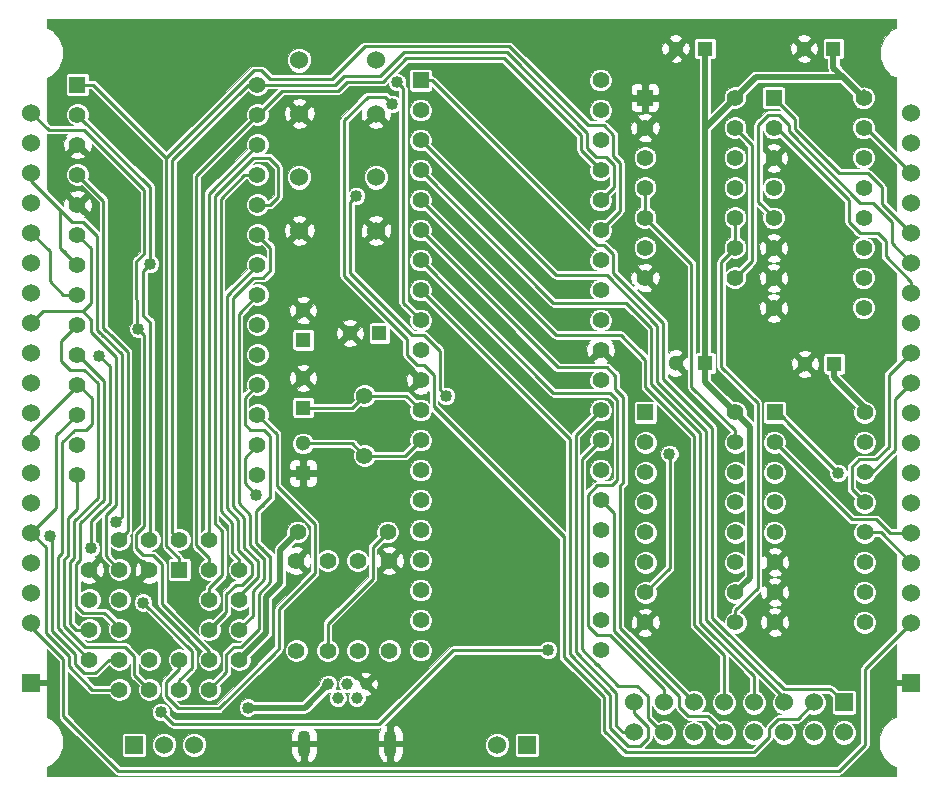
<source format=gbl>
G04 #@! TF.FileFunction,Copper,L2,Bot,Signal*
%FSLAX46Y46*%
G04 Gerber Fmt 4.6, Leading zero omitted, Abs format (unit mm)*
G04 Created by KiCad (PCBNEW 4.0.3-stable) date 08/24/16 11:57:24*
%MOMM*%
%LPD*%
G01*
G04 APERTURE LIST*
%ADD10C,0.150000*%
%ADD11R,1.300000X1.300000*%
%ADD12C,1.300000*%
%ADD13R,1.397000X1.397000*%
%ADD14C,1.397000*%
%ADD15O,1.100000X2.300000*%
%ADD16C,1.000000*%
%ADD17C,1.422400*%
%ADD18R,1.524000X1.524000*%
%ADD19C,1.524000*%
%ADD20C,1.016000*%
%ADD21C,0.254000*%
%ADD22C,0.508000*%
%ADD23C,0.025400*%
G04 APERTURE END LIST*
D10*
D11*
X164414000Y-69176900D03*
D12*
X161914000Y-69176900D03*
D11*
X130391000Y-99568000D03*
D12*
X130391000Y-97068000D03*
D11*
X130391000Y-105105000D03*
D12*
X130391000Y-102605000D03*
D11*
X175285000Y-69176900D03*
D12*
X172785000Y-69176900D03*
D11*
X164414000Y-95821500D03*
D12*
X161914000Y-95821500D03*
D11*
X175349000Y-95859600D03*
D12*
X172849000Y-95859600D03*
D11*
X130391000Y-93840300D03*
D12*
X130391000Y-91340300D03*
D11*
X136842000Y-93281500D03*
D12*
X134342000Y-93281500D03*
D13*
X140322000Y-71843900D03*
D14*
X140322000Y-74383900D03*
X140322000Y-76923900D03*
X140322000Y-79463900D03*
X140322000Y-82003900D03*
X140322000Y-84543900D03*
X140322000Y-87083900D03*
X140322000Y-89623900D03*
X140322000Y-92163900D03*
X140322000Y-94703900D03*
X140322000Y-97243900D03*
X140322000Y-99783900D03*
X140322000Y-102323900D03*
X140322000Y-104863900D03*
X140322000Y-107403900D03*
X140322000Y-109943900D03*
X140322000Y-112483900D03*
X140322000Y-115023900D03*
X140322000Y-117563900D03*
X140322000Y-120103900D03*
X155562000Y-120103900D03*
X155562000Y-117563900D03*
X155562000Y-115023900D03*
X155562000Y-112483900D03*
X155562000Y-109943900D03*
X155562000Y-107403900D03*
X155562000Y-104863900D03*
X155562000Y-102323900D03*
X155562000Y-99783900D03*
X155562000Y-97243900D03*
X155562000Y-94703900D03*
X155562000Y-92163900D03*
X155562000Y-89623900D03*
X155562000Y-87083900D03*
X155562000Y-84543900D03*
X155562000Y-82003900D03*
X155562000Y-79463900D03*
X155562000Y-76923900D03*
X155562000Y-74383900D03*
X155562000Y-71843900D03*
D15*
X137762000Y-128016000D03*
X130462000Y-128016000D03*
D16*
X134912000Y-124166000D03*
X133312000Y-124166000D03*
X135712000Y-122966000D03*
X134112000Y-122966000D03*
X132512000Y-122966000D03*
D13*
X159322000Y-73342500D03*
D14*
X159322000Y-75882500D03*
X159322000Y-78422500D03*
X159322000Y-80962500D03*
X159322000Y-83502500D03*
X159322000Y-86042500D03*
X159322000Y-88582500D03*
X166942000Y-88582500D03*
X166942000Y-86042500D03*
X166942000Y-83502500D03*
X166942000Y-80962500D03*
X166942000Y-78422500D03*
X166942000Y-75882500D03*
X166942000Y-73342500D03*
D13*
X159347000Y-99974000D03*
D14*
X159347000Y-102514000D03*
X159347000Y-105054000D03*
X159347000Y-107594000D03*
X159347000Y-110134000D03*
X159347000Y-112674000D03*
X159347000Y-115214000D03*
X159347000Y-117754000D03*
X166967000Y-117754000D03*
X166967000Y-115214000D03*
X166967000Y-112674000D03*
X166967000Y-110134000D03*
X166967000Y-107594000D03*
X166967000Y-105054000D03*
X166967000Y-102514000D03*
X166967000Y-99974000D03*
D13*
X170218000Y-73355200D03*
D14*
X170218000Y-75895200D03*
X170218000Y-78435200D03*
X170218000Y-80975200D03*
X170218000Y-83515200D03*
X170218000Y-86055200D03*
X170218000Y-88595200D03*
X170218000Y-91135200D03*
X177838000Y-91135200D03*
X177838000Y-88595200D03*
X177838000Y-86055200D03*
X177838000Y-83515200D03*
X177838000Y-80975200D03*
X177838000Y-78435200D03*
X177838000Y-75895200D03*
X177838000Y-73355200D03*
D13*
X170307000Y-99962000D03*
D14*
X170307000Y-102502000D03*
X170307000Y-105042000D03*
X170307000Y-107582000D03*
X170307000Y-110122000D03*
X170307000Y-112662000D03*
X170307000Y-115202000D03*
X170307000Y-117742000D03*
X177927000Y-117742000D03*
X177927000Y-115202000D03*
X177927000Y-112662000D03*
X177927000Y-110122000D03*
X177927000Y-107582000D03*
X177927000Y-105042000D03*
X177927000Y-102502000D03*
X177927000Y-99962000D03*
D13*
X111277000Y-72237600D03*
D14*
X111277000Y-74777600D03*
X111277000Y-77317600D03*
X111277000Y-79857600D03*
X111277000Y-82397600D03*
X111277000Y-84937600D03*
X111277000Y-87477600D03*
X111277000Y-90017600D03*
X111277000Y-92557600D03*
X111277000Y-95097600D03*
X111277000Y-97637600D03*
X111277000Y-100177600D03*
X111277000Y-102717600D03*
X111277000Y-105257600D03*
X126517000Y-105257600D03*
X126517000Y-102717600D03*
X126517000Y-100177600D03*
X126517000Y-97637600D03*
X126517000Y-95097600D03*
X126517000Y-92557600D03*
X126517000Y-90017600D03*
X126517000Y-87477600D03*
X126517000Y-84937600D03*
X126517000Y-82397600D03*
X126517000Y-79857600D03*
X126517000Y-77317600D03*
X126517000Y-74777600D03*
X126517000Y-72237600D03*
D17*
X135572000Y-103632000D03*
X135572000Y-98552000D03*
D18*
X149352000Y-128143000D03*
D19*
X146812000Y-128143000D03*
D18*
X176174000Y-124536000D03*
D19*
X176174000Y-127076000D03*
X173634000Y-124536000D03*
X173634000Y-127076000D03*
X171094000Y-124536000D03*
X171094000Y-127076000D03*
X168554000Y-124536000D03*
X168554000Y-127076000D03*
X166014000Y-124536000D03*
X166014000Y-127076000D03*
X163474000Y-124536000D03*
X163474000Y-127076000D03*
X160934000Y-124536000D03*
X160934000Y-127076000D03*
X158394000Y-124536000D03*
X158394000Y-127076000D03*
D18*
X116078000Y-128143000D03*
D19*
X118618000Y-128143000D03*
X121158000Y-128143000D03*
D13*
X119888000Y-113284000D03*
D14*
X117348000Y-110744000D03*
X117348000Y-113284000D03*
X114808000Y-110744000D03*
X112268000Y-113284000D03*
X114808000Y-113284000D03*
X112268000Y-115824000D03*
X114808000Y-115824000D03*
X112268000Y-118364000D03*
X114808000Y-118364000D03*
X112268000Y-120904000D03*
X114808000Y-123444000D03*
X114808000Y-120904000D03*
X117348000Y-123444000D03*
X117348000Y-120904000D03*
X119888000Y-123444000D03*
X119888000Y-120904000D03*
X122428000Y-123444000D03*
X124968000Y-120904000D03*
X122428000Y-120904000D03*
X124968000Y-118364000D03*
X122428000Y-118364000D03*
X124968000Y-115824000D03*
X122428000Y-115824000D03*
X124968000Y-113284000D03*
X122428000Y-110744000D03*
X122428000Y-113284000D03*
X119888000Y-110744000D03*
X137541000Y-110109000D03*
X129921000Y-110109000D03*
X132461000Y-120142000D03*
X132461000Y-112522000D03*
X135001000Y-120142000D03*
X135001000Y-112522000D03*
X129794000Y-120142000D03*
X129794000Y-112522000D03*
X137668000Y-120142000D03*
X137668000Y-112522000D03*
D18*
X181851000Y-122859800D03*
D19*
X181851000Y-117779800D03*
X181851000Y-115239800D03*
X181851000Y-112699800D03*
X181851000Y-110159800D03*
X181851000Y-107619800D03*
X181851000Y-105079800D03*
X181851000Y-102539800D03*
X181851000Y-99999800D03*
X181851000Y-97459800D03*
X181851000Y-94919800D03*
X181851000Y-92379800D03*
X181851000Y-89839800D03*
X181851000Y-87299800D03*
X181851000Y-84759800D03*
X181851000Y-82219800D03*
X181851000Y-79679800D03*
X181851000Y-77139800D03*
X181851000Y-74599800D03*
D18*
X107378000Y-122859800D03*
D19*
X107378000Y-117779800D03*
X107378000Y-115239800D03*
X107378000Y-112699800D03*
X107378000Y-110159800D03*
X107378000Y-107619800D03*
X107378000Y-105079800D03*
X107378000Y-102539800D03*
X107378000Y-99999800D03*
X107378000Y-97459800D03*
X107378000Y-94919800D03*
X107378000Y-92379800D03*
X107378000Y-89839800D03*
X107378000Y-87299800D03*
X107378000Y-84759800D03*
X107378000Y-82219800D03*
X107378000Y-79679800D03*
X107378000Y-77139800D03*
X107378000Y-74599800D03*
X136548000Y-84582000D03*
X130048000Y-84582000D03*
X136548000Y-80082000D03*
X130048000Y-80082000D03*
X136548000Y-74676000D03*
X130048000Y-74676000D03*
X136548000Y-70176000D03*
X130048000Y-70176000D03*
D20*
X114570100Y-109282500D03*
X112410200Y-111490400D03*
X113101120Y-95168720D03*
X116433600Y-92903040D03*
X116840000Y-116078000D03*
X126432200Y-106969200D03*
X108958600Y-110428000D03*
X161391600Y-103479600D03*
X134874000Y-81661000D03*
X142494000Y-98577400D03*
X175688400Y-105104000D03*
X137922000Y-73863200D03*
X125730000Y-124968000D03*
X151104600Y-120091200D03*
X118333520Y-125364240D03*
X117434800Y-87430700D03*
X138328400Y-72034400D03*
D21*
X114506500Y-96779080D02*
X114506500Y-95288860D01*
X112415320Y-93197680D02*
X112415320Y-92117620D01*
X114506500Y-95288860D02*
X112415320Y-93197680D01*
X113680700Y-110825280D02*
X113680700Y-108649398D01*
X114507098Y-106192320D02*
X114506500Y-106192320D01*
X114507098Y-107823000D02*
X114507098Y-106192320D01*
X113680700Y-108649398D02*
X114507098Y-107823000D01*
X112390800Y-90755100D02*
X111721800Y-91424100D01*
X112390800Y-86051400D02*
X112390800Y-90755100D01*
X111277000Y-84937600D02*
X112390800Y-86051400D01*
X108333700Y-91424100D02*
X107378000Y-92379800D01*
X111721800Y-91424100D02*
X108333700Y-91424100D01*
X112415320Y-92117620D02*
X111721800Y-91424100D01*
X114506500Y-106192320D02*
X114506500Y-96779080D01*
X113680700Y-112156700D02*
X113680700Y-110825280D01*
X114808000Y-113284000D02*
X113680700Y-112156700D01*
X124402400Y-90688160D02*
X124402400Y-90310624D01*
X127009800Y-88569800D02*
X127617100Y-87962500D01*
X126143224Y-88569800D02*
X127009800Y-88569800D01*
X124402400Y-90310624D02*
X126143224Y-88569800D01*
X125409602Y-110368300D02*
X125409602Y-110367902D01*
X124402400Y-107883900D02*
X125410000Y-108891500D01*
X125410000Y-108891500D02*
X125410000Y-110368300D01*
X125410000Y-110368300D02*
X125409602Y-110367902D01*
X125409602Y-111429478D02*
X125409602Y-110368300D01*
X126585900Y-112989360D02*
X126585900Y-112605776D01*
X126585900Y-112605776D02*
X125409602Y-111429478D01*
X126585900Y-112801400D02*
X126585900Y-112989360D01*
X126585900Y-112989360D02*
X126585900Y-113919024D01*
X126585900Y-113919024D02*
X124968000Y-115536924D01*
X124968000Y-115536924D02*
X124968000Y-115824000D01*
X124402400Y-90688160D02*
X124402400Y-107883900D01*
X127617100Y-86037700D02*
X127617100Y-87962500D01*
X126517000Y-84937600D02*
X127617100Y-86037700D01*
X111277000Y-87477600D02*
X111252000Y-87477600D01*
X111252000Y-87477600D02*
X109829600Y-86055200D01*
X109829600Y-86055200D02*
X109829600Y-82825600D01*
X115015100Y-108837500D02*
X114570100Y-109282500D01*
X115015100Y-96164400D02*
X115015100Y-108837500D01*
X115015100Y-96164400D02*
X115015100Y-96093280D01*
X115015100Y-96093280D02*
X115015100Y-95079036D01*
X115015100Y-95079036D02*
X112958880Y-93022816D01*
X112958880Y-85065180D02*
X111722300Y-83828600D01*
X112958880Y-93022816D02*
X112958880Y-85065180D01*
X110832600Y-83828600D02*
X111722300Y-83828600D01*
X115015100Y-95079036D02*
X113243360Y-93307296D01*
X107378000Y-80374000D02*
X109829600Y-82825600D01*
X109829600Y-82825600D02*
X110832600Y-83828600D01*
X107378000Y-79679800D02*
X107378000Y-80374000D01*
X110134300Y-86334900D02*
X111277000Y-87477600D01*
X122428000Y-118364000D02*
X122428000Y-118362000D01*
X122428000Y-118362000D02*
X123880000Y-116910000D01*
X123880000Y-115352500D02*
X124678500Y-114554000D01*
X123880000Y-116910000D02*
X123880000Y-115352500D01*
X124901600Y-111639900D02*
X126077600Y-112815900D01*
X123894100Y-108094400D02*
X124901600Y-109101900D01*
X124901600Y-109101900D02*
X124901600Y-111639900D01*
X123765600Y-117026400D02*
X122428000Y-118364000D01*
X126077600Y-112815900D02*
X126077600Y-113708900D01*
X126077600Y-113708900D02*
X125232500Y-114554000D01*
X125232500Y-114554000D02*
X124678500Y-114554000D01*
X123894100Y-90100500D02*
X123894100Y-108094400D01*
X126517000Y-87477600D02*
X123894100Y-90100500D01*
X112410200Y-109201474D02*
X113172698Y-108438976D01*
X112410200Y-111490400D02*
X112410200Y-109201474D01*
X111277000Y-90017600D02*
X110083600Y-90017600D01*
X108915200Y-86297000D02*
X107378000Y-84759800D01*
X108915200Y-88849200D02*
X108915200Y-86297000D01*
X110083600Y-90017600D02*
X108915200Y-88849200D01*
X113998498Y-98186240D02*
X113998498Y-96066098D01*
X113172698Y-108438976D02*
X113998498Y-107613176D01*
X113998498Y-107613176D02*
X113998498Y-98186240D01*
X113998498Y-96066098D02*
X113101120Y-95168720D01*
X111277000Y-89420400D02*
X111277000Y-90017600D01*
X127093902Y-113400840D02*
X127093902Y-112395354D01*
X127093902Y-112395354D02*
X125918002Y-111219454D01*
X125918002Y-108681078D02*
X124910512Y-107673588D01*
X125918002Y-111219454D02*
X125918002Y-108681078D01*
X124968000Y-118364000D02*
X124968000Y-118358920D01*
X124968000Y-118358920D02*
X126105694Y-117221226D01*
X124910512Y-107673588D02*
X124910700Y-107673588D01*
X127093902Y-112395354D02*
X126370080Y-111671532D01*
X127093902Y-114129446D02*
X127093902Y-113400840D01*
X126105694Y-115117654D02*
X127093902Y-114129446D01*
X126105694Y-117221226D02*
X126105694Y-115117654D01*
X126517000Y-90017600D02*
X124910700Y-91623900D01*
X124910700Y-91623900D02*
X124910700Y-107673588D01*
X124910700Y-107673588D02*
X124910700Y-107673400D01*
X110673500Y-114564160D02*
X110673500Y-112620836D01*
X111012600Y-112281736D02*
X111012600Y-109162226D01*
X110673500Y-112620836D02*
X111012600Y-112281736D01*
X112268000Y-118364000D02*
X111164848Y-118364000D01*
X110673500Y-117872652D02*
X110673500Y-116769500D01*
X111164848Y-118364000D02*
X110673500Y-117872652D01*
X111832272Y-96367600D02*
X110655100Y-96367600D01*
X112982494Y-97517822D02*
X111832272Y-96367600D01*
X112982494Y-107192332D02*
X112982494Y-97517822D01*
X111012600Y-109162226D02*
X112982494Y-107192332D01*
X109918500Y-93916100D02*
X111277000Y-92557600D01*
X109918500Y-95631000D02*
X109918500Y-93916100D01*
X110655100Y-96367600D02*
X109918500Y-95631000D01*
X110673500Y-114564160D02*
X110673500Y-116769500D01*
X118698400Y-116488200D02*
X122428000Y-120217800D01*
X116272288Y-87802703D02*
X116272288Y-87197390D01*
X111828576Y-76047600D02*
X108825800Y-76047600D01*
X116926798Y-81145822D02*
X111828576Y-76047600D01*
X116926798Y-86542880D02*
X116926798Y-81145822D01*
X116272288Y-87197390D02*
X116926798Y-86542880D01*
X116268129Y-111121125D02*
X116268129Y-110269829D01*
X116926798Y-93396238D02*
X116433600Y-92903040D01*
X116926798Y-109611160D02*
X116926798Y-93396238D01*
X116268129Y-110269829D02*
X116926798Y-109611160D01*
X118430040Y-112943640D02*
X118430040Y-112836960D01*
X118430040Y-112836960D02*
X117678200Y-112085120D01*
X116268100Y-111194800D02*
X116268129Y-111121125D01*
X117678200Y-112085120D02*
X116860320Y-112085120D01*
X116860320Y-112085120D02*
X116268100Y-111492900D01*
X116268100Y-111492900D02*
X116268100Y-111194800D01*
X118430040Y-114518440D02*
X118430040Y-116219840D01*
X118430040Y-116219840D02*
X118698400Y-116488200D01*
X118430040Y-116169440D02*
X118430040Y-114518440D01*
X118430040Y-114518440D02*
X118430040Y-112943640D01*
X116275300Y-92903040D02*
X116433600Y-92903040D01*
X116272288Y-87802703D02*
X116275300Y-92903040D01*
X107378000Y-74599800D02*
X108825800Y-76047600D01*
X122428000Y-120904000D02*
X122428000Y-120217800D01*
X124749560Y-119824100D02*
X125149872Y-119824100D01*
X126618998Y-117431648D02*
X126613696Y-117431648D01*
X126618998Y-118354974D02*
X126618998Y-117431648D01*
X125149872Y-119824100D02*
X126618998Y-118354974D01*
X127601904Y-114056160D02*
X127601904Y-112184932D01*
X126613696Y-117431648D02*
X126613696Y-115328076D01*
X127601904Y-114339868D02*
X127601904Y-114056160D01*
X126613696Y-115328076D02*
X127601904Y-114339868D01*
X127601904Y-112184932D02*
X126426004Y-111009032D01*
X127601904Y-112184932D02*
X126878082Y-111461110D01*
X127599440Y-103682800D02*
X127599440Y-101993304D01*
X125916542Y-101488240D02*
X125418702Y-100990400D01*
X127094376Y-101488240D02*
X125916542Y-101488240D01*
X127599440Y-101993304D02*
X127094376Y-101488240D01*
X125418702Y-98735898D02*
X126517000Y-97637600D01*
X125418702Y-100990400D02*
X125418702Y-98735898D01*
X126613696Y-117431648D02*
X126613696Y-117431648D01*
X126426004Y-108330956D02*
X127599440Y-107157520D01*
X126426004Y-111009032D02*
X126426004Y-108330956D01*
X126878082Y-107878878D02*
X127599440Y-107157520D01*
X127599440Y-107157520D02*
X127599440Y-103682800D01*
X124749560Y-119824100D02*
X124513740Y-119824100D01*
X123880880Y-121991120D02*
X122428000Y-123444000D01*
X123880880Y-120456960D02*
X123880880Y-121991120D01*
X124513740Y-119824100D02*
X123880880Y-120456960D01*
X128333500Y-117500400D02*
X128333500Y-116624100D01*
X131368800Y-109461300D02*
X128143000Y-106235500D01*
X131368800Y-113588800D02*
X131368800Y-109461300D01*
X128333500Y-116624100D02*
X131368800Y-113588800D01*
X128143000Y-105918000D02*
X128143000Y-101818440D01*
X128143000Y-101818440D02*
X126517000Y-100192440D01*
X128143000Y-105918000D02*
X128143000Y-106235500D01*
X128333500Y-119951500D02*
X127889002Y-120395998D01*
X128333500Y-117500400D02*
X128333500Y-119951500D01*
X118753400Y-123063000D02*
X118753400Y-124023900D01*
X123253500Y-125031500D02*
X127889002Y-120395998D01*
X119761000Y-125031500D02*
X123253500Y-125031500D01*
X118753400Y-124023900D02*
X119761000Y-125031500D01*
X126517000Y-100192440D02*
X126517000Y-100177600D01*
X119888000Y-120904000D02*
X119888000Y-121686320D01*
X119888000Y-121686320D02*
X118753400Y-122820920D01*
X118753400Y-123063000D02*
X118753400Y-122820920D01*
X120978200Y-120904000D02*
X120978200Y-120216200D01*
X120978200Y-120216200D02*
X116840000Y-116078000D01*
X126432200Y-106969200D02*
X125419100Y-105956100D01*
X125419100Y-105956100D02*
X125419100Y-103815500D01*
X125419100Y-103815500D02*
X126517000Y-102717600D01*
X119888000Y-123444000D02*
X119888000Y-122671840D01*
X119888000Y-122671840D02*
X120978200Y-121581640D01*
X120978200Y-121581640D02*
X120978200Y-120904000D01*
X111277000Y-105257600D02*
X111277000Y-108179402D01*
X110137002Y-113471960D02*
X110137002Y-112438910D01*
X111902424Y-119820000D02*
X110137002Y-118054578D01*
X115260000Y-119820000D02*
X111902424Y-119820000D01*
X116078000Y-120638000D02*
X115260000Y-119820000D01*
X116078000Y-120638000D02*
X116078000Y-121040000D01*
X110137002Y-118054578D02*
X110137002Y-113471960D01*
X110504598Y-112071314D02*
X110137002Y-112438910D01*
X110504598Y-108951804D02*
X110504598Y-112071314D01*
X111277000Y-108179402D02*
X110504598Y-108951804D01*
X116078000Y-120626700D02*
X116078000Y-121040000D01*
X116078000Y-121040000D02*
X116078000Y-122174000D01*
X116078000Y-122174000D02*
X117348000Y-123444000D01*
X111082400Y-121281300D02*
X111082400Y-120436824D01*
X109120998Y-110590398D02*
X108958600Y-110428000D01*
X109120998Y-118475422D02*
X109120998Y-110590398D01*
X111082400Y-120436824D02*
X109120998Y-118475422D01*
X114808000Y-120904000D02*
X113906000Y-120904000D01*
X113906000Y-120904000D02*
X112776500Y-122033500D01*
X111834600Y-122033500D02*
X111082400Y-121281300D01*
X112776500Y-122033500D02*
X111834600Y-122033500D01*
X110574398Y-121492298D02*
X110574398Y-120647246D01*
X108612996Y-111394796D02*
X107378000Y-110159800D01*
X108612996Y-118685844D02*
X108612996Y-111394796D01*
X110574398Y-120647246D02*
X108612996Y-118685844D01*
X111277000Y-100177600D02*
X111231680Y-100177600D01*
X111231680Y-100177600D02*
X109488594Y-101920686D01*
X109488594Y-101920686D02*
X109488594Y-108049206D01*
X109488594Y-108049206D02*
X107378000Y-110159800D01*
X110574398Y-121492298D02*
X112526100Y-123444000D01*
X112526100Y-123444000D02*
X114808000Y-123444000D01*
X108540800Y-108997000D02*
X107378000Y-110159800D01*
X107378000Y-102539800D02*
X107378000Y-101653840D01*
X107378000Y-101653840D02*
X111277000Y-97754840D01*
X111277000Y-97754840D02*
X111277000Y-97637600D01*
X109629000Y-113065560D02*
X109629000Y-112228488D01*
X109996596Y-102470904D02*
X110947200Y-101520300D01*
X109996596Y-111860892D02*
X109996596Y-102470904D01*
X109629000Y-112228488D02*
X109996596Y-111860892D01*
X109629000Y-118265000D02*
X109629000Y-113065560D01*
X110947200Y-101520300D02*
X110947200Y-101549200D01*
X110947200Y-101549200D02*
X110947200Y-101520300D01*
X110969100Y-101498400D02*
X110947200Y-101520300D01*
X111277000Y-97637600D02*
X111277000Y-97765000D01*
X111277000Y-97637600D02*
X111356892Y-97637600D01*
X111356892Y-97637600D02*
X112474492Y-98755200D01*
X111963200Y-101498400D02*
X110969100Y-101498400D01*
X112474492Y-100987108D02*
X111963200Y-101498400D01*
X112474492Y-98755200D02*
X112474492Y-100987108D01*
X112268000Y-120904000D02*
X109629000Y-118265000D01*
X178066400Y-75895200D02*
X177838000Y-75895200D01*
X181851000Y-79679800D02*
X178066400Y-75895200D01*
X179393600Y-80933300D02*
X178165500Y-79705200D01*
X181851000Y-84759800D02*
X179393600Y-82302400D01*
X179393600Y-82302400D02*
X179393600Y-80933300D01*
X177789840Y-79705200D02*
X175741424Y-79705200D01*
X171987102Y-75124302D02*
X170218000Y-73355200D01*
X171987102Y-75950878D02*
X171987102Y-75124302D01*
X175741424Y-79705200D02*
X171987102Y-75950878D01*
X178165500Y-79705200D02*
X177789840Y-79705200D01*
X170218000Y-83515200D02*
X170218000Y-83461758D01*
X170218000Y-83461758D02*
X168899842Y-82143600D01*
X168899842Y-75620058D02*
X169721800Y-74798100D01*
X168899842Y-82143600D02*
X168899842Y-75620058D01*
X180197600Y-83824824D02*
X178617976Y-82245200D01*
X178617976Y-82245200D02*
X178096100Y-82245200D01*
X180197600Y-85191600D02*
X180197600Y-83824824D01*
X180197600Y-85646400D02*
X180197600Y-85191600D01*
X181851000Y-87299800D02*
X180197600Y-85646400D01*
X178096100Y-82245200D02*
X177563000Y-82245200D01*
X177563000Y-82245200D02*
X171479100Y-76161300D01*
X171479100Y-76161300D02*
X171479100Y-75619100D01*
X171479100Y-75619100D02*
X170658100Y-74798100D01*
X170658100Y-74798100D02*
X169721800Y-74798100D01*
X169721800Y-74798100D02*
X169119400Y-75400500D01*
X179014120Y-84785200D02*
X178165500Y-84785200D01*
X179689598Y-85460678D02*
X179014120Y-84785200D01*
X179689598Y-86756078D02*
X179689598Y-85460678D01*
X181851000Y-88917480D02*
X179689598Y-86756078D01*
X181851000Y-89839800D02*
X181851000Y-88917480D01*
X177937160Y-84785200D02*
X177525680Y-84785200D01*
X176593308Y-81993932D02*
X170494576Y-75895200D01*
X176593308Y-83852828D02*
X176593308Y-81993932D01*
X177525680Y-84785200D02*
X176593308Y-83852828D01*
X170494576Y-75895200D02*
X170218000Y-75895200D01*
X178165500Y-84785200D02*
X177937160Y-84785200D01*
X177937160Y-84785200D02*
X177515900Y-84785200D01*
X122428000Y-115824000D02*
X122428000Y-114872000D01*
X122428000Y-114872000D02*
X123511500Y-113788500D01*
X122877500Y-83332320D02*
X122877500Y-81675524D01*
X127589280Y-82397600D02*
X126517000Y-82397600D01*
X128270000Y-81716880D02*
X127589280Y-82397600D01*
X128270000Y-79171800D02*
X128270000Y-81716880D01*
X127508000Y-78409800D02*
X128270000Y-79171800D01*
X126143224Y-78409800D02*
X127508000Y-78409800D01*
X122877500Y-81675524D02*
X126143224Y-78409800D01*
X123511500Y-110016000D02*
X123511500Y-113788500D01*
X122877500Y-109382000D02*
X123511500Y-110016000D01*
X122877500Y-83332320D02*
X122877500Y-109382000D01*
X124968000Y-113284000D02*
X124968000Y-112424724D01*
X123386098Y-107550000D02*
X123385800Y-107550000D01*
X123386098Y-108304822D02*
X123386098Y-107550000D01*
X124393598Y-109312322D02*
X123386098Y-108304822D01*
X124393598Y-111850322D02*
X124393598Y-109312322D01*
X124968000Y-112424724D02*
X124393598Y-111850322D01*
X123385800Y-84693760D02*
X123385800Y-81885648D01*
X123385800Y-84693760D02*
X123385800Y-107550000D01*
X123385800Y-81885648D02*
X125413848Y-79857600D01*
X125413848Y-79857600D02*
X126517000Y-79857600D01*
X122369200Y-110685200D02*
X122428000Y-110744000D01*
X122369200Y-81465400D02*
X122369200Y-110685200D01*
X126517000Y-77317600D02*
X122369200Y-81465400D01*
X131267200Y-72745602D02*
X133300764Y-72745602D01*
X137120422Y-71979602D02*
X139097620Y-70002404D01*
X134066764Y-71979602D02*
X137120422Y-71979602D01*
X133300764Y-72745602D02*
X134066764Y-71979602D01*
X147393756Y-70002404D02*
X147825552Y-70434200D01*
X139097620Y-70002404D02*
X147393756Y-70002404D01*
X147825552Y-70434200D02*
X153903678Y-76512326D01*
X153903678Y-76512326D02*
X153903678Y-77805578D01*
X153903678Y-77805578D02*
X155562000Y-79463900D01*
X126517000Y-74777600D02*
X126542802Y-74777600D01*
X126542802Y-74777600D02*
X128574800Y-72745602D01*
X128574800Y-72745602D02*
X131267200Y-72745602D01*
X122428000Y-113284000D02*
X122428000Y-112338000D01*
X121332700Y-111242700D02*
X121332700Y-79961900D01*
X121332700Y-79961900D02*
X126517000Y-74777600D01*
X122428000Y-112338000D02*
X121332700Y-111242700D01*
X132740400Y-72237600D02*
X133096000Y-72237600D01*
X133858000Y-71475600D02*
X136906000Y-71475600D01*
X133096000Y-72237600D02*
X133858000Y-71475600D01*
X147604178Y-69494402D02*
X148035974Y-69926198D01*
X138887198Y-69494402D02*
X147604178Y-69494402D01*
X136906000Y-71475600D02*
X138887198Y-69494402D01*
X126517000Y-72237600D02*
X132740400Y-72237600D01*
X131318000Y-72237600D02*
X131724400Y-72237600D01*
X119888000Y-110744000D02*
X119888000Y-110736678D01*
X119888000Y-110736678D02*
X119316202Y-110164880D01*
X125702724Y-72237600D02*
X126517000Y-72237600D01*
X119316202Y-78624122D02*
X125702724Y-72237600D01*
X119316202Y-110164880D02*
X119316202Y-78624122D01*
X154411680Y-76301904D02*
X154411680Y-77595156D01*
X154411680Y-77595156D02*
X155181612Y-78365088D01*
X155181612Y-78365088D02*
X155181612Y-78364800D01*
X148035974Y-69926198D02*
X154411680Y-76301904D01*
X126517000Y-72237600D02*
X131318000Y-72237600D01*
X156691800Y-80874100D02*
X155562000Y-82003900D01*
X155181612Y-78364800D02*
X156002500Y-78364800D01*
X156002500Y-78364800D02*
X156691800Y-79054100D01*
X156691800Y-79054100D02*
X156691800Y-80874100D01*
X155181900Y-78364800D02*
X155181612Y-78364800D01*
X126517000Y-72237600D02*
X128337900Y-72237600D01*
X126441200Y-71007500D02*
X126836702Y-71007500D01*
X127558800Y-71729598D02*
X128473200Y-71729598D01*
X126836702Y-71007500D02*
X127558800Y-71729598D01*
X137922000Y-68986400D02*
X147814600Y-68986400D01*
X147814600Y-68986400D02*
X148395186Y-69566986D01*
X135585200Y-68986400D02*
X137922000Y-68986400D01*
X137922000Y-68986400D02*
X138500790Y-68986400D01*
X132842002Y-71729598D02*
X135585200Y-68986400D01*
X128473200Y-71729598D02*
X132842002Y-71729598D01*
X126390400Y-71007500D02*
X126441200Y-71007500D01*
X119888000Y-113284000D02*
X119888000Y-112339300D01*
X119888000Y-112339300D02*
X118808200Y-111259500D01*
X155450000Y-75653900D02*
X155823900Y-75653900D01*
X155562000Y-84543900D02*
X157200200Y-82905700D01*
X155450000Y-75653900D02*
X154482100Y-75653900D01*
X148395186Y-69566986D02*
X154482100Y-75653900D01*
X155823900Y-75653900D02*
X156650000Y-76480000D01*
X156650000Y-76480000D02*
X156650000Y-78293876D01*
X156650000Y-78293876D02*
X157200200Y-78844076D01*
X157200200Y-78844076D02*
X157200200Y-82905700D01*
X148246396Y-69418196D02*
X148395186Y-69566986D01*
X112593120Y-72237600D02*
X111277000Y-72237600D01*
X111277000Y-72237600D02*
X111277000Y-72359100D01*
X118808200Y-80324960D02*
X118808200Y-111259500D01*
X126542800Y-71007500D02*
X126390400Y-71007500D01*
X126390400Y-71007500D02*
X126214400Y-71007500D01*
X126214400Y-71007500D02*
X118808200Y-78413700D01*
X118808200Y-78413700D02*
X118808200Y-78867000D01*
X118808200Y-80324960D02*
X118808200Y-78867000D01*
X118808200Y-78867000D02*
X118808200Y-78452680D01*
X118808200Y-78452680D02*
X112593120Y-72237600D01*
X118808200Y-79890300D02*
X118808200Y-80324960D01*
X115523500Y-95834200D02*
X115523500Y-94869012D01*
X115523500Y-94869012D02*
X113466882Y-92812394D01*
X113466882Y-82047482D02*
X111277000Y-79857600D01*
X113466882Y-92812394D02*
X113466882Y-82047482D01*
X115523500Y-97383600D02*
X115523500Y-95834200D01*
X115523500Y-94869012D02*
X114106564Y-93452076D01*
X115523500Y-110028500D02*
X114808000Y-110744000D01*
X115523500Y-97383600D02*
X115523500Y-110028500D01*
X161419900Y-105511600D02*
X161419900Y-103507900D01*
X161419900Y-103507900D02*
X161391600Y-103479600D01*
X161419900Y-113141100D02*
X161419900Y-105511600D01*
X159347000Y-115214000D02*
X161419900Y-113141100D01*
X132461000Y-120142000D02*
X132461000Y-117856000D01*
X136271000Y-111379000D02*
X137541000Y-110109000D01*
X136271000Y-114046000D02*
X136271000Y-111379000D01*
X132461000Y-117856000D02*
X136271000Y-114046000D01*
D10*
X137541000Y-110109000D02*
X137541000Y-110236000D01*
D21*
X134340602Y-82194398D02*
X134340602Y-83083398D01*
X134874000Y-81661000D02*
X134340602Y-82194398D01*
X166967000Y-102514000D02*
X166967000Y-101511200D01*
X163255960Y-97800160D02*
X163255960Y-87436460D01*
X166967000Y-101511200D02*
X163255960Y-97800160D01*
X139923520Y-93433900D02*
X140627100Y-93433900D01*
X141953402Y-98036802D02*
X142494000Y-98577400D01*
X141953402Y-94760202D02*
X141953402Y-98036802D01*
X140627100Y-93433900D02*
X141953402Y-94760202D01*
X134340602Y-84851240D02*
X134340602Y-83185000D01*
X134340602Y-83185000D02*
X134340602Y-83017358D01*
X139923520Y-93433900D02*
X139567324Y-93433900D01*
X134340602Y-88207178D02*
X134340602Y-84851240D01*
X134340602Y-84851240D02*
X134340602Y-83019798D01*
X139567324Y-93433900D02*
X134340602Y-88207178D01*
X159322000Y-83502500D02*
X159322000Y-80962500D01*
X163255960Y-87436460D02*
X159322000Y-83502500D01*
X178160000Y-103950000D02*
X178911576Y-103950000D01*
X179946398Y-96824402D02*
X181851000Y-94919800D01*
X179946398Y-102915178D02*
X179946398Y-96824402D01*
X178911576Y-103950000D02*
X179946398Y-102915178D01*
X177470300Y-103950000D02*
X176819700Y-104600600D01*
X178160000Y-103950000D02*
X177470300Y-103950000D01*
X176819700Y-106474700D02*
X176819700Y-104600600D01*
X177927000Y-107582000D02*
X176819700Y-106474700D01*
X177927000Y-105042000D02*
X178538000Y-105042000D01*
X178538000Y-105042000D02*
X180454400Y-103125600D01*
X180454400Y-101740000D02*
X180454400Y-103125600D01*
X180454400Y-98856400D02*
X181851000Y-97459800D01*
X180454400Y-101740000D02*
X180454400Y-98856400D01*
X177927000Y-110122000D02*
X179273200Y-110122000D01*
X179273200Y-110122000D02*
X181851000Y-112699800D01*
X170307000Y-99962000D02*
X170546400Y-99962000D01*
X170546400Y-99962000D02*
X175688400Y-105104000D01*
X175688400Y-105104000D02*
X171386800Y-100802400D01*
X181851000Y-110159800D02*
X180029424Y-110159800D01*
X180029424Y-110159800D02*
X178899624Y-109030000D01*
X176835000Y-109030000D02*
X176572900Y-108767900D01*
X178899624Y-109030000D02*
X176835000Y-109030000D01*
X176572900Y-108767900D02*
X170307000Y-102502000D01*
X168851802Y-101600000D02*
X168851802Y-99215162D01*
X165770560Y-87213940D02*
X166942000Y-86042500D01*
X165770560Y-96133920D02*
X165770560Y-87213940D01*
X168851802Y-99215162D02*
X165770560Y-96133920D01*
X166967000Y-117754000D02*
X166967000Y-116740840D01*
X168851802Y-114856038D02*
X168851802Y-101600000D01*
X166967000Y-116740840D02*
X168851802Y-114856038D01*
X166942000Y-83502500D02*
X166942000Y-86042500D01*
X140322000Y-71843900D02*
X141266800Y-71843900D01*
X141266800Y-71843900D02*
X155236800Y-85813900D01*
X160882600Y-97187600D02*
X165036810Y-101341810D01*
X165036810Y-117351010D02*
X165887100Y-118201300D01*
X165036810Y-101341810D02*
X165036810Y-117351010D01*
X173532800Y-123392700D02*
X175030700Y-123392700D01*
X175030700Y-123392700D02*
X176174000Y-124536000D01*
X171078500Y-123392700D02*
X165887100Y-118201300D01*
X173532800Y-123392700D02*
X171078500Y-123392700D01*
X160882600Y-95239840D02*
X160882600Y-97187600D01*
X160882600Y-93860000D02*
X160882600Y-92438500D01*
X160882600Y-92438500D02*
X156650000Y-88205900D01*
X156650000Y-86607900D02*
X155856000Y-85813900D01*
X156650000Y-88205900D02*
X156650000Y-86607900D01*
X155856000Y-85813900D02*
X155236800Y-85813900D01*
X160882600Y-92438500D02*
X157010100Y-88566000D01*
X160882600Y-95239840D02*
X160882600Y-93860000D01*
X133832600Y-76657200D02*
X133832600Y-75260200D01*
X137308404Y-73249604D02*
X137922000Y-73863200D01*
X135843196Y-73249604D02*
X137308404Y-73249604D01*
X133832600Y-75260200D02*
X135843196Y-73249604D01*
X152431696Y-119623840D02*
X152431696Y-120676968D01*
X152431696Y-117297200D02*
X152431696Y-119623840D01*
X152441994Y-120687266D02*
X155874716Y-124119988D01*
X155874716Y-124119988D02*
X155874716Y-126954216D01*
X152431696Y-120676968D02*
X152441994Y-120687266D01*
X155874716Y-125380000D02*
X155874716Y-124817688D01*
X155874716Y-126954216D02*
X155874716Y-125380000D01*
X160162240Y-128768100D02*
X157688600Y-128768100D01*
X157688600Y-128768100D02*
X155874716Y-126954216D01*
X161023300Y-128768100D02*
X160162240Y-128768100D01*
X172237400Y-125932600D02*
X173634000Y-124536000D01*
X170620600Y-125932600D02*
X172237400Y-125932600D01*
X169824000Y-126729200D02*
X170620600Y-125932600D01*
X169824000Y-127456600D02*
X169824000Y-126729200D01*
X168512500Y-128768100D02*
X169824000Y-127456600D01*
X161023300Y-128768100D02*
X168512500Y-128768100D01*
X152431696Y-113858040D02*
X152431696Y-110432796D01*
X152431696Y-117297200D02*
X152431696Y-113858040D01*
X152431696Y-117297200D02*
X152431696Y-117096298D01*
X141445400Y-98150000D02*
X141445400Y-99553406D01*
X141445400Y-99553406D02*
X152441994Y-110550000D01*
X152441994Y-110443094D02*
X141445400Y-99446500D01*
X139178150Y-95136850D02*
X139178150Y-93763150D01*
X141445400Y-96836300D02*
X141445400Y-98150000D01*
X141445400Y-98150000D02*
X141445400Y-99446500D01*
X140583000Y-95973900D02*
X141445400Y-96836300D01*
X140015200Y-95973900D02*
X140583000Y-95973900D01*
X139178150Y-95136850D02*
X140015200Y-95973900D01*
X139178150Y-93763150D02*
X137845700Y-92430700D01*
X152431696Y-110432796D02*
X141445400Y-99446500D01*
X138162100Y-92747100D02*
X137845700Y-92430700D01*
X137845700Y-92430700D02*
X133832600Y-88417600D01*
X133832600Y-88417600D02*
X133832600Y-76657200D01*
X133832600Y-76657200D02*
X133832600Y-76276200D01*
X135537300Y-90122300D02*
X138162100Y-92747100D01*
X160374598Y-96393000D02*
X160374598Y-97398022D01*
X160374598Y-97398022D02*
X164528808Y-101552232D01*
X164528808Y-117561432D02*
X165379098Y-118411722D01*
X164528808Y-101552232D02*
X164528808Y-117561432D01*
X156079576Y-88353900D02*
X155819200Y-88353900D01*
X160374598Y-92648922D02*
X156079576Y-88353900D01*
X160374598Y-96393000D02*
X160374598Y-92648922D01*
X171094000Y-124536000D02*
X171094000Y-124126624D01*
X171094000Y-124126624D02*
X165379098Y-118411722D01*
X151752000Y-88353900D02*
X155819200Y-88353900D01*
X140322000Y-76923900D02*
X151752000Y-88353900D01*
X159866596Y-95945960D02*
X159866596Y-97608444D01*
X159866596Y-97608444D02*
X164020806Y-101762654D01*
X164020806Y-117771854D02*
X164871096Y-118622144D01*
X164020806Y-101762654D02*
X164020806Y-117771854D01*
X159866596Y-93756480D02*
X159866596Y-92859344D01*
X159866596Y-92859344D02*
X157715732Y-90708480D01*
X151566580Y-90708480D02*
X140322000Y-79463900D01*
X157715732Y-90708480D02*
X151566580Y-90708480D01*
X168554000Y-124536000D02*
X168554000Y-122305048D01*
X159866596Y-92859344D02*
X157913852Y-90906600D01*
X159866596Y-95945960D02*
X159866596Y-93756480D01*
X159866596Y-93756480D02*
X159866596Y-92859344D01*
X168554000Y-122305048D02*
X164871096Y-118622144D01*
X163512804Y-101973076D02*
X163512804Y-117982276D01*
X163512804Y-117982276D02*
X166014000Y-120483472D01*
X166014000Y-124536000D02*
X166014000Y-120483472D01*
X157274260Y-93433900D02*
X155822800Y-93433900D01*
X159358594Y-95518234D02*
X157274260Y-93433900D01*
X159358594Y-97818866D02*
X159358594Y-95518234D01*
X163512804Y-101973076D02*
X159358594Y-97818866D01*
X151752000Y-93433900D02*
X155822800Y-93433900D01*
X140322000Y-82003900D02*
X151752000Y-93433900D01*
X157178002Y-118240002D02*
X163474000Y-124536000D01*
X151752000Y-95973900D02*
X140322000Y-84543900D01*
X151937420Y-96159320D02*
X151752000Y-95973900D01*
X154960000Y-96159320D02*
X151937420Y-96159320D01*
X154960000Y-96159320D02*
X156119392Y-96159320D01*
X156119392Y-96159320D02*
X156820000Y-96859928D01*
X157494998Y-98709578D02*
X156820000Y-98034580D01*
X156820000Y-98034580D02*
X156820000Y-96859928D01*
X157178002Y-106230422D02*
X157178002Y-109670000D01*
X157178002Y-109670000D02*
X157178002Y-108299578D01*
X157494998Y-99520000D02*
X157494998Y-98709578D01*
X157494998Y-104510000D02*
X157494998Y-105913426D01*
X157494998Y-99520000D02*
X157494998Y-99969320D01*
X157494998Y-99969320D02*
X157494998Y-104510000D01*
X157178002Y-109670000D02*
X157178002Y-118240002D01*
X157494998Y-105913426D02*
X157178002Y-106230422D01*
X160934000Y-123432848D02*
X156368072Y-118866920D01*
X160934000Y-124536000D02*
X160934000Y-123432848D01*
X156556100Y-106133900D02*
X155289200Y-106133900D01*
X156870498Y-105819502D02*
X156556100Y-106133900D01*
X156986996Y-105703004D02*
X156556100Y-106133900D01*
X156986996Y-98920000D02*
X156986996Y-105703004D01*
X156396996Y-98330000D02*
X156986996Y-98920000D01*
X155200000Y-98330000D02*
X156396996Y-98330000D01*
X155380000Y-98330000D02*
X155200000Y-98330000D01*
X155380000Y-98330000D02*
X156230498Y-98330000D01*
X155200000Y-98330000D02*
X151568100Y-98330000D01*
X156368072Y-118866920D02*
X156163496Y-118866920D01*
X154476900Y-118104100D02*
X154476900Y-106946200D01*
X154476900Y-106946200D02*
X155289200Y-106133900D01*
X156163496Y-118866920D02*
X155239720Y-118866920D01*
X155239720Y-118866920D02*
X154476900Y-118104100D01*
X151568100Y-98330000D02*
X140322000Y-87083900D01*
X156382718Y-125580000D02*
X156382718Y-123909566D01*
X152949996Y-102251896D02*
X140322000Y-89623900D01*
X152949996Y-120476844D02*
X152949996Y-102251896D01*
X156382718Y-123909566D02*
X152949996Y-120476844D01*
X159569400Y-127035560D02*
X159569400Y-126610360D01*
X158394000Y-125434960D02*
X158394000Y-124536000D01*
X159569400Y-126610360D02*
X158394000Y-125434960D01*
X158597600Y-128259700D02*
X157898624Y-128259700D01*
X157898624Y-128259700D02*
X156382718Y-126743794D01*
X156382718Y-126743794D02*
X156382718Y-125580000D01*
X158868000Y-128259700D02*
X158597600Y-128259700D01*
X159569400Y-127558300D02*
X158868000Y-128259700D01*
X159569400Y-127035560D02*
X159569400Y-127558300D01*
X156986996Y-118767420D02*
X162204000Y-123984424D01*
X162204000Y-123984424D02*
X156986996Y-118767420D01*
X155562000Y-107403900D02*
X155562000Y-107422000D01*
X155562000Y-107403900D02*
X155563900Y-107403900D01*
X155563900Y-107403900D02*
X156670000Y-108510000D01*
X156670000Y-108510000D02*
X156670000Y-118450424D01*
X156670000Y-118450424D02*
X156986996Y-118767420D01*
X162204000Y-124790000D02*
X162204000Y-123984424D01*
X162204000Y-124882800D02*
X162204000Y-124790000D01*
X163000600Y-125679400D02*
X162204000Y-124882800D01*
X164617400Y-125679400D02*
X163000600Y-125679400D01*
X166014000Y-127076000D02*
X164617400Y-125679400D01*
X158661420Y-123141420D02*
X157051420Y-123141420D01*
X157051420Y-123141420D02*
X155219900Y-121309900D01*
X155300000Y-121390000D02*
X153966000Y-120056000D01*
X159537400Y-125130000D02*
X159537400Y-124017400D01*
X159537400Y-124017400D02*
X158661420Y-123141420D01*
X160934000Y-127076000D02*
X160786880Y-127076000D01*
X160786880Y-127076000D02*
X159537400Y-125826520D01*
X159537400Y-124024700D02*
X158891200Y-123378500D01*
X159537400Y-125826520D02*
X159537400Y-125130000D01*
X159537400Y-125130000D02*
X159537400Y-124024700D01*
X153966000Y-103919900D02*
X153966000Y-120056000D01*
X155562000Y-102323900D02*
X153966000Y-103919900D01*
X153457998Y-103860000D02*
X153457998Y-101887902D01*
X153457998Y-101887902D02*
X154139900Y-101206000D01*
X156890720Y-125010000D02*
X156890720Y-123699144D01*
X153457998Y-120266422D02*
X153457998Y-103860000D01*
X156890720Y-123699144D02*
X153457998Y-120266422D01*
X158394000Y-127076000D02*
X157433348Y-127076000D01*
X156890720Y-126533372D02*
X156890720Y-125010000D01*
X157433348Y-127076000D02*
X156890720Y-126533372D01*
X154139900Y-101206000D02*
X155562000Y-99783900D01*
D22*
X128397000Y-124968000D02*
X130510000Y-124968000D01*
X130510000Y-124968000D02*
X132512000Y-122966000D01*
X125730000Y-124968000D02*
X128397000Y-124968000D01*
X132512000Y-123139000D02*
X132512000Y-122966000D01*
X132304000Y-122966000D02*
X132512000Y-122966000D01*
D21*
X134310120Y-126370080D02*
X136811624Y-126370080D01*
X136811624Y-126370080D02*
X143090504Y-120091200D01*
X122072400Y-126370080D02*
X134310120Y-126370080D01*
X143090504Y-120091200D02*
X145658840Y-120091200D01*
X145658840Y-120091200D02*
X151104600Y-120091200D01*
X111188100Y-113151920D02*
X111188100Y-112824660D01*
X111520602Y-111069120D02*
X111520900Y-111069120D01*
X111520602Y-112492158D02*
X111520602Y-111069120D01*
X111188100Y-112824660D02*
X111520602Y-112492158D01*
X111188100Y-113151920D02*
X111188100Y-116337500D01*
X114808000Y-118364000D02*
X114808000Y-118188000D01*
X114808000Y-118188000D02*
X113550000Y-116930000D01*
X111780600Y-116930000D02*
X111188100Y-116337500D01*
X113550000Y-116930000D02*
X111780600Y-116930000D01*
X111277000Y-95097600D02*
X111280696Y-95097600D01*
X111280696Y-95097600D02*
X113490496Y-97307400D01*
X111520900Y-110576360D02*
X111520900Y-111069120D01*
X113490496Y-97307400D02*
X113490496Y-107402754D01*
X113490496Y-107402754D02*
X111520602Y-109372648D01*
X111520602Y-109372648D02*
X111520602Y-110576360D01*
X111520602Y-110576360D02*
X111520900Y-110576360D01*
X119339360Y-126370080D02*
X118333520Y-125364240D01*
X122819160Y-126370080D02*
X122072400Y-126370080D01*
X122072400Y-126370080D02*
X119339360Y-126370080D01*
X117348000Y-110744000D02*
X117348000Y-110703360D01*
X117348000Y-110703360D02*
X117434800Y-110616560D01*
X117434800Y-110616560D02*
X117434800Y-92366440D01*
X117434800Y-92366440D02*
X116860320Y-91791960D01*
X116860320Y-91791960D02*
X116860320Y-88005180D01*
X116860320Y-88005180D02*
X117434800Y-87430700D01*
X117434800Y-80935400D02*
X117434800Y-87430700D01*
X111277000Y-74777600D02*
X117434800Y-80935400D01*
X117348000Y-110744000D02*
X117434800Y-110657200D01*
X138846560Y-74193400D02*
X138846560Y-72552560D01*
X138846560Y-72552560D02*
X138328400Y-72034400D01*
X138846560Y-75438000D02*
X138846560Y-74193400D01*
X140322000Y-92163900D02*
X140322000Y-92163600D01*
X140322000Y-92163600D02*
X138846560Y-90688160D01*
X138846560Y-90688160D02*
X138846560Y-75438000D01*
X138846560Y-75438000D02*
X138846560Y-73644760D01*
X115107720Y-130346100D02*
X114689540Y-130346100D01*
X110066396Y-125722956D02*
X110066396Y-120857668D01*
X110066396Y-120857668D02*
X107378000Y-118169272D01*
X114689540Y-130346100D02*
X110066396Y-125722956D01*
X181851000Y-117779800D02*
X177946100Y-121684700D01*
X177946100Y-121684700D02*
X177946100Y-124904500D01*
X168605200Y-130346100D02*
X118181120Y-130346100D01*
X118181120Y-130346100D02*
X118018560Y-130346100D01*
X175723900Y-130346100D02*
X177946100Y-128123900D01*
X177946100Y-128123900D02*
X177946100Y-124904500D01*
X168605200Y-130346100D02*
X175723900Y-130346100D01*
X118018560Y-130346100D02*
X115107720Y-130346100D01*
X107378000Y-118169272D02*
X107378000Y-117779800D01*
X107378000Y-118295048D02*
X107378000Y-117779800D01*
X107378000Y-117779800D02*
X107378000Y-118295048D01*
X107378000Y-118295624D02*
X107378000Y-117779800D01*
D22*
X136548000Y-84582000D02*
X136550400Y-84582000D01*
X136550400Y-84582000D02*
X138023600Y-83108800D01*
X138023600Y-76151600D02*
X136548000Y-74676000D01*
X138023600Y-83108800D02*
X138023600Y-76151600D01*
X131693920Y-77470000D02*
X131693920Y-76321920D01*
X131693920Y-76321920D02*
X130048000Y-74676000D01*
X136550400Y-84582000D02*
X137617200Y-83515200D01*
X130048000Y-84582000D02*
X131693920Y-82936080D01*
X131693920Y-82936080D02*
X131693920Y-77470000D01*
X131693920Y-77470000D02*
X131693920Y-76664920D01*
X128252102Y-87376000D02*
X128252102Y-86377898D01*
X128252102Y-86377898D02*
X130048000Y-84582000D01*
X137668000Y-116500000D02*
X137668000Y-115432000D01*
X139000000Y-113854000D02*
X137668000Y-112522000D01*
X139000000Y-114100000D02*
X139000000Y-113854000D01*
X137668000Y-115432000D02*
X139000000Y-114100000D01*
X136778000Y-121900000D02*
X136778000Y-121578000D01*
X136398000Y-120100000D02*
X136398000Y-119253000D01*
X137668000Y-117983000D02*
X136398000Y-119253000D01*
X137668000Y-116500000D02*
X137668000Y-117983000D01*
X136778000Y-121900000D02*
X135712000Y-122966000D01*
X136398000Y-120100000D02*
X136398000Y-121198000D01*
X136778000Y-121578000D02*
X136398000Y-121198000D01*
X158130000Y-99949000D02*
X158130000Y-97271900D01*
X158130000Y-97271900D02*
X155562000Y-94703900D01*
X156743100Y-95885000D02*
X155562000Y-94703900D01*
X136544750Y-95484250D02*
X138562350Y-95484250D01*
X138562350Y-95484250D02*
X140322000Y-97243900D01*
X170307000Y-115202000D02*
X170307000Y-115199160D01*
X170307000Y-115199160D02*
X171411900Y-114094260D01*
X171411900Y-113766900D02*
X170307000Y-112662000D01*
X171411900Y-114094260D02*
X171411900Y-113766900D01*
X170307000Y-117742000D02*
X170309240Y-117742000D01*
X170309240Y-117742000D02*
X171236640Y-116814600D01*
X171236640Y-116131640D02*
X170307000Y-115202000D01*
X171236640Y-116814600D02*
X171236640Y-116131640D01*
X132672800Y-94786200D02*
X132837300Y-94786200D01*
X132837300Y-94786200D02*
X134342000Y-93281500D01*
X172849000Y-95859600D02*
X172847000Y-95859600D01*
X172847000Y-95859600D02*
X171582080Y-94594680D01*
X171582080Y-94594680D02*
X171582080Y-92499280D01*
X160456880Y-74747120D02*
X161615120Y-74747120D01*
X162085020Y-73342500D02*
X159322000Y-73342500D01*
X162285680Y-73543160D02*
X162085020Y-73342500D01*
X162285680Y-74076560D02*
X162285680Y-73543160D01*
X161615120Y-74747120D02*
X162285680Y-74076560D01*
X159322000Y-75882500D02*
X159322000Y-75882000D01*
X159322000Y-75882000D02*
X160456880Y-74747120D01*
X170218000Y-88595200D02*
X170220640Y-88595200D01*
X170220640Y-88595200D02*
X171378880Y-87436960D01*
X171378880Y-87216080D02*
X170218000Y-86055200D01*
X171378880Y-87436960D02*
X171378880Y-87216080D01*
X170218000Y-88595200D02*
X170218000Y-88597640D01*
X170218000Y-88597640D02*
X171297600Y-89677240D01*
X171297600Y-90055600D02*
X170218000Y-91135200D01*
X171297600Y-89677240D02*
X171297600Y-90055600D01*
X131693920Y-77515720D02*
X131693920Y-76664920D01*
X131693920Y-77175360D02*
X131693920Y-77515720D01*
X130391000Y-91340300D02*
X130390260Y-91340300D01*
X130390260Y-91340300D02*
X128252102Y-89202142D01*
X128252102Y-89202142D02*
X128252102Y-87376000D01*
X128252102Y-87376000D02*
X128252102Y-86568298D01*
X158130000Y-100614480D02*
X158130000Y-99949000D01*
X159347000Y-117754000D02*
X159346602Y-117754000D01*
X159346602Y-117754000D02*
X158130000Y-116537398D01*
X158130000Y-116537398D02*
X158130000Y-100614480D01*
X158130000Y-100614480D02*
X158130000Y-97271900D01*
X181851000Y-122859800D02*
X180375560Y-122859800D01*
X180375560Y-122859800D02*
X180350160Y-122834400D01*
X107378000Y-122859800D02*
X108699300Y-122859800D01*
X110027200Y-78567400D02*
X111277000Y-77317600D01*
X110027200Y-81147800D02*
X110027200Y-78567400D01*
X111277000Y-82397600D02*
X110027200Y-81147800D01*
X161914000Y-69543700D02*
X161914000Y-69176900D01*
X159322000Y-72135700D02*
X161914000Y-69543700D01*
X159322000Y-73342500D02*
X159322000Y-72135700D01*
X136544750Y-95484250D02*
X134342000Y-93281500D01*
X113538000Y-114554000D02*
X112268000Y-113284000D01*
X116078000Y-114554000D02*
X113538000Y-114554000D01*
X117348000Y-113284000D02*
X116078000Y-114554000D01*
X171582080Y-92499280D02*
X170218000Y-91135200D01*
X134001400Y-93622100D02*
X134342000Y-93281500D01*
X132672800Y-94786200D02*
X132672800Y-93622100D01*
X130391000Y-97068000D02*
X132672800Y-94786200D01*
X132672800Y-93622100D02*
X130391000Y-91340300D01*
X127254000Y-117729000D02*
X127254000Y-115585800D01*
X124968000Y-120904000D02*
X127254000Y-118618000D01*
X127254000Y-118491000D02*
X127254000Y-118618000D01*
X127254000Y-118491000D02*
X127254000Y-117729000D01*
X128397000Y-111633000D02*
X129921000Y-110109000D01*
X128397000Y-114442800D02*
X128397000Y-111633000D01*
X127254000Y-115585800D02*
X128397000Y-114442800D01*
X164414000Y-95821500D02*
X164414000Y-97421000D01*
X164414000Y-97421000D02*
X166967000Y-99974000D01*
X175285000Y-69176900D02*
X175285000Y-70802200D01*
X175285000Y-70802200D02*
X176060000Y-71577200D01*
X166942000Y-73342500D02*
X166942000Y-73342000D01*
X166942000Y-73342000D02*
X168706800Y-71577200D01*
X176060000Y-71577200D02*
X177838000Y-73355200D01*
X168706800Y-71577200D02*
X176060000Y-71577200D01*
X164414000Y-77470000D02*
X164414000Y-75870500D01*
X164414000Y-75870500D02*
X166942000Y-73342500D01*
X164414000Y-76962000D02*
X164414000Y-69176900D01*
X164414000Y-95821500D02*
X164414000Y-94663200D01*
X164414000Y-94663200D02*
X164414000Y-77470000D01*
X164414000Y-77470000D02*
X164414000Y-76962000D01*
X164414000Y-76962000D02*
X164414000Y-74435600D01*
X177838000Y-72888200D02*
X177838000Y-73355200D01*
X164414000Y-69176900D02*
X164414000Y-70335200D01*
X177927000Y-99595900D02*
X177927000Y-99962000D01*
X175349000Y-97017900D02*
X177927000Y-99595900D01*
X175349000Y-95859600D02*
X175349000Y-97017900D01*
X168216800Y-113964200D02*
X166967000Y-115214000D01*
X168216800Y-101223800D02*
X168216800Y-113964200D01*
X166967000Y-99974000D02*
X168216800Y-101223800D01*
D21*
X130391000Y-99568000D02*
X134556000Y-99568000D01*
X134556000Y-99568000D02*
X135572000Y-98552000D01*
X139090100Y-98552000D02*
X136855200Y-98552000D01*
X136855200Y-98552000D02*
X135572000Y-98552000D01*
X140322000Y-99783900D02*
X139090100Y-98552000D01*
X130391000Y-102605000D02*
X134545000Y-102605000D01*
X134545000Y-102605000D02*
X135572000Y-103632000D01*
X139013900Y-103632000D02*
X140322000Y-102323900D01*
X135572000Y-103632000D02*
X139013900Y-103632000D01*
X166942000Y-88582500D02*
X166951660Y-88582500D01*
X166951660Y-88582500D02*
X168391840Y-87142320D01*
X168391840Y-77332340D02*
X166942000Y-75882500D01*
X168391840Y-87142320D02*
X168391840Y-77332340D01*
X166942000Y-88582500D02*
X166942000Y-88561680D01*
X166942000Y-88561680D02*
X168198800Y-87304880D01*
X168198800Y-77139300D02*
X166942000Y-75882500D01*
X166942000Y-88582500D02*
X166802500Y-88582500D01*
D23*
G36*
X180568600Y-121993502D02*
X180568300Y-121994226D01*
X180568300Y-122488325D01*
X180568600Y-122488625D01*
X180568600Y-123230975D01*
X180568300Y-123231275D01*
X180568300Y-123725374D01*
X180568600Y-123726098D01*
X180568600Y-125812243D01*
X180154695Y-125983265D01*
X179516506Y-126620341D01*
X179170695Y-127453147D01*
X179169908Y-128354896D01*
X179514265Y-129188305D01*
X180151341Y-129826494D01*
X180568600Y-129999755D01*
X180568600Y-130760000D01*
X108661200Y-130760000D01*
X108661200Y-129999839D01*
X109075305Y-129828735D01*
X109713494Y-129191659D01*
X110059305Y-128358853D01*
X110060092Y-127457104D01*
X109715735Y-126623695D01*
X109078659Y-125985506D01*
X108661200Y-125812162D01*
X108661200Y-120009248D01*
X109672696Y-121020744D01*
X109672696Y-125722956D01*
X109702665Y-125873619D01*
X109788008Y-126001344D01*
X114411152Y-130624488D01*
X114538878Y-130709831D01*
X114689540Y-130739800D01*
X175723900Y-130739800D01*
X175874563Y-130709831D01*
X176002288Y-130624488D01*
X178224488Y-128402288D01*
X178309831Y-128274563D01*
X178339800Y-128123900D01*
X178339800Y-121847776D01*
X180568600Y-119618976D01*
X180568600Y-121993502D01*
X180568600Y-121993502D01*
G37*
X180568600Y-121993502D02*
X180568300Y-121994226D01*
X180568300Y-122488325D01*
X180568600Y-122488625D01*
X180568600Y-123230975D01*
X180568300Y-123231275D01*
X180568300Y-123725374D01*
X180568600Y-123726098D01*
X180568600Y-125812243D01*
X180154695Y-125983265D01*
X179516506Y-126620341D01*
X179170695Y-127453147D01*
X179169908Y-128354896D01*
X179514265Y-129188305D01*
X180151341Y-129826494D01*
X180568600Y-129999755D01*
X180568600Y-130760000D01*
X108661200Y-130760000D01*
X108661200Y-129999839D01*
X109075305Y-129828735D01*
X109713494Y-129191659D01*
X110059305Y-128358853D01*
X110060092Y-127457104D01*
X109715735Y-126623695D01*
X109078659Y-125985506D01*
X108661200Y-125812162D01*
X108661200Y-120009248D01*
X109672696Y-121020744D01*
X109672696Y-125722956D01*
X109702665Y-125873619D01*
X109788008Y-126001344D01*
X114411152Y-130624488D01*
X114538878Y-130709831D01*
X114689540Y-130739800D01*
X175723900Y-130739800D01*
X175874563Y-130709831D01*
X176002288Y-130624488D01*
X178224488Y-128402288D01*
X178309831Y-128274563D01*
X178339800Y-128123900D01*
X178339800Y-121847776D01*
X180568600Y-119618976D01*
X180568600Y-121993502D01*
G36*
X137553566Y-72187821D02*
X137671259Y-72472659D01*
X137888995Y-72690776D01*
X138173627Y-72808965D01*
X138452860Y-72809209D01*
X138452860Y-73298439D01*
X138361405Y-73206824D01*
X138076773Y-73088635D01*
X137768579Y-73088366D01*
X137722841Y-73107265D01*
X137586792Y-72971216D01*
X137459067Y-72885873D01*
X137308404Y-72855904D01*
X135843196Y-72855904D01*
X135692533Y-72885873D01*
X135564808Y-72971216D01*
X133554212Y-74981812D01*
X133468869Y-75109537D01*
X133454505Y-75181750D01*
X133438900Y-75260200D01*
X133438900Y-88417600D01*
X133468869Y-88568263D01*
X133554212Y-88695988D01*
X137217800Y-92359576D01*
X136192000Y-92359576D01*
X136093167Y-92378173D01*
X136002395Y-92436583D01*
X135941500Y-92525706D01*
X135920076Y-92631500D01*
X135920076Y-93931500D01*
X135938673Y-94030333D01*
X135997083Y-94121105D01*
X136086206Y-94182000D01*
X136192000Y-94203424D01*
X137492000Y-94203424D01*
X137590833Y-94184827D01*
X137681605Y-94126417D01*
X137742500Y-94037294D01*
X137763924Y-93931500D01*
X137763924Y-92905700D01*
X138784450Y-93926226D01*
X138784450Y-95136850D01*
X138814419Y-95287513D01*
X138899762Y-95415238D01*
X139736812Y-96252288D01*
X139743717Y-96256902D01*
X139724398Y-96305048D01*
X140322000Y-96902650D01*
X140336142Y-96888508D01*
X140677392Y-97229758D01*
X140663250Y-97243900D01*
X140677392Y-97258042D01*
X140336142Y-97599292D01*
X140322000Y-97585150D01*
X139724398Y-98182752D01*
X139800447Y-98372281D01*
X140271960Y-98485978D01*
X140751092Y-98410580D01*
X140843553Y-98372281D01*
X140919601Y-98182754D01*
X141030192Y-98293345D01*
X141051700Y-98271837D01*
X141051700Y-99148683D01*
X140869456Y-98966121D01*
X140514832Y-98818868D01*
X140130852Y-98818533D01*
X139976985Y-98882109D01*
X139368488Y-98273612D01*
X139240763Y-98188269D01*
X139090100Y-98158300D01*
X136467416Y-98158300D01*
X136401507Y-97998788D01*
X136126659Y-97723460D01*
X135767370Y-97574270D01*
X135378337Y-97573931D01*
X135018788Y-97722493D01*
X134743460Y-97997341D01*
X134594270Y-98356630D01*
X134593931Y-98745663D01*
X134660486Y-98906738D01*
X134392924Y-99174300D01*
X131312924Y-99174300D01*
X131312924Y-98918000D01*
X131294327Y-98819167D01*
X131235917Y-98728395D01*
X131146794Y-98667500D01*
X131041000Y-98646076D01*
X129741000Y-98646076D01*
X129642167Y-98664673D01*
X129551395Y-98723083D01*
X129490500Y-98812206D01*
X129469076Y-98918000D01*
X129469076Y-100218000D01*
X129487673Y-100316833D01*
X129546083Y-100407605D01*
X129635206Y-100468500D01*
X129741000Y-100489924D01*
X131041000Y-100489924D01*
X131139833Y-100471327D01*
X131230605Y-100412917D01*
X131291500Y-100323794D01*
X131312924Y-100218000D01*
X131312924Y-99961700D01*
X134556000Y-99961700D01*
X134706663Y-99931731D01*
X134834388Y-99846388D01*
X135217233Y-99463543D01*
X135376630Y-99529730D01*
X135765663Y-99530069D01*
X136125212Y-99381507D01*
X136400540Y-99106659D01*
X136467376Y-98945700D01*
X138927024Y-98945700D01*
X139420174Y-99438850D01*
X139356968Y-99591068D01*
X139356633Y-99975048D01*
X139503266Y-100329927D01*
X139774544Y-100601679D01*
X140129168Y-100748932D01*
X140513148Y-100749267D01*
X140868027Y-100602634D01*
X141139779Y-100331356D01*
X141287032Y-99976732D01*
X141287054Y-99951836D01*
X152037996Y-110702778D01*
X152037996Y-120676968D01*
X152067965Y-120827631D01*
X152153308Y-120955356D01*
X155481016Y-124283064D01*
X155481016Y-126954216D01*
X155510985Y-127104879D01*
X155596328Y-127232604D01*
X157410212Y-129046488D01*
X157537937Y-129131831D01*
X157688600Y-129161800D01*
X168512500Y-129161800D01*
X168663163Y-129131831D01*
X168790888Y-129046488D01*
X170102388Y-127734988D01*
X170187731Y-127607263D01*
X170191867Y-127586470D01*
X170221402Y-127657950D01*
X170510528Y-127947581D01*
X170888481Y-128104521D01*
X171297723Y-128104878D01*
X171675950Y-127948598D01*
X171965581Y-127659472D01*
X172122521Y-127281519D01*
X172122522Y-127279723D01*
X172605122Y-127279723D01*
X172761402Y-127657950D01*
X173050528Y-127947581D01*
X173428481Y-128104521D01*
X173837723Y-128104878D01*
X174215950Y-127948598D01*
X174505581Y-127659472D01*
X174662521Y-127281519D01*
X174662522Y-127279723D01*
X175145122Y-127279723D01*
X175301402Y-127657950D01*
X175590528Y-127947581D01*
X175968481Y-128104521D01*
X176377723Y-128104878D01*
X176755950Y-127948598D01*
X177045581Y-127659472D01*
X177202521Y-127281519D01*
X177202878Y-126872277D01*
X177046598Y-126494050D01*
X176757472Y-126204419D01*
X176379519Y-126047479D01*
X175970277Y-126047122D01*
X175592050Y-126203402D01*
X175302419Y-126492528D01*
X175145479Y-126870481D01*
X175145122Y-127279723D01*
X174662522Y-127279723D01*
X174662878Y-126872277D01*
X174506598Y-126494050D01*
X174217472Y-126204419D01*
X173839519Y-126047479D01*
X173430277Y-126047122D01*
X173052050Y-126203402D01*
X172762419Y-126492528D01*
X172605479Y-126870481D01*
X172605122Y-127279723D01*
X172122522Y-127279723D01*
X172122878Y-126872277D01*
X171966598Y-126494050D01*
X171799140Y-126326300D01*
X172237400Y-126326300D01*
X172388063Y-126296331D01*
X172515788Y-126210988D01*
X173240367Y-125486409D01*
X173428481Y-125564521D01*
X173837723Y-125564878D01*
X174215950Y-125408598D01*
X174505581Y-125119472D01*
X174662521Y-124741519D01*
X174662878Y-124332277D01*
X174506598Y-123954050D01*
X174339240Y-123786400D01*
X174867624Y-123786400D01*
X175140076Y-124058852D01*
X175140076Y-125298000D01*
X175158673Y-125396833D01*
X175217083Y-125487605D01*
X175306206Y-125548500D01*
X175412000Y-125569924D01*
X176936000Y-125569924D01*
X177034833Y-125551327D01*
X177125605Y-125492917D01*
X177186500Y-125403794D01*
X177207924Y-125298000D01*
X177207924Y-123774000D01*
X177189327Y-123675167D01*
X177130917Y-123584395D01*
X177041794Y-123523500D01*
X176936000Y-123502076D01*
X175696852Y-123502076D01*
X175309088Y-123114312D01*
X175181363Y-123028969D01*
X175030700Y-122999000D01*
X171241576Y-122999000D01*
X166961772Y-118719196D01*
X167158148Y-118719367D01*
X167251361Y-118680852D01*
X169709398Y-118680852D01*
X169785447Y-118870381D01*
X170256960Y-118984078D01*
X170736092Y-118908680D01*
X170828553Y-118870381D01*
X170904602Y-118680852D01*
X170307000Y-118083250D01*
X169709398Y-118680852D01*
X167251361Y-118680852D01*
X167513027Y-118572734D01*
X167784779Y-118301456D01*
X167932032Y-117946832D01*
X167932254Y-117691960D01*
X169064922Y-117691960D01*
X169140320Y-118171092D01*
X169178619Y-118263553D01*
X169368148Y-118339602D01*
X169965750Y-117742000D01*
X170648250Y-117742000D01*
X171245852Y-118339602D01*
X171435381Y-118263553D01*
X171515052Y-117933148D01*
X176961633Y-117933148D01*
X177108266Y-118288027D01*
X177379544Y-118559779D01*
X177734168Y-118707032D01*
X178118148Y-118707367D01*
X178473027Y-118560734D01*
X178744779Y-118289456D01*
X178892032Y-117934832D01*
X178892367Y-117550852D01*
X178745734Y-117195973D01*
X178474456Y-116924221D01*
X178119832Y-116776968D01*
X177735852Y-116776633D01*
X177380973Y-116923266D01*
X177109221Y-117194544D01*
X176961968Y-117549168D01*
X176961633Y-117933148D01*
X171515052Y-117933148D01*
X171549078Y-117792040D01*
X171473680Y-117312908D01*
X171435381Y-117220447D01*
X171245852Y-117144398D01*
X170648250Y-117742000D01*
X169965750Y-117742000D01*
X169368148Y-117144398D01*
X169178619Y-117220447D01*
X169064922Y-117691960D01*
X167932254Y-117691960D01*
X167932367Y-117562852D01*
X167785734Y-117207973D01*
X167514456Y-116936221D01*
X167382986Y-116881630D01*
X167461468Y-116803148D01*
X169709398Y-116803148D01*
X170307000Y-117400750D01*
X170904602Y-116803148D01*
X170828553Y-116613619D01*
X170357040Y-116499922D01*
X169877908Y-116575320D01*
X169785447Y-116613619D01*
X169709398Y-116803148D01*
X167461468Y-116803148D01*
X168123764Y-116140852D01*
X169709398Y-116140852D01*
X169785447Y-116330381D01*
X170256960Y-116444078D01*
X170736092Y-116368680D01*
X170828553Y-116330381D01*
X170904602Y-116140852D01*
X170307000Y-115543250D01*
X169709398Y-116140852D01*
X168123764Y-116140852D01*
X169071412Y-115193204D01*
X169140320Y-115631092D01*
X169178619Y-115723553D01*
X169368148Y-115799602D01*
X169965750Y-115202000D01*
X170648250Y-115202000D01*
X171245852Y-115799602D01*
X171435381Y-115723553D01*
X171515052Y-115393148D01*
X176961633Y-115393148D01*
X177108266Y-115748027D01*
X177379544Y-116019779D01*
X177734168Y-116167032D01*
X178118148Y-116167367D01*
X178473027Y-116020734D01*
X178744779Y-115749456D01*
X178892032Y-115394832D01*
X178892367Y-115010852D01*
X178745734Y-114655973D01*
X178474456Y-114384221D01*
X178119832Y-114236968D01*
X177735852Y-114236633D01*
X177380973Y-114383266D01*
X177109221Y-114654544D01*
X176961968Y-115009168D01*
X176961633Y-115393148D01*
X171515052Y-115393148D01*
X171549078Y-115252040D01*
X171473680Y-114772908D01*
X171435381Y-114680447D01*
X171245852Y-114604398D01*
X170648250Y-115202000D01*
X169965750Y-115202000D01*
X169368148Y-114604398D01*
X169245502Y-114653610D01*
X169245502Y-114263148D01*
X169709398Y-114263148D01*
X170307000Y-114860750D01*
X170904602Y-114263148D01*
X170828553Y-114073619D01*
X170357040Y-113959922D01*
X169877908Y-114035320D01*
X169785447Y-114073619D01*
X169709398Y-114263148D01*
X169245502Y-114263148D01*
X169245502Y-113600852D01*
X169709398Y-113600852D01*
X169785447Y-113790381D01*
X170256960Y-113904078D01*
X170736092Y-113828680D01*
X170828553Y-113790381D01*
X170904602Y-113600852D01*
X170307000Y-113003250D01*
X169709398Y-113600852D01*
X169245502Y-113600852D01*
X169245502Y-113210390D01*
X169368148Y-113259602D01*
X169965750Y-112662000D01*
X170648250Y-112662000D01*
X171245852Y-113259602D01*
X171435381Y-113183553D01*
X171515052Y-112853148D01*
X176961633Y-112853148D01*
X177108266Y-113208027D01*
X177379544Y-113479779D01*
X177734168Y-113627032D01*
X178118148Y-113627367D01*
X178473027Y-113480734D01*
X178744779Y-113209456D01*
X178892032Y-112854832D01*
X178892367Y-112470852D01*
X178745734Y-112115973D01*
X178474456Y-111844221D01*
X178119832Y-111696968D01*
X177735852Y-111696633D01*
X177380973Y-111843266D01*
X177109221Y-112114544D01*
X176961968Y-112469168D01*
X176961633Y-112853148D01*
X171515052Y-112853148D01*
X171549078Y-112712040D01*
X171473680Y-112232908D01*
X171435381Y-112140447D01*
X171245852Y-112064398D01*
X170648250Y-112662000D01*
X169965750Y-112662000D01*
X169368148Y-112064398D01*
X169245502Y-112113610D01*
X169245502Y-111723148D01*
X169709398Y-111723148D01*
X170307000Y-112320750D01*
X170904602Y-111723148D01*
X170828553Y-111533619D01*
X170357040Y-111419922D01*
X169877908Y-111495320D01*
X169785447Y-111533619D01*
X169709398Y-111723148D01*
X169245502Y-111723148D01*
X169245502Y-110313148D01*
X169341633Y-110313148D01*
X169488266Y-110668027D01*
X169759544Y-110939779D01*
X170114168Y-111087032D01*
X170498148Y-111087367D01*
X170853027Y-110940734D01*
X171124779Y-110669456D01*
X171272032Y-110314832D01*
X171272367Y-109930852D01*
X171125734Y-109575973D01*
X170854456Y-109304221D01*
X170499832Y-109156968D01*
X170115852Y-109156633D01*
X169760973Y-109303266D01*
X169489221Y-109574544D01*
X169341968Y-109929168D01*
X169341633Y-110313148D01*
X169245502Y-110313148D01*
X169245502Y-107773148D01*
X169341633Y-107773148D01*
X169488266Y-108128027D01*
X169759544Y-108399779D01*
X170114168Y-108547032D01*
X170498148Y-108547367D01*
X170853027Y-108400734D01*
X171124779Y-108129456D01*
X171272032Y-107774832D01*
X171272367Y-107390852D01*
X171125734Y-107035973D01*
X170854456Y-106764221D01*
X170499832Y-106616968D01*
X170115852Y-106616633D01*
X169760973Y-106763266D01*
X169489221Y-107034544D01*
X169341968Y-107389168D01*
X169341633Y-107773148D01*
X169245502Y-107773148D01*
X169245502Y-105233148D01*
X169341633Y-105233148D01*
X169488266Y-105588027D01*
X169759544Y-105859779D01*
X170114168Y-106007032D01*
X170498148Y-106007367D01*
X170853027Y-105860734D01*
X171124779Y-105589456D01*
X171272032Y-105234832D01*
X171272367Y-104850852D01*
X171125734Y-104495973D01*
X170854456Y-104224221D01*
X170499832Y-104076968D01*
X170115852Y-104076633D01*
X169760973Y-104223266D01*
X169489221Y-104494544D01*
X169341968Y-104849168D01*
X169341633Y-105233148D01*
X169245502Y-105233148D01*
X169245502Y-99215162D01*
X169233588Y-99155266D01*
X169215533Y-99064499D01*
X169130190Y-98936774D01*
X166956008Y-96762592D01*
X172287258Y-96762592D01*
X172357100Y-96947166D01*
X172810737Y-97052622D01*
X173270199Y-96976451D01*
X173340900Y-96947166D01*
X173410742Y-96762592D01*
X172849000Y-96200850D01*
X172287258Y-96762592D01*
X166956008Y-96762592D01*
X166164260Y-95970844D01*
X166164260Y-95821337D01*
X171655978Y-95821337D01*
X171732149Y-96280799D01*
X171761434Y-96351500D01*
X171946008Y-96421342D01*
X172507750Y-95859600D01*
X173190250Y-95859600D01*
X173751992Y-96421342D01*
X173936566Y-96351500D01*
X174042022Y-95897863D01*
X173965851Y-95438401D01*
X173936566Y-95367700D01*
X173751992Y-95297858D01*
X173190250Y-95859600D01*
X172507750Y-95859600D01*
X171946008Y-95297858D01*
X171761434Y-95367700D01*
X171655978Y-95821337D01*
X166164260Y-95821337D01*
X166164260Y-94956608D01*
X172287258Y-94956608D01*
X172849000Y-95518350D01*
X173157750Y-95209600D01*
X174427076Y-95209600D01*
X174427076Y-96509600D01*
X174445673Y-96608433D01*
X174504083Y-96699205D01*
X174593206Y-96760100D01*
X174699000Y-96781524D01*
X174828300Y-96781524D01*
X174828300Y-97017895D01*
X174828299Y-97017900D01*
X174867936Y-97217163D01*
X174980809Y-97386091D01*
X177079893Y-99485174D01*
X176961968Y-99769168D01*
X176961633Y-100153148D01*
X177108266Y-100508027D01*
X177379544Y-100779779D01*
X177734168Y-100927032D01*
X178118148Y-100927367D01*
X178473027Y-100780734D01*
X178744779Y-100509456D01*
X178892032Y-100154832D01*
X178892367Y-99770852D01*
X178745734Y-99415973D01*
X178474456Y-99144221D01*
X178119832Y-98996968D01*
X178064401Y-98996920D01*
X175869700Y-96802218D01*
X175869700Y-96781524D01*
X175999000Y-96781524D01*
X176097833Y-96762927D01*
X176188605Y-96704517D01*
X176249500Y-96615394D01*
X176270924Y-96509600D01*
X176270924Y-95209600D01*
X176252327Y-95110767D01*
X176193917Y-95019995D01*
X176104794Y-94959100D01*
X175999000Y-94937676D01*
X174699000Y-94937676D01*
X174600167Y-94956273D01*
X174509395Y-95014683D01*
X174448500Y-95103806D01*
X174427076Y-95209600D01*
X173157750Y-95209600D01*
X173410742Y-94956608D01*
X173340900Y-94772034D01*
X172887263Y-94666578D01*
X172427801Y-94742749D01*
X172357100Y-94772034D01*
X172287258Y-94956608D01*
X166164260Y-94956608D01*
X166164260Y-92074052D01*
X169620398Y-92074052D01*
X169696447Y-92263581D01*
X170167960Y-92377278D01*
X170647092Y-92301880D01*
X170739553Y-92263581D01*
X170815602Y-92074052D01*
X170218000Y-91476450D01*
X169620398Y-92074052D01*
X166164260Y-92074052D01*
X166164260Y-91085160D01*
X168975922Y-91085160D01*
X169051320Y-91564292D01*
X169089619Y-91656753D01*
X169279148Y-91732802D01*
X169876750Y-91135200D01*
X170559250Y-91135200D01*
X171156852Y-91732802D01*
X171346381Y-91656753D01*
X171426052Y-91326348D01*
X176872633Y-91326348D01*
X177019266Y-91681227D01*
X177290544Y-91952979D01*
X177645168Y-92100232D01*
X178029148Y-92100567D01*
X178384027Y-91953934D01*
X178655779Y-91682656D01*
X178803032Y-91328032D01*
X178803367Y-90944052D01*
X178656734Y-90589173D01*
X178385456Y-90317421D01*
X178030832Y-90170168D01*
X177646852Y-90169833D01*
X177291973Y-90316466D01*
X177020221Y-90587744D01*
X176872968Y-90942368D01*
X176872633Y-91326348D01*
X171426052Y-91326348D01*
X171460078Y-91185240D01*
X171384680Y-90706108D01*
X171346381Y-90613647D01*
X171156852Y-90537598D01*
X170559250Y-91135200D01*
X169876750Y-91135200D01*
X169279148Y-90537598D01*
X169089619Y-90613647D01*
X168975922Y-91085160D01*
X166164260Y-91085160D01*
X166164260Y-90196348D01*
X169620398Y-90196348D01*
X170218000Y-90793950D01*
X170815602Y-90196348D01*
X170739553Y-90006819D01*
X170268040Y-89893122D01*
X169788908Y-89968520D01*
X169696447Y-90006819D01*
X169620398Y-90196348D01*
X166164260Y-90196348D01*
X166164260Y-89169593D01*
X166394544Y-89400279D01*
X166749168Y-89547532D01*
X167133148Y-89547867D01*
X167166582Y-89534052D01*
X169620398Y-89534052D01*
X169696447Y-89723581D01*
X170167960Y-89837278D01*
X170647092Y-89761880D01*
X170739553Y-89723581D01*
X170815602Y-89534052D01*
X170218000Y-88936450D01*
X169620398Y-89534052D01*
X167166582Y-89534052D01*
X167488027Y-89401234D01*
X167759779Y-89129956D01*
X167907032Y-88775332D01*
X167907232Y-88545160D01*
X168975922Y-88545160D01*
X169051320Y-89024292D01*
X169089619Y-89116753D01*
X169279148Y-89192802D01*
X169876750Y-88595200D01*
X170559250Y-88595200D01*
X171156852Y-89192802D01*
X171346381Y-89116753D01*
X171426052Y-88786348D01*
X176872633Y-88786348D01*
X177019266Y-89141227D01*
X177290544Y-89412979D01*
X177645168Y-89560232D01*
X178029148Y-89560567D01*
X178384027Y-89413934D01*
X178655779Y-89142656D01*
X178803032Y-88788032D01*
X178803367Y-88404052D01*
X178656734Y-88049173D01*
X178385456Y-87777421D01*
X178030832Y-87630168D01*
X177646852Y-87629833D01*
X177291973Y-87776466D01*
X177020221Y-88047744D01*
X176872968Y-88402368D01*
X176872633Y-88786348D01*
X171426052Y-88786348D01*
X171460078Y-88645240D01*
X171384680Y-88166108D01*
X171346381Y-88073647D01*
X171156852Y-87997598D01*
X170559250Y-88595200D01*
X169876750Y-88595200D01*
X169279148Y-87997598D01*
X169089619Y-88073647D01*
X168975922Y-88545160D01*
X167907232Y-88545160D01*
X167907367Y-88391352D01*
X167846615Y-88244321D01*
X168434588Y-87656348D01*
X169620398Y-87656348D01*
X170218000Y-88253950D01*
X170815602Y-87656348D01*
X170739553Y-87466819D01*
X170268040Y-87353122D01*
X169788908Y-87428520D01*
X169696447Y-87466819D01*
X169620398Y-87656348D01*
X168434588Y-87656348D01*
X168670228Y-87420708D01*
X168755571Y-87292983D01*
X168785540Y-87142320D01*
X168785540Y-86994052D01*
X169620398Y-86994052D01*
X169696447Y-87183581D01*
X170167960Y-87297278D01*
X170647092Y-87221880D01*
X170739553Y-87183581D01*
X170815602Y-86994052D01*
X170218000Y-86396450D01*
X169620398Y-86994052D01*
X168785540Y-86994052D01*
X168785540Y-86005160D01*
X168975922Y-86005160D01*
X169051320Y-86484292D01*
X169089619Y-86576753D01*
X169279148Y-86652802D01*
X169876750Y-86055200D01*
X170559250Y-86055200D01*
X171156852Y-86652802D01*
X171346381Y-86576753D01*
X171460078Y-86105240D01*
X171384680Y-85626108D01*
X171346381Y-85533647D01*
X171156852Y-85457598D01*
X170559250Y-86055200D01*
X169876750Y-86055200D01*
X169279148Y-85457598D01*
X169089619Y-85533647D01*
X168975922Y-86005160D01*
X168785540Y-86005160D01*
X168785540Y-85116348D01*
X169620398Y-85116348D01*
X170218000Y-85713950D01*
X170815602Y-85116348D01*
X170739553Y-84926819D01*
X170268040Y-84813122D01*
X169788908Y-84888520D01*
X169696447Y-84926819D01*
X169620398Y-85116348D01*
X168785540Y-85116348D01*
X168785540Y-82586074D01*
X169331855Y-83132389D01*
X169252968Y-83322368D01*
X169252633Y-83706348D01*
X169399266Y-84061227D01*
X169670544Y-84332979D01*
X170025168Y-84480232D01*
X170409148Y-84480567D01*
X170764027Y-84333934D01*
X171035779Y-84062656D01*
X171183032Y-83708032D01*
X171183367Y-83324052D01*
X171036734Y-82969173D01*
X170765456Y-82697421D01*
X170410832Y-82550168D01*
X170026852Y-82549833D01*
X169910802Y-82597784D01*
X169293542Y-81980524D01*
X169293542Y-81265355D01*
X169399266Y-81521227D01*
X169670544Y-81792979D01*
X170025168Y-81940232D01*
X170409148Y-81940567D01*
X170764027Y-81793934D01*
X171035779Y-81522656D01*
X171183032Y-81168032D01*
X171183367Y-80784052D01*
X171036734Y-80429173D01*
X170765456Y-80157421D01*
X170410832Y-80010168D01*
X170026852Y-80009833D01*
X169671973Y-80156466D01*
X169400221Y-80427744D01*
X169293542Y-80684655D01*
X169293542Y-79374052D01*
X169620398Y-79374052D01*
X169696447Y-79563581D01*
X170167960Y-79677278D01*
X170647092Y-79601880D01*
X170739553Y-79563581D01*
X170815602Y-79374052D01*
X170218000Y-78776450D01*
X169620398Y-79374052D01*
X169293542Y-79374052D01*
X169293542Y-79018408D01*
X169876750Y-78435200D01*
X170559250Y-78435200D01*
X171156852Y-79032802D01*
X171346381Y-78956753D01*
X171460078Y-78485240D01*
X171384680Y-78006108D01*
X171346381Y-77913647D01*
X171156852Y-77837598D01*
X170559250Y-78435200D01*
X169876750Y-78435200D01*
X169293542Y-77851992D01*
X169293542Y-77496348D01*
X169620398Y-77496348D01*
X170218000Y-78093950D01*
X170815602Y-77496348D01*
X170739553Y-77306819D01*
X170268040Y-77193122D01*
X169788908Y-77268520D01*
X169696447Y-77306819D01*
X169620398Y-77496348D01*
X169293542Y-77496348D01*
X169293542Y-76185355D01*
X169399266Y-76441227D01*
X169670544Y-76712979D01*
X170025168Y-76860232D01*
X170409148Y-76860567D01*
X170758725Y-76716125D01*
X176199608Y-82157008D01*
X176199608Y-83852828D01*
X176229577Y-84003491D01*
X176314920Y-84131216D01*
X177217819Y-85034115D01*
X177237512Y-85063588D01*
X177365238Y-85148931D01*
X177458788Y-85167540D01*
X177291973Y-85236466D01*
X177020221Y-85507744D01*
X176872968Y-85862368D01*
X176872633Y-86246348D01*
X177019266Y-86601227D01*
X177290544Y-86872979D01*
X177645168Y-87020232D01*
X178029148Y-87020567D01*
X178384027Y-86873934D01*
X178655779Y-86602656D01*
X178803032Y-86248032D01*
X178803367Y-85864052D01*
X178656734Y-85509173D01*
X178385456Y-85237421D01*
X178244522Y-85178900D01*
X178851044Y-85178900D01*
X179295898Y-85623754D01*
X179295898Y-86756078D01*
X179325867Y-86906741D01*
X179411210Y-87034466D01*
X180568600Y-88191856D01*
X180568600Y-95645424D01*
X179668010Y-96546014D01*
X179582667Y-96673739D01*
X179558765Y-96793900D01*
X179552698Y-96824402D01*
X179552698Y-102752102D01*
X178748500Y-103556300D01*
X177470300Y-103556300D01*
X177319637Y-103586269D01*
X177191912Y-103671612D01*
X176541312Y-104322212D01*
X176455969Y-104449937D01*
X176444709Y-104506544D01*
X176426000Y-104600600D01*
X176426000Y-104860466D01*
X176345541Y-104665741D01*
X176127805Y-104447624D01*
X175843173Y-104329435D01*
X175534979Y-104329166D01*
X175489241Y-104348065D01*
X173834324Y-102693148D01*
X176961633Y-102693148D01*
X177108266Y-103048027D01*
X177379544Y-103319779D01*
X177734168Y-103467032D01*
X178118148Y-103467367D01*
X178473027Y-103320734D01*
X178744779Y-103049456D01*
X178892032Y-102694832D01*
X178892367Y-102310852D01*
X178745734Y-101955973D01*
X178474456Y-101684221D01*
X178119832Y-101536968D01*
X177735852Y-101536633D01*
X177380973Y-101683266D01*
X177109221Y-101954544D01*
X176961968Y-102309168D01*
X176961633Y-102693148D01*
X173834324Y-102693148D01*
X171277424Y-100136248D01*
X171277424Y-99263500D01*
X171258827Y-99164667D01*
X171200417Y-99073895D01*
X171111294Y-99013000D01*
X171005500Y-98991576D01*
X169608500Y-98991576D01*
X169509667Y-99010173D01*
X169418895Y-99068583D01*
X169358000Y-99157706D01*
X169336576Y-99263500D01*
X169336576Y-100660500D01*
X169355173Y-100759333D01*
X169413583Y-100850105D01*
X169502706Y-100911000D01*
X169608500Y-100932424D01*
X170960048Y-100932424D01*
X174932324Y-104904700D01*
X174913835Y-104949227D01*
X174913566Y-105257421D01*
X175031259Y-105542259D01*
X175248995Y-105760376D01*
X175533627Y-105878565D01*
X175841821Y-105878834D01*
X176126659Y-105761141D01*
X176344776Y-105543405D01*
X176426000Y-105347795D01*
X176426000Y-106474700D01*
X176455969Y-106625363D01*
X176541312Y-106753088D01*
X177025174Y-107236950D01*
X176961968Y-107389168D01*
X176961633Y-107773148D01*
X177108266Y-108128027D01*
X177379544Y-108399779D01*
X177734168Y-108547032D01*
X178118148Y-108547367D01*
X178473027Y-108400734D01*
X178744779Y-108129456D01*
X178892032Y-107774832D01*
X178892367Y-107390852D01*
X178745734Y-107035973D01*
X178474456Y-106764221D01*
X178119832Y-106616968D01*
X177735852Y-106616633D01*
X177581985Y-106680209D01*
X177213400Y-106311624D01*
X177213400Y-105693345D01*
X177379544Y-105859779D01*
X177734168Y-106007032D01*
X178118148Y-106007367D01*
X178473027Y-105860734D01*
X178744779Y-105589456D01*
X178884994Y-105251782D01*
X180568600Y-103568176D01*
X180568600Y-109766100D01*
X180192500Y-109766100D01*
X179178012Y-108751612D01*
X179050287Y-108666269D01*
X178899624Y-108636300D01*
X176998076Y-108636300D01*
X171208826Y-102847050D01*
X171272032Y-102694832D01*
X171272367Y-102310852D01*
X171125734Y-101955973D01*
X170854456Y-101684221D01*
X170499832Y-101536968D01*
X170115852Y-101536633D01*
X169760973Y-101683266D01*
X169489221Y-101954544D01*
X169341968Y-102309168D01*
X169341633Y-102693148D01*
X169488266Y-103048027D01*
X169759544Y-103319779D01*
X170114168Y-103467032D01*
X170498148Y-103467367D01*
X170652015Y-103403791D01*
X176556612Y-109308388D01*
X176684337Y-109393731D01*
X176835000Y-109423700D01*
X177260329Y-109423700D01*
X177109221Y-109574544D01*
X176961968Y-109929168D01*
X176961633Y-110313148D01*
X177108266Y-110668027D01*
X177379544Y-110939779D01*
X177734168Y-111087032D01*
X178118148Y-111087367D01*
X178473027Y-110940734D01*
X178744779Y-110669456D01*
X178808624Y-110515700D01*
X179110124Y-110515700D01*
X180568600Y-111974176D01*
X180568600Y-118505424D01*
X177667712Y-121406312D01*
X177582369Y-121534037D01*
X177560291Y-121645031D01*
X177552400Y-121684700D01*
X177552400Y-127960824D01*
X175560824Y-129952400D01*
X114852616Y-129952400D01*
X112281216Y-127381000D01*
X115044076Y-127381000D01*
X115044076Y-128905000D01*
X115062673Y-129003833D01*
X115121083Y-129094605D01*
X115210206Y-129155500D01*
X115316000Y-129176924D01*
X116840000Y-129176924D01*
X116938833Y-129158327D01*
X117029605Y-129099917D01*
X117090500Y-129010794D01*
X117111924Y-128905000D01*
X117111924Y-128346723D01*
X117589122Y-128346723D01*
X117745402Y-128724950D01*
X118034528Y-129014581D01*
X118412481Y-129171521D01*
X118821723Y-129171878D01*
X119199950Y-129015598D01*
X119489581Y-128726472D01*
X119646521Y-128348519D01*
X119646522Y-128346723D01*
X120129122Y-128346723D01*
X120285402Y-128724950D01*
X120574528Y-129014581D01*
X120952481Y-129171521D01*
X121361723Y-129171878D01*
X121739950Y-129015598D01*
X122029581Y-128726472D01*
X122186521Y-128348519D01*
X122186600Y-128257300D01*
X129391300Y-128257300D01*
X129391300Y-128857300D01*
X129565144Y-129248671D01*
X129875526Y-129543724D01*
X130060485Y-129608564D01*
X130220700Y-129525044D01*
X130220700Y-128257300D01*
X130703300Y-128257300D01*
X130703300Y-129525044D01*
X130863515Y-129608564D01*
X131048474Y-129543724D01*
X131358856Y-129248671D01*
X131532700Y-128857300D01*
X131532700Y-128257300D01*
X136691300Y-128257300D01*
X136691300Y-128857300D01*
X136865144Y-129248671D01*
X137175526Y-129543724D01*
X137360485Y-129608564D01*
X137520700Y-129525044D01*
X137520700Y-128257300D01*
X138003300Y-128257300D01*
X138003300Y-129525044D01*
X138163515Y-129608564D01*
X138348474Y-129543724D01*
X138658856Y-129248671D01*
X138832700Y-128857300D01*
X138832700Y-128346723D01*
X145783122Y-128346723D01*
X145939402Y-128724950D01*
X146228528Y-129014581D01*
X146606481Y-129171521D01*
X147015723Y-129171878D01*
X147393950Y-129015598D01*
X147683581Y-128726472D01*
X147840521Y-128348519D01*
X147840878Y-127939277D01*
X147684598Y-127561050D01*
X147504862Y-127381000D01*
X148318076Y-127381000D01*
X148318076Y-128905000D01*
X148336673Y-129003833D01*
X148395083Y-129094605D01*
X148484206Y-129155500D01*
X148590000Y-129176924D01*
X150114000Y-129176924D01*
X150212833Y-129158327D01*
X150303605Y-129099917D01*
X150364500Y-129010794D01*
X150385924Y-128905000D01*
X150385924Y-127381000D01*
X150367327Y-127282167D01*
X150308917Y-127191395D01*
X150219794Y-127130500D01*
X150114000Y-127109076D01*
X148590000Y-127109076D01*
X148491167Y-127127673D01*
X148400395Y-127186083D01*
X148339500Y-127275206D01*
X148318076Y-127381000D01*
X147504862Y-127381000D01*
X147395472Y-127271419D01*
X147017519Y-127114479D01*
X146608277Y-127114122D01*
X146230050Y-127270402D01*
X145940419Y-127559528D01*
X145783479Y-127937481D01*
X145783122Y-128346723D01*
X138832700Y-128346723D01*
X138832700Y-128257300D01*
X138003300Y-128257300D01*
X137520700Y-128257300D01*
X136691300Y-128257300D01*
X131532700Y-128257300D01*
X130703300Y-128257300D01*
X130220700Y-128257300D01*
X129391300Y-128257300D01*
X122186600Y-128257300D01*
X122186878Y-127939277D01*
X122030598Y-127561050D01*
X121741472Y-127271419D01*
X121363519Y-127114479D01*
X120954277Y-127114122D01*
X120576050Y-127270402D01*
X120286419Y-127559528D01*
X120129479Y-127937481D01*
X120129122Y-128346723D01*
X119646522Y-128346723D01*
X119646878Y-127939277D01*
X119490598Y-127561050D01*
X119201472Y-127271419D01*
X118823519Y-127114479D01*
X118414277Y-127114122D01*
X118036050Y-127270402D01*
X117746419Y-127559528D01*
X117589479Y-127937481D01*
X117589122Y-128346723D01*
X117111924Y-128346723D01*
X117111924Y-127381000D01*
X117093327Y-127282167D01*
X117034917Y-127191395D01*
X116945794Y-127130500D01*
X116840000Y-127109076D01*
X115316000Y-127109076D01*
X115217167Y-127127673D01*
X115126395Y-127186083D01*
X115065500Y-127275206D01*
X115044076Y-127381000D01*
X112281216Y-127381000D01*
X110460096Y-125559880D01*
X110460096Y-125517661D01*
X117558686Y-125517661D01*
X117676379Y-125802499D01*
X117894115Y-126020616D01*
X118178747Y-126138805D01*
X118486941Y-126139074D01*
X118532679Y-126120175D01*
X119060972Y-126648468D01*
X119188698Y-126733811D01*
X119339360Y-126763780D01*
X129585709Y-126763780D01*
X129565144Y-126783329D01*
X129391300Y-127174700D01*
X129391300Y-127774700D01*
X130220700Y-127774700D01*
X130220700Y-127754700D01*
X130703300Y-127754700D01*
X130703300Y-127774700D01*
X131532700Y-127774700D01*
X131532700Y-127174700D01*
X131358856Y-126783329D01*
X131338291Y-126763780D01*
X136811624Y-126763780D01*
X136905313Y-126745144D01*
X136865144Y-126783329D01*
X136691300Y-127174700D01*
X136691300Y-127774700D01*
X137520700Y-127774700D01*
X137520700Y-126506956D01*
X138003300Y-126506956D01*
X138003300Y-127774700D01*
X138832700Y-127774700D01*
X138832700Y-127174700D01*
X138658856Y-126783329D01*
X138348474Y-126488276D01*
X138163515Y-126423436D01*
X138003300Y-126506956D01*
X137520700Y-126506956D01*
X137360485Y-126423436D01*
X137290515Y-126447965D01*
X143253580Y-120484900D01*
X150429048Y-120484900D01*
X150447459Y-120529459D01*
X150665195Y-120747576D01*
X150949827Y-120865765D01*
X151258021Y-120866034D01*
X151542859Y-120748341D01*
X151760976Y-120530605D01*
X151879165Y-120245973D01*
X151879434Y-119937779D01*
X151761741Y-119652941D01*
X151544005Y-119434824D01*
X151259373Y-119316635D01*
X150951179Y-119316366D01*
X150666341Y-119434059D01*
X150448224Y-119651795D01*
X150429246Y-119697500D01*
X143090504Y-119697500D01*
X142939841Y-119727469D01*
X142812116Y-119812812D01*
X136648548Y-125976380D01*
X119502436Y-125976380D01*
X119089596Y-125563540D01*
X119108085Y-125519013D01*
X119108354Y-125210819D01*
X118990661Y-124925981D01*
X118772925Y-124707864D01*
X118488293Y-124589675D01*
X118180099Y-124589406D01*
X117895261Y-124707099D01*
X117677144Y-124924835D01*
X117558955Y-125209467D01*
X117558686Y-125517661D01*
X110460096Y-125517661D01*
X110460096Y-121934772D01*
X112247712Y-123722388D01*
X112375438Y-123807731D01*
X112526100Y-123837700D01*
X113926326Y-123837700D01*
X113989266Y-123990027D01*
X114260544Y-124261779D01*
X114615168Y-124409032D01*
X114999148Y-124409367D01*
X115354027Y-124262734D01*
X115625779Y-123991456D01*
X115773032Y-123636832D01*
X115773367Y-123252852D01*
X115626734Y-122897973D01*
X115355456Y-122626221D01*
X115000832Y-122478968D01*
X114616852Y-122478633D01*
X114261973Y-122625266D01*
X113990221Y-122896544D01*
X113926376Y-123050300D01*
X112689176Y-123050300D01*
X112066076Y-122427200D01*
X112776500Y-122427200D01*
X112927163Y-122397231D01*
X113054888Y-122311888D01*
X113968063Y-121398713D01*
X113989266Y-121450027D01*
X114260544Y-121721779D01*
X114615168Y-121869032D01*
X114999148Y-121869367D01*
X115354027Y-121722734D01*
X115625779Y-121451456D01*
X115684300Y-121310522D01*
X115684300Y-122174000D01*
X115714269Y-122324663D01*
X115799612Y-122452388D01*
X116446174Y-123098950D01*
X116382968Y-123251168D01*
X116382633Y-123635148D01*
X116529266Y-123990027D01*
X116800544Y-124261779D01*
X117155168Y-124409032D01*
X117539148Y-124409367D01*
X117894027Y-124262734D01*
X118165779Y-123991456D01*
X118313032Y-123636832D01*
X118313367Y-123252852D01*
X118166734Y-122897973D01*
X117895456Y-122626221D01*
X117540832Y-122478968D01*
X117156852Y-122478633D01*
X117002985Y-122542209D01*
X116471700Y-122010924D01*
X116471700Y-121310707D01*
X116529266Y-121450027D01*
X116800544Y-121721779D01*
X117155168Y-121869032D01*
X117539148Y-121869367D01*
X117894027Y-121722734D01*
X118165779Y-121451456D01*
X118313032Y-121096832D01*
X118313367Y-120712852D01*
X118166734Y-120357973D01*
X117895456Y-120086221D01*
X117540832Y-119938968D01*
X117156852Y-119938633D01*
X116801973Y-120085266D01*
X116530221Y-120356544D01*
X116454321Y-120539331D01*
X116441731Y-120476038D01*
X116356388Y-120348312D01*
X116322334Y-120325558D01*
X115538388Y-119541612D01*
X115410663Y-119456269D01*
X115260000Y-119426300D01*
X112065500Y-119426300D01*
X111892297Y-119253097D01*
X112075168Y-119329032D01*
X112459148Y-119329367D01*
X112814027Y-119182734D01*
X113085779Y-118911456D01*
X113233032Y-118556832D01*
X113233367Y-118172852D01*
X113086734Y-117817973D01*
X112815456Y-117546221D01*
X112460832Y-117398968D01*
X112076852Y-117398633D01*
X111721973Y-117545266D01*
X111450221Y-117816544D01*
X111386376Y-117970300D01*
X111327924Y-117970300D01*
X111067200Y-117709576D01*
X111067200Y-116773376D01*
X111502212Y-117208388D01*
X111629938Y-117293731D01*
X111780600Y-117323700D01*
X113386924Y-117323700D01*
X113957814Y-117894590D01*
X113842968Y-118171168D01*
X113842633Y-118555148D01*
X113989266Y-118910027D01*
X114260544Y-119181779D01*
X114615168Y-119329032D01*
X114999148Y-119329367D01*
X115354027Y-119182734D01*
X115625779Y-118911456D01*
X115773032Y-118556832D01*
X115773367Y-118172852D01*
X115626734Y-117817973D01*
X115355456Y-117546221D01*
X115000832Y-117398968D01*
X114616852Y-117398633D01*
X114587526Y-117410750D01*
X113828388Y-116651612D01*
X113700663Y-116566269D01*
X113550000Y-116536300D01*
X112920647Y-116536300D01*
X113085779Y-116371456D01*
X113233032Y-116016832D01*
X113233033Y-116015148D01*
X113842633Y-116015148D01*
X113989266Y-116370027D01*
X114260544Y-116641779D01*
X114615168Y-116789032D01*
X114999148Y-116789367D01*
X115354027Y-116642734D01*
X115625779Y-116371456D01*
X115773032Y-116016832D01*
X115773367Y-115632852D01*
X115626734Y-115277973D01*
X115355456Y-115006221D01*
X115000832Y-114858968D01*
X114616852Y-114858633D01*
X114261973Y-115005266D01*
X113990221Y-115276544D01*
X113842968Y-115631168D01*
X113842633Y-116015148D01*
X113233033Y-116015148D01*
X113233367Y-115632852D01*
X113086734Y-115277973D01*
X112815456Y-115006221D01*
X112460832Y-114858968D01*
X112076852Y-114858633D01*
X111721973Y-115005266D01*
X111581800Y-115145195D01*
X111581800Y-114311453D01*
X111670399Y-114222854D01*
X111746447Y-114412381D01*
X112217960Y-114526078D01*
X112697092Y-114450680D01*
X112789553Y-114412381D01*
X112865602Y-114222852D01*
X112268000Y-113625250D01*
X112253858Y-113639392D01*
X111912608Y-113298142D01*
X111926750Y-113284000D01*
X112609250Y-113284000D01*
X113206852Y-113881602D01*
X113396381Y-113805553D01*
X113510078Y-113334040D01*
X113434680Y-112854908D01*
X113396381Y-112762447D01*
X113206852Y-112686398D01*
X112609250Y-113284000D01*
X111926750Y-113284000D01*
X111912608Y-113269858D01*
X112253858Y-112928608D01*
X112268000Y-112942750D01*
X112865602Y-112345148D01*
X112795150Y-112169568D01*
X112848459Y-112147541D01*
X113066576Y-111929805D01*
X113184765Y-111645173D01*
X113185034Y-111336979D01*
X113067341Y-111052141D01*
X112849605Y-110834024D01*
X112803900Y-110815046D01*
X112803900Y-109364550D01*
X113287000Y-108881450D01*
X113287000Y-112156700D01*
X113316969Y-112307363D01*
X113402312Y-112435088D01*
X113906174Y-112938950D01*
X113842968Y-113091168D01*
X113842633Y-113475148D01*
X113989266Y-113830027D01*
X114260544Y-114101779D01*
X114615168Y-114249032D01*
X114999148Y-114249367D01*
X115354027Y-114102734D01*
X115625779Y-113831456D01*
X115773032Y-113476832D01*
X115773243Y-113233960D01*
X116105922Y-113233960D01*
X116181320Y-113713092D01*
X116219619Y-113805553D01*
X116409148Y-113881602D01*
X117006750Y-113284000D01*
X116409148Y-112686398D01*
X116219619Y-112762447D01*
X116105922Y-113233960D01*
X115773243Y-113233960D01*
X115773367Y-113092852D01*
X115626734Y-112737973D01*
X115355456Y-112466221D01*
X115000832Y-112318968D01*
X114616852Y-112318633D01*
X114462985Y-112382209D01*
X114074400Y-111993624D01*
X114074400Y-111375310D01*
X114260544Y-111561779D01*
X114615168Y-111709032D01*
X114999148Y-111709367D01*
X115354027Y-111562734D01*
X115625779Y-111291456D01*
X115773032Y-110936832D01*
X115773367Y-110552852D01*
X115709791Y-110398985D01*
X115801888Y-110306888D01*
X115887231Y-110179162D01*
X115917200Y-110028500D01*
X115917200Y-94869012D01*
X115898504Y-94775020D01*
X115887231Y-94718349D01*
X115801888Y-94590624D01*
X113860582Y-92649318D01*
X113860582Y-82047482D01*
X113830613Y-81896820D01*
X113745270Y-81769094D01*
X112178826Y-80202650D01*
X112242032Y-80050432D01*
X112242367Y-79666452D01*
X112095734Y-79311573D01*
X111824456Y-79039821D01*
X111469832Y-78892568D01*
X111085852Y-78892233D01*
X110730973Y-79038866D01*
X110459221Y-79310144D01*
X110311968Y-79664768D01*
X110311633Y-80048748D01*
X110458266Y-80403627D01*
X110729544Y-80675379D01*
X111084168Y-80822632D01*
X111468148Y-80822967D01*
X111622015Y-80759391D01*
X113073182Y-82210558D01*
X113073182Y-84622706D01*
X112000688Y-83550212D01*
X111872963Y-83464869D01*
X111826762Y-83455679D01*
X111874602Y-83336452D01*
X111277000Y-82738850D01*
X111262858Y-82752992D01*
X110921608Y-82411742D01*
X110935750Y-82397600D01*
X111618250Y-82397600D01*
X112215852Y-82995202D01*
X112405381Y-82919153D01*
X112519078Y-82447640D01*
X112443680Y-81968508D01*
X112405381Y-81876047D01*
X112215852Y-81799998D01*
X111618250Y-82397600D01*
X110935750Y-82397600D01*
X110338148Y-81799998D01*
X110148619Y-81876047D01*
X110034922Y-82347560D01*
X110058562Y-82497786D01*
X109019524Y-81458748D01*
X110679398Y-81458748D01*
X111277000Y-82056350D01*
X111874602Y-81458748D01*
X111798553Y-81269219D01*
X111327040Y-81155522D01*
X110847908Y-81230920D01*
X110755447Y-81269219D01*
X110679398Y-81458748D01*
X109019524Y-81458748D01*
X108661200Y-81100424D01*
X108661200Y-78256452D01*
X110679398Y-78256452D01*
X110755447Y-78445981D01*
X111226960Y-78559678D01*
X111706092Y-78484280D01*
X111798553Y-78445981D01*
X111874602Y-78256452D01*
X111277000Y-77658850D01*
X110679398Y-78256452D01*
X108661200Y-78256452D01*
X108661200Y-76402018D01*
X108675138Y-76411331D01*
X108825800Y-76441300D01*
X110395663Y-76441300D01*
X110227555Y-76609408D01*
X110338146Y-76719999D01*
X110148619Y-76796047D01*
X110034922Y-77267560D01*
X110110320Y-77746692D01*
X110148619Y-77839153D01*
X110338148Y-77915202D01*
X110935750Y-77317600D01*
X110921608Y-77303458D01*
X111262858Y-76962208D01*
X111277000Y-76976350D01*
X111291142Y-76962208D01*
X111632392Y-77303458D01*
X111618250Y-77317600D01*
X112215852Y-77915202D01*
X112405381Y-77839153D01*
X112519078Y-77367640D01*
X112505490Y-77281290D01*
X116533098Y-81308898D01*
X116533098Y-86379804D01*
X115993900Y-86919002D01*
X115908557Y-87046727D01*
X115903385Y-87072729D01*
X115878588Y-87197390D01*
X115878588Y-87802703D01*
X115878611Y-87802819D01*
X115878588Y-87802935D01*
X115881279Y-92359762D01*
X115777224Y-92463635D01*
X115659035Y-92748267D01*
X115658766Y-93056461D01*
X115776459Y-93341299D01*
X115994195Y-93559416D01*
X116278827Y-93677605D01*
X116533098Y-93677827D01*
X116533098Y-109448084D01*
X115989741Y-109991441D01*
X115904398Y-110119166D01*
X115888976Y-110196698D01*
X115874429Y-110269829D01*
X115874429Y-111120970D01*
X115874400Y-111194645D01*
X115874415Y-111194723D01*
X115874400Y-111194800D01*
X115874400Y-111492900D01*
X115904369Y-111643563D01*
X115989712Y-111771288D01*
X116581932Y-112363508D01*
X116709658Y-112448851D01*
X116860320Y-112478820D01*
X116884070Y-112478820D01*
X117348000Y-112942750D01*
X117362142Y-112928608D01*
X117703392Y-113269858D01*
X117689250Y-113284000D01*
X117703392Y-113298142D01*
X117362142Y-113639392D01*
X117348000Y-113625250D01*
X116750398Y-114222852D01*
X116826447Y-114412381D01*
X117297960Y-114526078D01*
X117777092Y-114450680D01*
X117869553Y-114412381D01*
X117945601Y-114222854D01*
X118036340Y-114313593D01*
X118036340Y-116219840D01*
X118066309Y-116370503D01*
X118151652Y-116498228D01*
X121810269Y-120156845D01*
X121610221Y-120356544D01*
X121462968Y-120711168D01*
X121462633Y-121095148D01*
X121609266Y-121450027D01*
X121880544Y-121721779D01*
X122235168Y-121869032D01*
X122619148Y-121869367D01*
X122974027Y-121722734D01*
X123245779Y-121451456D01*
X123393032Y-121096832D01*
X123393367Y-120712852D01*
X123246734Y-120357973D01*
X122975456Y-120086221D01*
X122738830Y-119987965D01*
X122706388Y-119939412D01*
X121997191Y-119230215D01*
X122235168Y-119329032D01*
X122619148Y-119329367D01*
X122974027Y-119182734D01*
X123245779Y-118911456D01*
X123393032Y-118556832D01*
X123393367Y-118172852D01*
X123329791Y-118018985D01*
X124043988Y-117304788D01*
X124048015Y-117298761D01*
X124158388Y-117188388D01*
X124243731Y-117060663D01*
X124273700Y-116910000D01*
X124273700Y-116494678D01*
X124420544Y-116641779D01*
X124775168Y-116789032D01*
X125159148Y-116789367D01*
X125514027Y-116642734D01*
X125711994Y-116445112D01*
X125711994Y-117058150D01*
X125309460Y-117460684D01*
X125160832Y-117398968D01*
X124776852Y-117398633D01*
X124421973Y-117545266D01*
X124150221Y-117816544D01*
X124002968Y-118171168D01*
X124002633Y-118555148D01*
X124149266Y-118910027D01*
X124420544Y-119181779D01*
X124775168Y-119329032D01*
X125087891Y-119329305D01*
X124986796Y-119430400D01*
X124513740Y-119430400D01*
X124363077Y-119460369D01*
X124235352Y-119545712D01*
X123602492Y-120178572D01*
X123517149Y-120306297D01*
X123511875Y-120332810D01*
X123487180Y-120456960D01*
X123487180Y-121828044D01*
X122773050Y-122542174D01*
X122620832Y-122478968D01*
X122236852Y-122478633D01*
X121881973Y-122625266D01*
X121610221Y-122896544D01*
X121462968Y-123251168D01*
X121462633Y-123635148D01*
X121609266Y-123990027D01*
X121880544Y-124261779D01*
X122235168Y-124409032D01*
X122619148Y-124409367D01*
X122974027Y-124262734D01*
X123245779Y-123991456D01*
X123393032Y-123636832D01*
X123393367Y-123252852D01*
X123329791Y-123098985D01*
X124159268Y-122269508D01*
X124244611Y-122141782D01*
X124274580Y-121991120D01*
X124274580Y-121575560D01*
X124420544Y-121721779D01*
X124775168Y-121869032D01*
X125159148Y-121869367D01*
X125514027Y-121722734D01*
X125785779Y-121451456D01*
X125933032Y-121096832D01*
X125933367Y-120712852D01*
X125922304Y-120686078D01*
X127622188Y-118986193D01*
X127622191Y-118986191D01*
X127707049Y-118859191D01*
X127735064Y-118817264D01*
X127774701Y-118618000D01*
X127774700Y-118617995D01*
X127774700Y-115801482D01*
X128765188Y-114810993D01*
X128765191Y-114810991D01*
X128878064Y-114642063D01*
X128895581Y-114554000D01*
X128917701Y-114442800D01*
X128917700Y-114442795D01*
X128917700Y-113403337D01*
X129085808Y-113571445D01*
X129196399Y-113460854D01*
X129272447Y-113650381D01*
X129743960Y-113764078D01*
X130223092Y-113688680D01*
X130315553Y-113650381D01*
X130391602Y-113460852D01*
X129794000Y-112863250D01*
X129779858Y-112877392D01*
X129438608Y-112536142D01*
X129452750Y-112522000D01*
X129438608Y-112507858D01*
X129779858Y-112166608D01*
X129794000Y-112180750D01*
X130391602Y-111583148D01*
X130315553Y-111393619D01*
X129844040Y-111279922D01*
X129419681Y-111346701D01*
X129702859Y-111063523D01*
X129728168Y-111074032D01*
X130112148Y-111074367D01*
X130467027Y-110927734D01*
X130738779Y-110656456D01*
X130886032Y-110301832D01*
X130886367Y-109917852D01*
X130739734Y-109562973D01*
X130468456Y-109291221D01*
X130113832Y-109143968D01*
X129729852Y-109143633D01*
X129374973Y-109290266D01*
X129103221Y-109561544D01*
X128955968Y-109916168D01*
X128955633Y-110300148D01*
X128966696Y-110326923D01*
X128028809Y-111264809D01*
X127915936Y-111433737D01*
X127876299Y-111633000D01*
X127876300Y-111633005D01*
X127876300Y-111902552D01*
X126819704Y-110845956D01*
X126819704Y-108494032D01*
X127877828Y-107435908D01*
X127963171Y-107308183D01*
X127993140Y-107157520D01*
X127993140Y-106642416D01*
X130975100Y-109624376D01*
X130975100Y-112184543D01*
X130960680Y-112092908D01*
X130922381Y-112000447D01*
X130732852Y-111924398D01*
X130135250Y-112522000D01*
X130732852Y-113119602D01*
X130922381Y-113043553D01*
X130975100Y-112824922D01*
X130975100Y-113425724D01*
X128055112Y-116345712D01*
X127969769Y-116473437D01*
X127966253Y-116491112D01*
X127939800Y-116624100D01*
X127939800Y-119788424D01*
X123090424Y-124637800D01*
X119924076Y-124637800D01*
X119695308Y-124409032D01*
X120079148Y-124409367D01*
X120434027Y-124262734D01*
X120705779Y-123991456D01*
X120853032Y-123636832D01*
X120853367Y-123252852D01*
X120706734Y-122897973D01*
X120462902Y-122653714D01*
X121256588Y-121860028D01*
X121341931Y-121732302D01*
X121371900Y-121581640D01*
X121371900Y-120216200D01*
X121341931Y-120065538D01*
X121256588Y-119937812D01*
X117596076Y-116277300D01*
X117614565Y-116232773D01*
X117614834Y-115924579D01*
X117497141Y-115639741D01*
X117279405Y-115421624D01*
X116994773Y-115303435D01*
X116686579Y-115303166D01*
X116401741Y-115420859D01*
X116183624Y-115638595D01*
X116065435Y-115923227D01*
X116065166Y-116231421D01*
X116182859Y-116516259D01*
X116400595Y-116734376D01*
X116685227Y-116852565D01*
X116993421Y-116852834D01*
X117039159Y-116833935D01*
X120189184Y-119983960D01*
X120080832Y-119938968D01*
X119696852Y-119938633D01*
X119341973Y-120085266D01*
X119070221Y-120356544D01*
X118922968Y-120711168D01*
X118922633Y-121095148D01*
X119069266Y-121450027D01*
X119318174Y-121699370D01*
X118475012Y-122542532D01*
X118389669Y-122670257D01*
X118389669Y-122670258D01*
X118359700Y-122820920D01*
X118359700Y-124023900D01*
X118389669Y-124174563D01*
X118475012Y-124302288D01*
X119482612Y-125309888D01*
X119610338Y-125395231D01*
X119761000Y-125425200D01*
X123253500Y-125425200D01*
X123404163Y-125395231D01*
X123531888Y-125309888D01*
X123720355Y-125121421D01*
X124955166Y-125121421D01*
X125072859Y-125406259D01*
X125290595Y-125624376D01*
X125575227Y-125742565D01*
X125883421Y-125742834D01*
X126168259Y-125625141D01*
X126304939Y-125488700D01*
X130509995Y-125488700D01*
X130510000Y-125488701D01*
X130709263Y-125449064D01*
X130878191Y-125336191D01*
X132481707Y-123732674D01*
X132661696Y-123732831D01*
X132545433Y-124012825D01*
X132545167Y-124317837D01*
X132661644Y-124599734D01*
X132877132Y-124815598D01*
X133158825Y-124932567D01*
X133463837Y-124932833D01*
X133745734Y-124816356D01*
X133961598Y-124600868D01*
X134078567Y-124319175D01*
X134078833Y-124014163D01*
X133962482Y-123732570D01*
X134261696Y-123732831D01*
X134145433Y-124012825D01*
X134145167Y-124317837D01*
X134261644Y-124599734D01*
X134477132Y-124815598D01*
X134758825Y-124932567D01*
X135063837Y-124932833D01*
X135345734Y-124816356D01*
X135561598Y-124600868D01*
X135678567Y-124319175D01*
X135678833Y-124014163D01*
X135672624Y-123999137D01*
X135710307Y-124006696D01*
X136108693Y-123928126D01*
X136111821Y-123926829D01*
X136162191Y-123757441D01*
X135712000Y-123307250D01*
X135697858Y-123321392D01*
X135356608Y-122980142D01*
X135370750Y-122966000D01*
X136053250Y-122966000D01*
X136503441Y-123416191D01*
X136672829Y-123365821D01*
X136752696Y-122967693D01*
X136674126Y-122569307D01*
X136672829Y-122566179D01*
X136503441Y-122515809D01*
X136053250Y-122966000D01*
X135370750Y-122966000D01*
X134920559Y-122515809D01*
X134773611Y-122559506D01*
X134762356Y-122532266D01*
X134546868Y-122316402D01*
X134265175Y-122199433D01*
X133960163Y-122199167D01*
X133678266Y-122315644D01*
X133462402Y-122531132D01*
X133345433Y-122812825D01*
X133345167Y-123117837D01*
X133461518Y-123399430D01*
X133162304Y-123399169D01*
X133278567Y-123119175D01*
X133278833Y-122814163D01*
X133162356Y-122532266D01*
X132946868Y-122316402D01*
X132665175Y-122199433D01*
X132360163Y-122199167D01*
X132078266Y-122315644D01*
X131862402Y-122531132D01*
X131745433Y-122812825D01*
X131745273Y-122996346D01*
X130294318Y-124447300D01*
X126304844Y-124447300D01*
X126169405Y-124311624D01*
X125884773Y-124193435D01*
X125576579Y-124193166D01*
X125291741Y-124310859D01*
X125073624Y-124528595D01*
X124955435Y-124813227D01*
X124955166Y-125121421D01*
X123720355Y-125121421D01*
X126667217Y-122174559D01*
X135261809Y-122174559D01*
X135712000Y-122624750D01*
X136162191Y-122174559D01*
X136111821Y-122005171D01*
X135713693Y-121925304D01*
X135315307Y-122003874D01*
X135312179Y-122005171D01*
X135261809Y-122174559D01*
X126667217Y-122174559D01*
X128508628Y-120333148D01*
X128828633Y-120333148D01*
X128975266Y-120688027D01*
X129246544Y-120959779D01*
X129601168Y-121107032D01*
X129985148Y-121107367D01*
X130340027Y-120960734D01*
X130611779Y-120689456D01*
X130759032Y-120334832D01*
X130759033Y-120333148D01*
X131495633Y-120333148D01*
X131642266Y-120688027D01*
X131913544Y-120959779D01*
X132268168Y-121107032D01*
X132652148Y-121107367D01*
X133007027Y-120960734D01*
X133278779Y-120689456D01*
X133426032Y-120334832D01*
X133426033Y-120333148D01*
X134035633Y-120333148D01*
X134182266Y-120688027D01*
X134453544Y-120959779D01*
X134808168Y-121107032D01*
X135192148Y-121107367D01*
X135547027Y-120960734D01*
X135818779Y-120689456D01*
X135966032Y-120334832D01*
X135966033Y-120333148D01*
X136702633Y-120333148D01*
X136849266Y-120688027D01*
X137120544Y-120959779D01*
X137475168Y-121107032D01*
X137859148Y-121107367D01*
X138214027Y-120960734D01*
X138485779Y-120689456D01*
X138633032Y-120334832D01*
X138633066Y-120295048D01*
X139356633Y-120295048D01*
X139503266Y-120649927D01*
X139774544Y-120921679D01*
X140129168Y-121068932D01*
X140513148Y-121069267D01*
X140868027Y-120922634D01*
X141139779Y-120651356D01*
X141287032Y-120296732D01*
X141287367Y-119912752D01*
X141140734Y-119557873D01*
X140869456Y-119286121D01*
X140514832Y-119138868D01*
X140130852Y-119138533D01*
X139775973Y-119285166D01*
X139504221Y-119556444D01*
X139356968Y-119911068D01*
X139356633Y-120295048D01*
X138633066Y-120295048D01*
X138633367Y-119950852D01*
X138486734Y-119595973D01*
X138215456Y-119324221D01*
X137860832Y-119176968D01*
X137476852Y-119176633D01*
X137121973Y-119323266D01*
X136850221Y-119594544D01*
X136702968Y-119949168D01*
X136702633Y-120333148D01*
X135966033Y-120333148D01*
X135966367Y-119950852D01*
X135819734Y-119595973D01*
X135548456Y-119324221D01*
X135193832Y-119176968D01*
X134809852Y-119176633D01*
X134454973Y-119323266D01*
X134183221Y-119594544D01*
X134035968Y-119949168D01*
X134035633Y-120333148D01*
X133426033Y-120333148D01*
X133426367Y-119950852D01*
X133279734Y-119595973D01*
X133008456Y-119324221D01*
X132854700Y-119260376D01*
X132854700Y-118019076D01*
X133118728Y-117755048D01*
X139356633Y-117755048D01*
X139503266Y-118109927D01*
X139774544Y-118381679D01*
X140129168Y-118528932D01*
X140513148Y-118529267D01*
X140868027Y-118382634D01*
X141139779Y-118111356D01*
X141287032Y-117756732D01*
X141287367Y-117372752D01*
X141140734Y-117017873D01*
X140869456Y-116746121D01*
X140514832Y-116598868D01*
X140130852Y-116598533D01*
X139775973Y-116745166D01*
X139504221Y-117016444D01*
X139356968Y-117371068D01*
X139356633Y-117755048D01*
X133118728Y-117755048D01*
X135658728Y-115215048D01*
X139356633Y-115215048D01*
X139503266Y-115569927D01*
X139774544Y-115841679D01*
X140129168Y-115988932D01*
X140513148Y-115989267D01*
X140868027Y-115842634D01*
X141139779Y-115571356D01*
X141287032Y-115216732D01*
X141287367Y-114832752D01*
X141140734Y-114477873D01*
X140869456Y-114206121D01*
X140514832Y-114058868D01*
X140130852Y-114058533D01*
X139775973Y-114205166D01*
X139504221Y-114476444D01*
X139356968Y-114831068D01*
X139356633Y-115215048D01*
X135658728Y-115215048D01*
X136549388Y-114324388D01*
X136634731Y-114196662D01*
X136664700Y-114046000D01*
X136664700Y-113460852D01*
X137070398Y-113460852D01*
X137146447Y-113650381D01*
X137617960Y-113764078D01*
X138097092Y-113688680D01*
X138189553Y-113650381D01*
X138265602Y-113460852D01*
X137668000Y-112863250D01*
X137070398Y-113460852D01*
X136664700Y-113460852D01*
X136664700Y-113093742D01*
X136729148Y-113119602D01*
X137326750Y-112522000D01*
X138009250Y-112522000D01*
X138606852Y-113119602D01*
X138796381Y-113043553D01*
X138885239Y-112675048D01*
X139356633Y-112675048D01*
X139503266Y-113029927D01*
X139774544Y-113301679D01*
X140129168Y-113448932D01*
X140513148Y-113449267D01*
X140868027Y-113302634D01*
X141139779Y-113031356D01*
X141287032Y-112676732D01*
X141287367Y-112292752D01*
X141140734Y-111937873D01*
X140869456Y-111666121D01*
X140514832Y-111518868D01*
X140130852Y-111518533D01*
X139775973Y-111665166D01*
X139504221Y-111936444D01*
X139356968Y-112291068D01*
X139356633Y-112675048D01*
X138885239Y-112675048D01*
X138910078Y-112572040D01*
X138834680Y-112092908D01*
X138796381Y-112000447D01*
X138606852Y-111924398D01*
X138009250Y-112522000D01*
X137326750Y-112522000D01*
X136729148Y-111924398D01*
X136664700Y-111950258D01*
X136664700Y-111583148D01*
X137070398Y-111583148D01*
X137668000Y-112180750D01*
X138265602Y-111583148D01*
X138189553Y-111393619D01*
X137718040Y-111279922D01*
X137238908Y-111355320D01*
X137146447Y-111393619D01*
X137070398Y-111583148D01*
X136664700Y-111583148D01*
X136664700Y-111542076D01*
X137195950Y-111010826D01*
X137348168Y-111074032D01*
X137732148Y-111074367D01*
X138087027Y-110927734D01*
X138358779Y-110656456D01*
X138506032Y-110301832D01*
X138506177Y-110135048D01*
X139356633Y-110135048D01*
X139503266Y-110489927D01*
X139774544Y-110761679D01*
X140129168Y-110908932D01*
X140513148Y-110909267D01*
X140868027Y-110762634D01*
X141139779Y-110491356D01*
X141287032Y-110136732D01*
X141287367Y-109752752D01*
X141140734Y-109397873D01*
X140869456Y-109126121D01*
X140514832Y-108978868D01*
X140130852Y-108978533D01*
X139775973Y-109125166D01*
X139504221Y-109396444D01*
X139356968Y-109751068D01*
X139356633Y-110135048D01*
X138506177Y-110135048D01*
X138506367Y-109917852D01*
X138359734Y-109562973D01*
X138088456Y-109291221D01*
X137733832Y-109143968D01*
X137349852Y-109143633D01*
X136994973Y-109290266D01*
X136723221Y-109561544D01*
X136575968Y-109916168D01*
X136575633Y-110300148D01*
X136639209Y-110454015D01*
X135992612Y-111100612D01*
X135907269Y-111228337D01*
X135890936Y-111310447D01*
X135877300Y-111379000D01*
X135877300Y-112115293D01*
X135819734Y-111975973D01*
X135548456Y-111704221D01*
X135193832Y-111556968D01*
X134809852Y-111556633D01*
X134454973Y-111703266D01*
X134183221Y-111974544D01*
X134035968Y-112329168D01*
X134035633Y-112713148D01*
X134182266Y-113068027D01*
X134453544Y-113339779D01*
X134808168Y-113487032D01*
X135192148Y-113487367D01*
X135547027Y-113340734D01*
X135818779Y-113069456D01*
X135877300Y-112928522D01*
X135877300Y-113882924D01*
X132182612Y-117577612D01*
X132097269Y-117705337D01*
X132075148Y-117816544D01*
X132067300Y-117856000D01*
X132067300Y-119260326D01*
X131914973Y-119323266D01*
X131643221Y-119594544D01*
X131495968Y-119949168D01*
X131495633Y-120333148D01*
X130759033Y-120333148D01*
X130759367Y-119950852D01*
X130612734Y-119595973D01*
X130341456Y-119324221D01*
X129986832Y-119176968D01*
X129602852Y-119176633D01*
X129247973Y-119323266D01*
X128976221Y-119594544D01*
X128828968Y-119949168D01*
X128828633Y-120333148D01*
X128508628Y-120333148D01*
X128611888Y-120229888D01*
X128697231Y-120102163D01*
X128727200Y-119951500D01*
X128727200Y-116787176D01*
X131647188Y-113867188D01*
X131732530Y-113739463D01*
X131732531Y-113739462D01*
X131762500Y-113588800D01*
X131762500Y-113188471D01*
X131913544Y-113339779D01*
X132268168Y-113487032D01*
X132652148Y-113487367D01*
X133007027Y-113340734D01*
X133278779Y-113069456D01*
X133426032Y-112714832D01*
X133426367Y-112330852D01*
X133279734Y-111975973D01*
X133008456Y-111704221D01*
X132653832Y-111556968D01*
X132269852Y-111556633D01*
X131914973Y-111703266D01*
X131762500Y-111855473D01*
X131762500Y-109461300D01*
X131749599Y-109396444D01*
X131732531Y-109310637D01*
X131647188Y-109182912D01*
X130059324Y-107595048D01*
X139356633Y-107595048D01*
X139503266Y-107949927D01*
X139774544Y-108221679D01*
X140129168Y-108368932D01*
X140513148Y-108369267D01*
X140868027Y-108222634D01*
X141139779Y-107951356D01*
X141287032Y-107596732D01*
X141287367Y-107212752D01*
X141140734Y-106857873D01*
X140869456Y-106586121D01*
X140514832Y-106438868D01*
X140130852Y-106438533D01*
X139775973Y-106585166D01*
X139504221Y-106856444D01*
X139356968Y-107211068D01*
X139356633Y-107595048D01*
X130059324Y-107595048D01*
X128536700Y-106072424D01*
X128536700Y-105476475D01*
X129220300Y-105476475D01*
X129220300Y-105858574D01*
X129299572Y-106049953D01*
X129446047Y-106196428D01*
X129637427Y-106275700D01*
X130019525Y-106275700D01*
X130149700Y-106145525D01*
X130149700Y-105346300D01*
X130632300Y-105346300D01*
X130632300Y-106145525D01*
X130762475Y-106275700D01*
X131144573Y-106275700D01*
X131335953Y-106196428D01*
X131482428Y-106049953D01*
X131561700Y-105858574D01*
X131561700Y-105476475D01*
X131431525Y-105346300D01*
X130632300Y-105346300D01*
X130149700Y-105346300D01*
X129350475Y-105346300D01*
X129220300Y-105476475D01*
X128536700Y-105476475D01*
X128536700Y-105055048D01*
X139356633Y-105055048D01*
X139503266Y-105409927D01*
X139774544Y-105681679D01*
X140129168Y-105828932D01*
X140513148Y-105829267D01*
X140868027Y-105682634D01*
X141139779Y-105411356D01*
X141287032Y-105056732D01*
X141287367Y-104672752D01*
X141140734Y-104317873D01*
X140869456Y-104046121D01*
X140514832Y-103898868D01*
X140130852Y-103898533D01*
X139775973Y-104045166D01*
X139504221Y-104316444D01*
X139356968Y-104671068D01*
X139356633Y-105055048D01*
X128536700Y-105055048D01*
X128536700Y-104351426D01*
X129220300Y-104351426D01*
X129220300Y-104733525D01*
X129350475Y-104863700D01*
X130149700Y-104863700D01*
X130149700Y-104064475D01*
X130632300Y-104064475D01*
X130632300Y-104863700D01*
X131431525Y-104863700D01*
X131561700Y-104733525D01*
X131561700Y-104351426D01*
X131482428Y-104160047D01*
X131335953Y-104013572D01*
X131144573Y-103934300D01*
X130762475Y-103934300D01*
X130632300Y-104064475D01*
X130149700Y-104064475D01*
X130019525Y-103934300D01*
X129637427Y-103934300D01*
X129446047Y-104013572D01*
X129299572Y-104160047D01*
X129220300Y-104351426D01*
X128536700Y-104351426D01*
X128536700Y-102786543D01*
X129474141Y-102786543D01*
X129613407Y-103123590D01*
X129871053Y-103381687D01*
X130207857Y-103521540D01*
X130572543Y-103521859D01*
X130909590Y-103382593D01*
X131167687Y-103124947D01*
X131220109Y-102998700D01*
X134381924Y-102998700D01*
X134660457Y-103277233D01*
X134594270Y-103436630D01*
X134593931Y-103825663D01*
X134742493Y-104185212D01*
X135017341Y-104460540D01*
X135376630Y-104609730D01*
X135765663Y-104610069D01*
X136125212Y-104461507D01*
X136400540Y-104186659D01*
X136467376Y-104025700D01*
X139013900Y-104025700D01*
X139164563Y-103995731D01*
X139292288Y-103910388D01*
X139976950Y-103225726D01*
X140129168Y-103288932D01*
X140513148Y-103289267D01*
X140868027Y-103142634D01*
X141139779Y-102871356D01*
X141287032Y-102516732D01*
X141287367Y-102132752D01*
X141140734Y-101777873D01*
X140869456Y-101506121D01*
X140514832Y-101358868D01*
X140130852Y-101358533D01*
X139775973Y-101505166D01*
X139504221Y-101776444D01*
X139356968Y-102131068D01*
X139356633Y-102515048D01*
X139420209Y-102668915D01*
X138850824Y-103238300D01*
X136467416Y-103238300D01*
X136401507Y-103078788D01*
X136126659Y-102803460D01*
X135767370Y-102654270D01*
X135378337Y-102653931D01*
X135217262Y-102720486D01*
X134823388Y-102326612D01*
X134695663Y-102241269D01*
X134545000Y-102211300D01*
X131220197Y-102211300D01*
X131168593Y-102086410D01*
X130910947Y-101828313D01*
X130574143Y-101688460D01*
X130209457Y-101688141D01*
X129872410Y-101827407D01*
X129614313Y-102085053D01*
X129474460Y-102421857D01*
X129474141Y-102786543D01*
X128536700Y-102786543D01*
X128536700Y-101818440D01*
X128520204Y-101735510D01*
X128506731Y-101667777D01*
X128421388Y-101540052D01*
X127414471Y-100533135D01*
X127482032Y-100370432D01*
X127482367Y-99986452D01*
X127335734Y-99631573D01*
X127064456Y-99359821D01*
X126709832Y-99212568D01*
X126325852Y-99212233D01*
X125970973Y-99358866D01*
X125812402Y-99517160D01*
X125812402Y-98898974D01*
X126171950Y-98539426D01*
X126324168Y-98602632D01*
X126708148Y-98602967D01*
X127063027Y-98456334D01*
X127334779Y-98185056D01*
X127423666Y-97970992D01*
X129829258Y-97970992D01*
X129899100Y-98155566D01*
X130352737Y-98261022D01*
X130812199Y-98184851D01*
X130882900Y-98155566D01*
X130952742Y-97970992D01*
X130391000Y-97409250D01*
X129829258Y-97970992D01*
X127423666Y-97970992D01*
X127482032Y-97830432D01*
X127482367Y-97446452D01*
X127335734Y-97091573D01*
X127274006Y-97029737D01*
X129197978Y-97029737D01*
X129274149Y-97489199D01*
X129303434Y-97559900D01*
X129488008Y-97629742D01*
X130049750Y-97068000D01*
X130732250Y-97068000D01*
X131293992Y-97629742D01*
X131478566Y-97559900D01*
X131563658Y-97193860D01*
X139079922Y-97193860D01*
X139155320Y-97672992D01*
X139193619Y-97765453D01*
X139383148Y-97841502D01*
X139980750Y-97243900D01*
X139383148Y-96646298D01*
X139193619Y-96722347D01*
X139079922Y-97193860D01*
X131563658Y-97193860D01*
X131584022Y-97106263D01*
X131507851Y-96646801D01*
X131478566Y-96576100D01*
X131293992Y-96506258D01*
X130732250Y-97068000D01*
X130049750Y-97068000D01*
X129488008Y-96506258D01*
X129303434Y-96576100D01*
X129197978Y-97029737D01*
X127274006Y-97029737D01*
X127064456Y-96819821D01*
X126709832Y-96672568D01*
X126325852Y-96672233D01*
X125970973Y-96818866D01*
X125699221Y-97090144D01*
X125551968Y-97444768D01*
X125551633Y-97828748D01*
X125615209Y-97982615D01*
X125304400Y-98293424D01*
X125304400Y-96165008D01*
X129829258Y-96165008D01*
X130391000Y-96726750D01*
X130952742Y-96165008D01*
X130882900Y-95980434D01*
X130429263Y-95874978D01*
X129969801Y-95951149D01*
X129899100Y-95980434D01*
X129829258Y-96165008D01*
X125304400Y-96165008D01*
X125304400Y-95288748D01*
X125551633Y-95288748D01*
X125698266Y-95643627D01*
X125969544Y-95915379D01*
X126324168Y-96062632D01*
X126708148Y-96062967D01*
X127063027Y-95916334D01*
X127334779Y-95645056D01*
X127482032Y-95290432D01*
X127482367Y-94906452D01*
X127335734Y-94551573D01*
X127064456Y-94279821D01*
X126709832Y-94132568D01*
X126325852Y-94132233D01*
X125970973Y-94278866D01*
X125699221Y-94550144D01*
X125551968Y-94904768D01*
X125551633Y-95288748D01*
X125304400Y-95288748D01*
X125304400Y-92748748D01*
X125551633Y-92748748D01*
X125698266Y-93103627D01*
X125969544Y-93375379D01*
X126324168Y-93522632D01*
X126708148Y-93522967D01*
X127063027Y-93376334D01*
X127249386Y-93190300D01*
X129469076Y-93190300D01*
X129469076Y-94490300D01*
X129487673Y-94589133D01*
X129546083Y-94679905D01*
X129635206Y-94740800D01*
X129741000Y-94762224D01*
X131041000Y-94762224D01*
X131139833Y-94743627D01*
X131230605Y-94685217D01*
X131291500Y-94596094D01*
X131312924Y-94490300D01*
X131312924Y-94184492D01*
X133780258Y-94184492D01*
X133850100Y-94369066D01*
X134303737Y-94474522D01*
X134763199Y-94398351D01*
X134833900Y-94369066D01*
X134903742Y-94184492D01*
X134342000Y-93622750D01*
X133780258Y-94184492D01*
X131312924Y-94184492D01*
X131312924Y-93243237D01*
X133148978Y-93243237D01*
X133225149Y-93702699D01*
X133254434Y-93773400D01*
X133439008Y-93843242D01*
X134000750Y-93281500D01*
X134683250Y-93281500D01*
X135244992Y-93843242D01*
X135429566Y-93773400D01*
X135535022Y-93319763D01*
X135458851Y-92860301D01*
X135429566Y-92789600D01*
X135244992Y-92719758D01*
X134683250Y-93281500D01*
X134000750Y-93281500D01*
X133439008Y-92719758D01*
X133254434Y-92789600D01*
X133148978Y-93243237D01*
X131312924Y-93243237D01*
X131312924Y-93190300D01*
X131294327Y-93091467D01*
X131235917Y-93000695D01*
X131146794Y-92939800D01*
X131041000Y-92918376D01*
X129741000Y-92918376D01*
X129642167Y-92936973D01*
X129551395Y-92995383D01*
X129490500Y-93084506D01*
X129469076Y-93190300D01*
X127249386Y-93190300D01*
X127334779Y-93105056D01*
X127482032Y-92750432D01*
X127482367Y-92366452D01*
X127431479Y-92243292D01*
X129829258Y-92243292D01*
X129899100Y-92427866D01*
X130352737Y-92533322D01*
X130812199Y-92457151D01*
X130882900Y-92427866D01*
X130901576Y-92378508D01*
X133780258Y-92378508D01*
X134342000Y-92940250D01*
X134903742Y-92378508D01*
X134833900Y-92193934D01*
X134380263Y-92088478D01*
X133920801Y-92164649D01*
X133850100Y-92193934D01*
X133780258Y-92378508D01*
X130901576Y-92378508D01*
X130952742Y-92243292D01*
X130391000Y-91681550D01*
X129829258Y-92243292D01*
X127431479Y-92243292D01*
X127335734Y-92011573D01*
X127064456Y-91739821D01*
X126709832Y-91592568D01*
X126325852Y-91592233D01*
X125970973Y-91738866D01*
X125699221Y-92010144D01*
X125551968Y-92364768D01*
X125551633Y-92748748D01*
X125304400Y-92748748D01*
X125304400Y-91786976D01*
X125789339Y-91302037D01*
X129197978Y-91302037D01*
X129274149Y-91761499D01*
X129303434Y-91832200D01*
X129488008Y-91902042D01*
X130049750Y-91340300D01*
X130732250Y-91340300D01*
X131293992Y-91902042D01*
X131478566Y-91832200D01*
X131584022Y-91378563D01*
X131507851Y-90919101D01*
X131478566Y-90848400D01*
X131293992Y-90778558D01*
X130732250Y-91340300D01*
X130049750Y-91340300D01*
X129488008Y-90778558D01*
X129303434Y-90848400D01*
X129197978Y-91302037D01*
X125789339Y-91302037D01*
X126171950Y-90919426D01*
X126324168Y-90982632D01*
X126708148Y-90982967D01*
X127063027Y-90836334D01*
X127334779Y-90565056D01*
X127387824Y-90437308D01*
X129829258Y-90437308D01*
X130391000Y-90999050D01*
X130952742Y-90437308D01*
X130882900Y-90252734D01*
X130429263Y-90147278D01*
X129969801Y-90223449D01*
X129899100Y-90252734D01*
X129829258Y-90437308D01*
X127387824Y-90437308D01*
X127482032Y-90210432D01*
X127482367Y-89826452D01*
X127335734Y-89471573D01*
X127064456Y-89199821D01*
X126709832Y-89052568D01*
X126325852Y-89052233D01*
X126141320Y-89128480D01*
X126306300Y-88963500D01*
X127009800Y-88963500D01*
X127160463Y-88933531D01*
X127288188Y-88848188D01*
X127895488Y-88240888D01*
X127980831Y-88113162D01*
X128010800Y-87962500D01*
X128010800Y-86037700D01*
X127980831Y-85887038D01*
X127980831Y-85887037D01*
X127895488Y-85759312D01*
X127703861Y-85567685D01*
X129403565Y-85567685D01*
X129487690Y-85763724D01*
X129982567Y-85888192D01*
X130487406Y-85813804D01*
X130608310Y-85763724D01*
X130692435Y-85567685D01*
X130048000Y-84923250D01*
X129403565Y-85567685D01*
X127703861Y-85567685D01*
X127418826Y-85282650D01*
X127482032Y-85130432D01*
X127482367Y-84746452D01*
X127387381Y-84516567D01*
X128741808Y-84516567D01*
X128816196Y-85021406D01*
X128866276Y-85142310D01*
X129062315Y-85226435D01*
X129706750Y-84582000D01*
X130389250Y-84582000D01*
X131033685Y-85226435D01*
X131229724Y-85142310D01*
X131354192Y-84647433D01*
X131279804Y-84142594D01*
X131229724Y-84021690D01*
X131033685Y-83937565D01*
X130389250Y-84582000D01*
X129706750Y-84582000D01*
X129062315Y-83937565D01*
X128866276Y-84021690D01*
X128741808Y-84516567D01*
X127387381Y-84516567D01*
X127335734Y-84391573D01*
X127064456Y-84119821D01*
X126709832Y-83972568D01*
X126325852Y-83972233D01*
X125970973Y-84118866D01*
X125699221Y-84390144D01*
X125551968Y-84744768D01*
X125551633Y-85128748D01*
X125698266Y-85483627D01*
X125969544Y-85755379D01*
X126324168Y-85902632D01*
X126708148Y-85902967D01*
X126862015Y-85839391D01*
X127223400Y-86200776D01*
X127223400Y-86819043D01*
X127064456Y-86659821D01*
X126709832Y-86512568D01*
X126325852Y-86512233D01*
X125970973Y-86658866D01*
X125699221Y-86930144D01*
X125551968Y-87284768D01*
X125551633Y-87668748D01*
X125615209Y-87822615D01*
X123779500Y-89658324D01*
X123779500Y-83596315D01*
X129403565Y-83596315D01*
X130048000Y-84240750D01*
X130692435Y-83596315D01*
X130608310Y-83400276D01*
X130113433Y-83275808D01*
X129608594Y-83350196D01*
X129487690Y-83400276D01*
X129403565Y-83596315D01*
X123779500Y-83596315D01*
X123779500Y-82048724D01*
X125576924Y-80251300D01*
X125635326Y-80251300D01*
X125698266Y-80403627D01*
X125969544Y-80675379D01*
X126324168Y-80822632D01*
X126708148Y-80822967D01*
X127063027Y-80676334D01*
X127334779Y-80405056D01*
X127482032Y-80050432D01*
X127482367Y-79666452D01*
X127335734Y-79311573D01*
X127064456Y-79039821D01*
X126709832Y-78892568D01*
X126325852Y-78892233D01*
X126141320Y-78968480D01*
X126306300Y-78803500D01*
X127344924Y-78803500D01*
X127876300Y-79334876D01*
X127876300Y-81553804D01*
X127426204Y-82003900D01*
X127398674Y-82003900D01*
X127335734Y-81851573D01*
X127064456Y-81579821D01*
X126709832Y-81432568D01*
X126325852Y-81432233D01*
X125970973Y-81578866D01*
X125699221Y-81850144D01*
X125551968Y-82204768D01*
X125551633Y-82588748D01*
X125698266Y-82943627D01*
X125969544Y-83215379D01*
X126324168Y-83362632D01*
X126708148Y-83362967D01*
X127063027Y-83216334D01*
X127334779Y-82945056D01*
X127398624Y-82791300D01*
X127589280Y-82791300D01*
X127739943Y-82761331D01*
X127867668Y-82675988D01*
X128548388Y-81995268D01*
X128566268Y-81968508D01*
X128633731Y-81867542D01*
X128663700Y-81716880D01*
X128663700Y-80285723D01*
X129019122Y-80285723D01*
X129175402Y-80663950D01*
X129464528Y-80953581D01*
X129842481Y-81110521D01*
X130251723Y-81110878D01*
X130629950Y-80954598D01*
X130919581Y-80665472D01*
X131076521Y-80287519D01*
X131076878Y-79878277D01*
X130920598Y-79500050D01*
X130631472Y-79210419D01*
X130253519Y-79053479D01*
X129844277Y-79053122D01*
X129466050Y-79209402D01*
X129176419Y-79498528D01*
X129019479Y-79876481D01*
X129019122Y-80285723D01*
X128663700Y-80285723D01*
X128663700Y-79171800D01*
X128633731Y-79021138D01*
X128548388Y-78893412D01*
X127786388Y-78131412D01*
X127658663Y-78046069D01*
X127508000Y-78016100D01*
X127183471Y-78016100D01*
X127334779Y-77865056D01*
X127482032Y-77510432D01*
X127482367Y-77126452D01*
X127335734Y-76771573D01*
X127064456Y-76499821D01*
X126709832Y-76352568D01*
X126325852Y-76352233D01*
X125970973Y-76498866D01*
X125699221Y-76770144D01*
X125551968Y-77124768D01*
X125551633Y-77508748D01*
X125615209Y-77662615D01*
X122090812Y-81187012D01*
X122005469Y-81314737D01*
X122005469Y-81314738D01*
X121975500Y-81465400D01*
X121975500Y-109886621D01*
X121881973Y-109925266D01*
X121726400Y-110080568D01*
X121726400Y-80124976D01*
X126171950Y-75679426D01*
X126324168Y-75742632D01*
X126708148Y-75742967D01*
X126904865Y-75661685D01*
X129403565Y-75661685D01*
X129487690Y-75857724D01*
X129982567Y-75982192D01*
X130487406Y-75907804D01*
X130608310Y-75857724D01*
X130692435Y-75661685D01*
X130048000Y-75017250D01*
X129403565Y-75661685D01*
X126904865Y-75661685D01*
X127063027Y-75596334D01*
X127334779Y-75325056D01*
X127482032Y-74970432D01*
X127482345Y-74610567D01*
X128741808Y-74610567D01*
X128816196Y-75115406D01*
X128866276Y-75236310D01*
X129062315Y-75320435D01*
X129706750Y-74676000D01*
X130389250Y-74676000D01*
X131033685Y-75320435D01*
X131229724Y-75236310D01*
X131354192Y-74741433D01*
X131279804Y-74236594D01*
X131229724Y-74115690D01*
X131033685Y-74031565D01*
X130389250Y-74676000D01*
X129706750Y-74676000D01*
X129062315Y-74031565D01*
X128866276Y-74115690D01*
X128741808Y-74610567D01*
X127482345Y-74610567D01*
X127482367Y-74586452D01*
X127426335Y-74450843D01*
X128186863Y-73690315D01*
X129403565Y-73690315D01*
X130048000Y-74334750D01*
X130692435Y-73690315D01*
X130608310Y-73494276D01*
X130113433Y-73369808D01*
X129608594Y-73444196D01*
X129487690Y-73494276D01*
X129403565Y-73690315D01*
X128186863Y-73690315D01*
X128737876Y-73139302D01*
X133300764Y-73139302D01*
X133451427Y-73109333D01*
X133579152Y-73023990D01*
X134229840Y-72373302D01*
X137120422Y-72373302D01*
X137271085Y-72343333D01*
X137398810Y-72257990D01*
X137553640Y-72103160D01*
X137553566Y-72187821D01*
X137553566Y-72187821D01*
G37*
X137553566Y-72187821D02*
X137671259Y-72472659D01*
X137888995Y-72690776D01*
X138173627Y-72808965D01*
X138452860Y-72809209D01*
X138452860Y-73298439D01*
X138361405Y-73206824D01*
X138076773Y-73088635D01*
X137768579Y-73088366D01*
X137722841Y-73107265D01*
X137586792Y-72971216D01*
X137459067Y-72885873D01*
X137308404Y-72855904D01*
X135843196Y-72855904D01*
X135692533Y-72885873D01*
X135564808Y-72971216D01*
X133554212Y-74981812D01*
X133468869Y-75109537D01*
X133454505Y-75181750D01*
X133438900Y-75260200D01*
X133438900Y-88417600D01*
X133468869Y-88568263D01*
X133554212Y-88695988D01*
X137217800Y-92359576D01*
X136192000Y-92359576D01*
X136093167Y-92378173D01*
X136002395Y-92436583D01*
X135941500Y-92525706D01*
X135920076Y-92631500D01*
X135920076Y-93931500D01*
X135938673Y-94030333D01*
X135997083Y-94121105D01*
X136086206Y-94182000D01*
X136192000Y-94203424D01*
X137492000Y-94203424D01*
X137590833Y-94184827D01*
X137681605Y-94126417D01*
X137742500Y-94037294D01*
X137763924Y-93931500D01*
X137763924Y-92905700D01*
X138784450Y-93926226D01*
X138784450Y-95136850D01*
X138814419Y-95287513D01*
X138899762Y-95415238D01*
X139736812Y-96252288D01*
X139743717Y-96256902D01*
X139724398Y-96305048D01*
X140322000Y-96902650D01*
X140336142Y-96888508D01*
X140677392Y-97229758D01*
X140663250Y-97243900D01*
X140677392Y-97258042D01*
X140336142Y-97599292D01*
X140322000Y-97585150D01*
X139724398Y-98182752D01*
X139800447Y-98372281D01*
X140271960Y-98485978D01*
X140751092Y-98410580D01*
X140843553Y-98372281D01*
X140919601Y-98182754D01*
X141030192Y-98293345D01*
X141051700Y-98271837D01*
X141051700Y-99148683D01*
X140869456Y-98966121D01*
X140514832Y-98818868D01*
X140130852Y-98818533D01*
X139976985Y-98882109D01*
X139368488Y-98273612D01*
X139240763Y-98188269D01*
X139090100Y-98158300D01*
X136467416Y-98158300D01*
X136401507Y-97998788D01*
X136126659Y-97723460D01*
X135767370Y-97574270D01*
X135378337Y-97573931D01*
X135018788Y-97722493D01*
X134743460Y-97997341D01*
X134594270Y-98356630D01*
X134593931Y-98745663D01*
X134660486Y-98906738D01*
X134392924Y-99174300D01*
X131312924Y-99174300D01*
X131312924Y-98918000D01*
X131294327Y-98819167D01*
X131235917Y-98728395D01*
X131146794Y-98667500D01*
X131041000Y-98646076D01*
X129741000Y-98646076D01*
X129642167Y-98664673D01*
X129551395Y-98723083D01*
X129490500Y-98812206D01*
X129469076Y-98918000D01*
X129469076Y-100218000D01*
X129487673Y-100316833D01*
X129546083Y-100407605D01*
X129635206Y-100468500D01*
X129741000Y-100489924D01*
X131041000Y-100489924D01*
X131139833Y-100471327D01*
X131230605Y-100412917D01*
X131291500Y-100323794D01*
X131312924Y-100218000D01*
X131312924Y-99961700D01*
X134556000Y-99961700D01*
X134706663Y-99931731D01*
X134834388Y-99846388D01*
X135217233Y-99463543D01*
X135376630Y-99529730D01*
X135765663Y-99530069D01*
X136125212Y-99381507D01*
X136400540Y-99106659D01*
X136467376Y-98945700D01*
X138927024Y-98945700D01*
X139420174Y-99438850D01*
X139356968Y-99591068D01*
X139356633Y-99975048D01*
X139503266Y-100329927D01*
X139774544Y-100601679D01*
X140129168Y-100748932D01*
X140513148Y-100749267D01*
X140868027Y-100602634D01*
X141139779Y-100331356D01*
X141287032Y-99976732D01*
X141287054Y-99951836D01*
X152037996Y-110702778D01*
X152037996Y-120676968D01*
X152067965Y-120827631D01*
X152153308Y-120955356D01*
X155481016Y-124283064D01*
X155481016Y-126954216D01*
X155510985Y-127104879D01*
X155596328Y-127232604D01*
X157410212Y-129046488D01*
X157537937Y-129131831D01*
X157688600Y-129161800D01*
X168512500Y-129161800D01*
X168663163Y-129131831D01*
X168790888Y-129046488D01*
X170102388Y-127734988D01*
X170187731Y-127607263D01*
X170191867Y-127586470D01*
X170221402Y-127657950D01*
X170510528Y-127947581D01*
X170888481Y-128104521D01*
X171297723Y-128104878D01*
X171675950Y-127948598D01*
X171965581Y-127659472D01*
X172122521Y-127281519D01*
X172122522Y-127279723D01*
X172605122Y-127279723D01*
X172761402Y-127657950D01*
X173050528Y-127947581D01*
X173428481Y-128104521D01*
X173837723Y-128104878D01*
X174215950Y-127948598D01*
X174505581Y-127659472D01*
X174662521Y-127281519D01*
X174662522Y-127279723D01*
X175145122Y-127279723D01*
X175301402Y-127657950D01*
X175590528Y-127947581D01*
X175968481Y-128104521D01*
X176377723Y-128104878D01*
X176755950Y-127948598D01*
X177045581Y-127659472D01*
X177202521Y-127281519D01*
X177202878Y-126872277D01*
X177046598Y-126494050D01*
X176757472Y-126204419D01*
X176379519Y-126047479D01*
X175970277Y-126047122D01*
X175592050Y-126203402D01*
X175302419Y-126492528D01*
X175145479Y-126870481D01*
X175145122Y-127279723D01*
X174662522Y-127279723D01*
X174662878Y-126872277D01*
X174506598Y-126494050D01*
X174217472Y-126204419D01*
X173839519Y-126047479D01*
X173430277Y-126047122D01*
X173052050Y-126203402D01*
X172762419Y-126492528D01*
X172605479Y-126870481D01*
X172605122Y-127279723D01*
X172122522Y-127279723D01*
X172122878Y-126872277D01*
X171966598Y-126494050D01*
X171799140Y-126326300D01*
X172237400Y-126326300D01*
X172388063Y-126296331D01*
X172515788Y-126210988D01*
X173240367Y-125486409D01*
X173428481Y-125564521D01*
X173837723Y-125564878D01*
X174215950Y-125408598D01*
X174505581Y-125119472D01*
X174662521Y-124741519D01*
X174662878Y-124332277D01*
X174506598Y-123954050D01*
X174339240Y-123786400D01*
X174867624Y-123786400D01*
X175140076Y-124058852D01*
X175140076Y-125298000D01*
X175158673Y-125396833D01*
X175217083Y-125487605D01*
X175306206Y-125548500D01*
X175412000Y-125569924D01*
X176936000Y-125569924D01*
X177034833Y-125551327D01*
X177125605Y-125492917D01*
X177186500Y-125403794D01*
X177207924Y-125298000D01*
X177207924Y-123774000D01*
X177189327Y-123675167D01*
X177130917Y-123584395D01*
X177041794Y-123523500D01*
X176936000Y-123502076D01*
X175696852Y-123502076D01*
X175309088Y-123114312D01*
X175181363Y-123028969D01*
X175030700Y-122999000D01*
X171241576Y-122999000D01*
X166961772Y-118719196D01*
X167158148Y-118719367D01*
X167251361Y-118680852D01*
X169709398Y-118680852D01*
X169785447Y-118870381D01*
X170256960Y-118984078D01*
X170736092Y-118908680D01*
X170828553Y-118870381D01*
X170904602Y-118680852D01*
X170307000Y-118083250D01*
X169709398Y-118680852D01*
X167251361Y-118680852D01*
X167513027Y-118572734D01*
X167784779Y-118301456D01*
X167932032Y-117946832D01*
X167932254Y-117691960D01*
X169064922Y-117691960D01*
X169140320Y-118171092D01*
X169178619Y-118263553D01*
X169368148Y-118339602D01*
X169965750Y-117742000D01*
X170648250Y-117742000D01*
X171245852Y-118339602D01*
X171435381Y-118263553D01*
X171515052Y-117933148D01*
X176961633Y-117933148D01*
X177108266Y-118288027D01*
X177379544Y-118559779D01*
X177734168Y-118707032D01*
X178118148Y-118707367D01*
X178473027Y-118560734D01*
X178744779Y-118289456D01*
X178892032Y-117934832D01*
X178892367Y-117550852D01*
X178745734Y-117195973D01*
X178474456Y-116924221D01*
X178119832Y-116776968D01*
X177735852Y-116776633D01*
X177380973Y-116923266D01*
X177109221Y-117194544D01*
X176961968Y-117549168D01*
X176961633Y-117933148D01*
X171515052Y-117933148D01*
X171549078Y-117792040D01*
X171473680Y-117312908D01*
X171435381Y-117220447D01*
X171245852Y-117144398D01*
X170648250Y-117742000D01*
X169965750Y-117742000D01*
X169368148Y-117144398D01*
X169178619Y-117220447D01*
X169064922Y-117691960D01*
X167932254Y-117691960D01*
X167932367Y-117562852D01*
X167785734Y-117207973D01*
X167514456Y-116936221D01*
X167382986Y-116881630D01*
X167461468Y-116803148D01*
X169709398Y-116803148D01*
X170307000Y-117400750D01*
X170904602Y-116803148D01*
X170828553Y-116613619D01*
X170357040Y-116499922D01*
X169877908Y-116575320D01*
X169785447Y-116613619D01*
X169709398Y-116803148D01*
X167461468Y-116803148D01*
X168123764Y-116140852D01*
X169709398Y-116140852D01*
X169785447Y-116330381D01*
X170256960Y-116444078D01*
X170736092Y-116368680D01*
X170828553Y-116330381D01*
X170904602Y-116140852D01*
X170307000Y-115543250D01*
X169709398Y-116140852D01*
X168123764Y-116140852D01*
X169071412Y-115193204D01*
X169140320Y-115631092D01*
X169178619Y-115723553D01*
X169368148Y-115799602D01*
X169965750Y-115202000D01*
X170648250Y-115202000D01*
X171245852Y-115799602D01*
X171435381Y-115723553D01*
X171515052Y-115393148D01*
X176961633Y-115393148D01*
X177108266Y-115748027D01*
X177379544Y-116019779D01*
X177734168Y-116167032D01*
X178118148Y-116167367D01*
X178473027Y-116020734D01*
X178744779Y-115749456D01*
X178892032Y-115394832D01*
X178892367Y-115010852D01*
X178745734Y-114655973D01*
X178474456Y-114384221D01*
X178119832Y-114236968D01*
X177735852Y-114236633D01*
X177380973Y-114383266D01*
X177109221Y-114654544D01*
X176961968Y-115009168D01*
X176961633Y-115393148D01*
X171515052Y-115393148D01*
X171549078Y-115252040D01*
X171473680Y-114772908D01*
X171435381Y-114680447D01*
X171245852Y-114604398D01*
X170648250Y-115202000D01*
X169965750Y-115202000D01*
X169368148Y-114604398D01*
X169245502Y-114653610D01*
X169245502Y-114263148D01*
X169709398Y-114263148D01*
X170307000Y-114860750D01*
X170904602Y-114263148D01*
X170828553Y-114073619D01*
X170357040Y-113959922D01*
X169877908Y-114035320D01*
X169785447Y-114073619D01*
X169709398Y-114263148D01*
X169245502Y-114263148D01*
X169245502Y-113600852D01*
X169709398Y-113600852D01*
X169785447Y-113790381D01*
X170256960Y-113904078D01*
X170736092Y-113828680D01*
X170828553Y-113790381D01*
X170904602Y-113600852D01*
X170307000Y-113003250D01*
X169709398Y-113600852D01*
X169245502Y-113600852D01*
X169245502Y-113210390D01*
X169368148Y-113259602D01*
X169965750Y-112662000D01*
X170648250Y-112662000D01*
X171245852Y-113259602D01*
X171435381Y-113183553D01*
X171515052Y-112853148D01*
X176961633Y-112853148D01*
X177108266Y-113208027D01*
X177379544Y-113479779D01*
X177734168Y-113627032D01*
X178118148Y-113627367D01*
X178473027Y-113480734D01*
X178744779Y-113209456D01*
X178892032Y-112854832D01*
X178892367Y-112470852D01*
X178745734Y-112115973D01*
X178474456Y-111844221D01*
X178119832Y-111696968D01*
X177735852Y-111696633D01*
X177380973Y-111843266D01*
X177109221Y-112114544D01*
X176961968Y-112469168D01*
X176961633Y-112853148D01*
X171515052Y-112853148D01*
X171549078Y-112712040D01*
X171473680Y-112232908D01*
X171435381Y-112140447D01*
X171245852Y-112064398D01*
X170648250Y-112662000D01*
X169965750Y-112662000D01*
X169368148Y-112064398D01*
X169245502Y-112113610D01*
X169245502Y-111723148D01*
X169709398Y-111723148D01*
X170307000Y-112320750D01*
X170904602Y-111723148D01*
X170828553Y-111533619D01*
X170357040Y-111419922D01*
X169877908Y-111495320D01*
X169785447Y-111533619D01*
X169709398Y-111723148D01*
X169245502Y-111723148D01*
X169245502Y-110313148D01*
X169341633Y-110313148D01*
X169488266Y-110668027D01*
X169759544Y-110939779D01*
X170114168Y-111087032D01*
X170498148Y-111087367D01*
X170853027Y-110940734D01*
X171124779Y-110669456D01*
X171272032Y-110314832D01*
X171272367Y-109930852D01*
X171125734Y-109575973D01*
X170854456Y-109304221D01*
X170499832Y-109156968D01*
X170115852Y-109156633D01*
X169760973Y-109303266D01*
X169489221Y-109574544D01*
X169341968Y-109929168D01*
X169341633Y-110313148D01*
X169245502Y-110313148D01*
X169245502Y-107773148D01*
X169341633Y-107773148D01*
X169488266Y-108128027D01*
X169759544Y-108399779D01*
X170114168Y-108547032D01*
X170498148Y-108547367D01*
X170853027Y-108400734D01*
X171124779Y-108129456D01*
X171272032Y-107774832D01*
X171272367Y-107390852D01*
X171125734Y-107035973D01*
X170854456Y-106764221D01*
X170499832Y-106616968D01*
X170115852Y-106616633D01*
X169760973Y-106763266D01*
X169489221Y-107034544D01*
X169341968Y-107389168D01*
X169341633Y-107773148D01*
X169245502Y-107773148D01*
X169245502Y-105233148D01*
X169341633Y-105233148D01*
X169488266Y-105588027D01*
X169759544Y-105859779D01*
X170114168Y-106007032D01*
X170498148Y-106007367D01*
X170853027Y-105860734D01*
X171124779Y-105589456D01*
X171272032Y-105234832D01*
X171272367Y-104850852D01*
X171125734Y-104495973D01*
X170854456Y-104224221D01*
X170499832Y-104076968D01*
X170115852Y-104076633D01*
X169760973Y-104223266D01*
X169489221Y-104494544D01*
X169341968Y-104849168D01*
X169341633Y-105233148D01*
X169245502Y-105233148D01*
X169245502Y-99215162D01*
X169233588Y-99155266D01*
X169215533Y-99064499D01*
X169130190Y-98936774D01*
X166956008Y-96762592D01*
X172287258Y-96762592D01*
X172357100Y-96947166D01*
X172810737Y-97052622D01*
X173270199Y-96976451D01*
X173340900Y-96947166D01*
X173410742Y-96762592D01*
X172849000Y-96200850D01*
X172287258Y-96762592D01*
X166956008Y-96762592D01*
X166164260Y-95970844D01*
X166164260Y-95821337D01*
X171655978Y-95821337D01*
X171732149Y-96280799D01*
X171761434Y-96351500D01*
X171946008Y-96421342D01*
X172507750Y-95859600D01*
X173190250Y-95859600D01*
X173751992Y-96421342D01*
X173936566Y-96351500D01*
X174042022Y-95897863D01*
X173965851Y-95438401D01*
X173936566Y-95367700D01*
X173751992Y-95297858D01*
X173190250Y-95859600D01*
X172507750Y-95859600D01*
X171946008Y-95297858D01*
X171761434Y-95367700D01*
X171655978Y-95821337D01*
X166164260Y-95821337D01*
X166164260Y-94956608D01*
X172287258Y-94956608D01*
X172849000Y-95518350D01*
X173157750Y-95209600D01*
X174427076Y-95209600D01*
X174427076Y-96509600D01*
X174445673Y-96608433D01*
X174504083Y-96699205D01*
X174593206Y-96760100D01*
X174699000Y-96781524D01*
X174828300Y-96781524D01*
X174828300Y-97017895D01*
X174828299Y-97017900D01*
X174867936Y-97217163D01*
X174980809Y-97386091D01*
X177079893Y-99485174D01*
X176961968Y-99769168D01*
X176961633Y-100153148D01*
X177108266Y-100508027D01*
X177379544Y-100779779D01*
X177734168Y-100927032D01*
X178118148Y-100927367D01*
X178473027Y-100780734D01*
X178744779Y-100509456D01*
X178892032Y-100154832D01*
X178892367Y-99770852D01*
X178745734Y-99415973D01*
X178474456Y-99144221D01*
X178119832Y-98996968D01*
X178064401Y-98996920D01*
X175869700Y-96802218D01*
X175869700Y-96781524D01*
X175999000Y-96781524D01*
X176097833Y-96762927D01*
X176188605Y-96704517D01*
X176249500Y-96615394D01*
X176270924Y-96509600D01*
X176270924Y-95209600D01*
X176252327Y-95110767D01*
X176193917Y-95019995D01*
X176104794Y-94959100D01*
X175999000Y-94937676D01*
X174699000Y-94937676D01*
X174600167Y-94956273D01*
X174509395Y-95014683D01*
X174448500Y-95103806D01*
X174427076Y-95209600D01*
X173157750Y-95209600D01*
X173410742Y-94956608D01*
X173340900Y-94772034D01*
X172887263Y-94666578D01*
X172427801Y-94742749D01*
X172357100Y-94772034D01*
X172287258Y-94956608D01*
X166164260Y-94956608D01*
X166164260Y-92074052D01*
X169620398Y-92074052D01*
X169696447Y-92263581D01*
X170167960Y-92377278D01*
X170647092Y-92301880D01*
X170739553Y-92263581D01*
X170815602Y-92074052D01*
X170218000Y-91476450D01*
X169620398Y-92074052D01*
X166164260Y-92074052D01*
X166164260Y-91085160D01*
X168975922Y-91085160D01*
X169051320Y-91564292D01*
X169089619Y-91656753D01*
X169279148Y-91732802D01*
X169876750Y-91135200D01*
X170559250Y-91135200D01*
X171156852Y-91732802D01*
X171346381Y-91656753D01*
X171426052Y-91326348D01*
X176872633Y-91326348D01*
X177019266Y-91681227D01*
X177290544Y-91952979D01*
X177645168Y-92100232D01*
X178029148Y-92100567D01*
X178384027Y-91953934D01*
X178655779Y-91682656D01*
X178803032Y-91328032D01*
X178803367Y-90944052D01*
X178656734Y-90589173D01*
X178385456Y-90317421D01*
X178030832Y-90170168D01*
X177646852Y-90169833D01*
X177291973Y-90316466D01*
X177020221Y-90587744D01*
X176872968Y-90942368D01*
X176872633Y-91326348D01*
X171426052Y-91326348D01*
X171460078Y-91185240D01*
X171384680Y-90706108D01*
X171346381Y-90613647D01*
X171156852Y-90537598D01*
X170559250Y-91135200D01*
X169876750Y-91135200D01*
X169279148Y-90537598D01*
X169089619Y-90613647D01*
X168975922Y-91085160D01*
X166164260Y-91085160D01*
X166164260Y-90196348D01*
X169620398Y-90196348D01*
X170218000Y-90793950D01*
X170815602Y-90196348D01*
X170739553Y-90006819D01*
X170268040Y-89893122D01*
X169788908Y-89968520D01*
X169696447Y-90006819D01*
X169620398Y-90196348D01*
X166164260Y-90196348D01*
X166164260Y-89169593D01*
X166394544Y-89400279D01*
X166749168Y-89547532D01*
X167133148Y-89547867D01*
X167166582Y-89534052D01*
X169620398Y-89534052D01*
X169696447Y-89723581D01*
X170167960Y-89837278D01*
X170647092Y-89761880D01*
X170739553Y-89723581D01*
X170815602Y-89534052D01*
X170218000Y-88936450D01*
X169620398Y-89534052D01*
X167166582Y-89534052D01*
X167488027Y-89401234D01*
X167759779Y-89129956D01*
X167907032Y-88775332D01*
X167907232Y-88545160D01*
X168975922Y-88545160D01*
X169051320Y-89024292D01*
X169089619Y-89116753D01*
X169279148Y-89192802D01*
X169876750Y-88595200D01*
X170559250Y-88595200D01*
X171156852Y-89192802D01*
X171346381Y-89116753D01*
X171426052Y-88786348D01*
X176872633Y-88786348D01*
X177019266Y-89141227D01*
X177290544Y-89412979D01*
X177645168Y-89560232D01*
X178029148Y-89560567D01*
X178384027Y-89413934D01*
X178655779Y-89142656D01*
X178803032Y-88788032D01*
X178803367Y-88404052D01*
X178656734Y-88049173D01*
X178385456Y-87777421D01*
X178030832Y-87630168D01*
X177646852Y-87629833D01*
X177291973Y-87776466D01*
X177020221Y-88047744D01*
X176872968Y-88402368D01*
X176872633Y-88786348D01*
X171426052Y-88786348D01*
X171460078Y-88645240D01*
X171384680Y-88166108D01*
X171346381Y-88073647D01*
X171156852Y-87997598D01*
X170559250Y-88595200D01*
X169876750Y-88595200D01*
X169279148Y-87997598D01*
X169089619Y-88073647D01*
X168975922Y-88545160D01*
X167907232Y-88545160D01*
X167907367Y-88391352D01*
X167846615Y-88244321D01*
X168434588Y-87656348D01*
X169620398Y-87656348D01*
X170218000Y-88253950D01*
X170815602Y-87656348D01*
X170739553Y-87466819D01*
X170268040Y-87353122D01*
X169788908Y-87428520D01*
X169696447Y-87466819D01*
X169620398Y-87656348D01*
X168434588Y-87656348D01*
X168670228Y-87420708D01*
X168755571Y-87292983D01*
X168785540Y-87142320D01*
X168785540Y-86994052D01*
X169620398Y-86994052D01*
X169696447Y-87183581D01*
X170167960Y-87297278D01*
X170647092Y-87221880D01*
X170739553Y-87183581D01*
X170815602Y-86994052D01*
X170218000Y-86396450D01*
X169620398Y-86994052D01*
X168785540Y-86994052D01*
X168785540Y-86005160D01*
X168975922Y-86005160D01*
X169051320Y-86484292D01*
X169089619Y-86576753D01*
X169279148Y-86652802D01*
X169876750Y-86055200D01*
X170559250Y-86055200D01*
X171156852Y-86652802D01*
X171346381Y-86576753D01*
X171460078Y-86105240D01*
X171384680Y-85626108D01*
X171346381Y-85533647D01*
X171156852Y-85457598D01*
X170559250Y-86055200D01*
X169876750Y-86055200D01*
X169279148Y-85457598D01*
X169089619Y-85533647D01*
X168975922Y-86005160D01*
X168785540Y-86005160D01*
X168785540Y-85116348D01*
X169620398Y-85116348D01*
X170218000Y-85713950D01*
X170815602Y-85116348D01*
X170739553Y-84926819D01*
X170268040Y-84813122D01*
X169788908Y-84888520D01*
X169696447Y-84926819D01*
X169620398Y-85116348D01*
X168785540Y-85116348D01*
X168785540Y-82586074D01*
X169331855Y-83132389D01*
X169252968Y-83322368D01*
X169252633Y-83706348D01*
X169399266Y-84061227D01*
X169670544Y-84332979D01*
X170025168Y-84480232D01*
X170409148Y-84480567D01*
X170764027Y-84333934D01*
X171035779Y-84062656D01*
X171183032Y-83708032D01*
X171183367Y-83324052D01*
X171036734Y-82969173D01*
X170765456Y-82697421D01*
X170410832Y-82550168D01*
X170026852Y-82549833D01*
X169910802Y-82597784D01*
X169293542Y-81980524D01*
X169293542Y-81265355D01*
X169399266Y-81521227D01*
X169670544Y-81792979D01*
X170025168Y-81940232D01*
X170409148Y-81940567D01*
X170764027Y-81793934D01*
X171035779Y-81522656D01*
X171183032Y-81168032D01*
X171183367Y-80784052D01*
X171036734Y-80429173D01*
X170765456Y-80157421D01*
X170410832Y-80010168D01*
X170026852Y-80009833D01*
X169671973Y-80156466D01*
X169400221Y-80427744D01*
X169293542Y-80684655D01*
X169293542Y-79374052D01*
X169620398Y-79374052D01*
X169696447Y-79563581D01*
X170167960Y-79677278D01*
X170647092Y-79601880D01*
X170739553Y-79563581D01*
X170815602Y-79374052D01*
X170218000Y-78776450D01*
X169620398Y-79374052D01*
X169293542Y-79374052D01*
X169293542Y-79018408D01*
X169876750Y-78435200D01*
X170559250Y-78435200D01*
X171156852Y-79032802D01*
X171346381Y-78956753D01*
X171460078Y-78485240D01*
X171384680Y-78006108D01*
X171346381Y-77913647D01*
X171156852Y-77837598D01*
X170559250Y-78435200D01*
X169876750Y-78435200D01*
X169293542Y-77851992D01*
X169293542Y-77496348D01*
X169620398Y-77496348D01*
X170218000Y-78093950D01*
X170815602Y-77496348D01*
X170739553Y-77306819D01*
X170268040Y-77193122D01*
X169788908Y-77268520D01*
X169696447Y-77306819D01*
X169620398Y-77496348D01*
X169293542Y-77496348D01*
X169293542Y-76185355D01*
X169399266Y-76441227D01*
X169670544Y-76712979D01*
X170025168Y-76860232D01*
X170409148Y-76860567D01*
X170758725Y-76716125D01*
X176199608Y-82157008D01*
X176199608Y-83852828D01*
X176229577Y-84003491D01*
X176314920Y-84131216D01*
X177217819Y-85034115D01*
X177237512Y-85063588D01*
X177365238Y-85148931D01*
X177458788Y-85167540D01*
X177291973Y-85236466D01*
X177020221Y-85507744D01*
X176872968Y-85862368D01*
X176872633Y-86246348D01*
X177019266Y-86601227D01*
X177290544Y-86872979D01*
X177645168Y-87020232D01*
X178029148Y-87020567D01*
X178384027Y-86873934D01*
X178655779Y-86602656D01*
X178803032Y-86248032D01*
X178803367Y-85864052D01*
X178656734Y-85509173D01*
X178385456Y-85237421D01*
X178244522Y-85178900D01*
X178851044Y-85178900D01*
X179295898Y-85623754D01*
X179295898Y-86756078D01*
X179325867Y-86906741D01*
X179411210Y-87034466D01*
X180568600Y-88191856D01*
X180568600Y-95645424D01*
X179668010Y-96546014D01*
X179582667Y-96673739D01*
X179558765Y-96793900D01*
X179552698Y-96824402D01*
X179552698Y-102752102D01*
X178748500Y-103556300D01*
X177470300Y-103556300D01*
X177319637Y-103586269D01*
X177191912Y-103671612D01*
X176541312Y-104322212D01*
X176455969Y-104449937D01*
X176444709Y-104506544D01*
X176426000Y-104600600D01*
X176426000Y-104860466D01*
X176345541Y-104665741D01*
X176127805Y-104447624D01*
X175843173Y-104329435D01*
X175534979Y-104329166D01*
X175489241Y-104348065D01*
X173834324Y-102693148D01*
X176961633Y-102693148D01*
X177108266Y-103048027D01*
X177379544Y-103319779D01*
X177734168Y-103467032D01*
X178118148Y-103467367D01*
X178473027Y-103320734D01*
X178744779Y-103049456D01*
X178892032Y-102694832D01*
X178892367Y-102310852D01*
X178745734Y-101955973D01*
X178474456Y-101684221D01*
X178119832Y-101536968D01*
X177735852Y-101536633D01*
X177380973Y-101683266D01*
X177109221Y-101954544D01*
X176961968Y-102309168D01*
X176961633Y-102693148D01*
X173834324Y-102693148D01*
X171277424Y-100136248D01*
X171277424Y-99263500D01*
X171258827Y-99164667D01*
X171200417Y-99073895D01*
X171111294Y-99013000D01*
X171005500Y-98991576D01*
X169608500Y-98991576D01*
X169509667Y-99010173D01*
X169418895Y-99068583D01*
X169358000Y-99157706D01*
X169336576Y-99263500D01*
X169336576Y-100660500D01*
X169355173Y-100759333D01*
X169413583Y-100850105D01*
X169502706Y-100911000D01*
X169608500Y-100932424D01*
X170960048Y-100932424D01*
X174932324Y-104904700D01*
X174913835Y-104949227D01*
X174913566Y-105257421D01*
X175031259Y-105542259D01*
X175248995Y-105760376D01*
X175533627Y-105878565D01*
X175841821Y-105878834D01*
X176126659Y-105761141D01*
X176344776Y-105543405D01*
X176426000Y-105347795D01*
X176426000Y-106474700D01*
X176455969Y-106625363D01*
X176541312Y-106753088D01*
X177025174Y-107236950D01*
X176961968Y-107389168D01*
X176961633Y-107773148D01*
X177108266Y-108128027D01*
X177379544Y-108399779D01*
X177734168Y-108547032D01*
X178118148Y-108547367D01*
X178473027Y-108400734D01*
X178744779Y-108129456D01*
X178892032Y-107774832D01*
X178892367Y-107390852D01*
X178745734Y-107035973D01*
X178474456Y-106764221D01*
X178119832Y-106616968D01*
X177735852Y-106616633D01*
X177581985Y-106680209D01*
X177213400Y-106311624D01*
X177213400Y-105693345D01*
X177379544Y-105859779D01*
X177734168Y-106007032D01*
X178118148Y-106007367D01*
X178473027Y-105860734D01*
X178744779Y-105589456D01*
X178884994Y-105251782D01*
X180568600Y-103568176D01*
X180568600Y-109766100D01*
X180192500Y-109766100D01*
X179178012Y-108751612D01*
X179050287Y-108666269D01*
X178899624Y-108636300D01*
X176998076Y-108636300D01*
X171208826Y-102847050D01*
X171272032Y-102694832D01*
X171272367Y-102310852D01*
X171125734Y-101955973D01*
X170854456Y-101684221D01*
X170499832Y-101536968D01*
X170115852Y-101536633D01*
X169760973Y-101683266D01*
X169489221Y-101954544D01*
X169341968Y-102309168D01*
X169341633Y-102693148D01*
X169488266Y-103048027D01*
X169759544Y-103319779D01*
X170114168Y-103467032D01*
X170498148Y-103467367D01*
X170652015Y-103403791D01*
X176556612Y-109308388D01*
X176684337Y-109393731D01*
X176835000Y-109423700D01*
X177260329Y-109423700D01*
X177109221Y-109574544D01*
X176961968Y-109929168D01*
X176961633Y-110313148D01*
X177108266Y-110668027D01*
X177379544Y-110939779D01*
X177734168Y-111087032D01*
X178118148Y-111087367D01*
X178473027Y-110940734D01*
X178744779Y-110669456D01*
X178808624Y-110515700D01*
X179110124Y-110515700D01*
X180568600Y-111974176D01*
X180568600Y-118505424D01*
X177667712Y-121406312D01*
X177582369Y-121534037D01*
X177560291Y-121645031D01*
X177552400Y-121684700D01*
X177552400Y-127960824D01*
X175560824Y-129952400D01*
X114852616Y-129952400D01*
X112281216Y-127381000D01*
X115044076Y-127381000D01*
X115044076Y-128905000D01*
X115062673Y-129003833D01*
X115121083Y-129094605D01*
X115210206Y-129155500D01*
X115316000Y-129176924D01*
X116840000Y-129176924D01*
X116938833Y-129158327D01*
X117029605Y-129099917D01*
X117090500Y-129010794D01*
X117111924Y-128905000D01*
X117111924Y-128346723D01*
X117589122Y-128346723D01*
X117745402Y-128724950D01*
X118034528Y-129014581D01*
X118412481Y-129171521D01*
X118821723Y-129171878D01*
X119199950Y-129015598D01*
X119489581Y-128726472D01*
X119646521Y-128348519D01*
X119646522Y-128346723D01*
X120129122Y-128346723D01*
X120285402Y-128724950D01*
X120574528Y-129014581D01*
X120952481Y-129171521D01*
X121361723Y-129171878D01*
X121739950Y-129015598D01*
X122029581Y-128726472D01*
X122186521Y-128348519D01*
X122186600Y-128257300D01*
X129391300Y-128257300D01*
X129391300Y-128857300D01*
X129565144Y-129248671D01*
X129875526Y-129543724D01*
X130060485Y-129608564D01*
X130220700Y-129525044D01*
X130220700Y-128257300D01*
X130703300Y-128257300D01*
X130703300Y-129525044D01*
X130863515Y-129608564D01*
X131048474Y-129543724D01*
X131358856Y-129248671D01*
X131532700Y-128857300D01*
X131532700Y-128257300D01*
X136691300Y-128257300D01*
X136691300Y-128857300D01*
X136865144Y-129248671D01*
X137175526Y-129543724D01*
X137360485Y-129608564D01*
X137520700Y-129525044D01*
X137520700Y-128257300D01*
X138003300Y-128257300D01*
X138003300Y-129525044D01*
X138163515Y-129608564D01*
X138348474Y-129543724D01*
X138658856Y-129248671D01*
X138832700Y-128857300D01*
X138832700Y-128346723D01*
X145783122Y-128346723D01*
X145939402Y-128724950D01*
X146228528Y-129014581D01*
X146606481Y-129171521D01*
X147015723Y-129171878D01*
X147393950Y-129015598D01*
X147683581Y-128726472D01*
X147840521Y-128348519D01*
X147840878Y-127939277D01*
X147684598Y-127561050D01*
X147504862Y-127381000D01*
X148318076Y-127381000D01*
X148318076Y-128905000D01*
X148336673Y-129003833D01*
X148395083Y-129094605D01*
X148484206Y-129155500D01*
X148590000Y-129176924D01*
X150114000Y-129176924D01*
X150212833Y-129158327D01*
X150303605Y-129099917D01*
X150364500Y-129010794D01*
X150385924Y-128905000D01*
X150385924Y-127381000D01*
X150367327Y-127282167D01*
X150308917Y-127191395D01*
X150219794Y-127130500D01*
X150114000Y-127109076D01*
X148590000Y-127109076D01*
X148491167Y-127127673D01*
X148400395Y-127186083D01*
X148339500Y-127275206D01*
X148318076Y-127381000D01*
X147504862Y-127381000D01*
X147395472Y-127271419D01*
X147017519Y-127114479D01*
X146608277Y-127114122D01*
X146230050Y-127270402D01*
X145940419Y-127559528D01*
X145783479Y-127937481D01*
X145783122Y-128346723D01*
X138832700Y-128346723D01*
X138832700Y-128257300D01*
X138003300Y-128257300D01*
X137520700Y-128257300D01*
X136691300Y-128257300D01*
X131532700Y-128257300D01*
X130703300Y-128257300D01*
X130220700Y-128257300D01*
X129391300Y-128257300D01*
X122186600Y-128257300D01*
X122186878Y-127939277D01*
X122030598Y-127561050D01*
X121741472Y-127271419D01*
X121363519Y-127114479D01*
X120954277Y-127114122D01*
X120576050Y-127270402D01*
X120286419Y-127559528D01*
X120129479Y-127937481D01*
X120129122Y-128346723D01*
X119646522Y-128346723D01*
X119646878Y-127939277D01*
X119490598Y-127561050D01*
X119201472Y-127271419D01*
X118823519Y-127114479D01*
X118414277Y-127114122D01*
X118036050Y-127270402D01*
X117746419Y-127559528D01*
X117589479Y-127937481D01*
X117589122Y-128346723D01*
X117111924Y-128346723D01*
X117111924Y-127381000D01*
X117093327Y-127282167D01*
X117034917Y-127191395D01*
X116945794Y-127130500D01*
X116840000Y-127109076D01*
X115316000Y-127109076D01*
X115217167Y-127127673D01*
X115126395Y-127186083D01*
X115065500Y-127275206D01*
X115044076Y-127381000D01*
X112281216Y-127381000D01*
X110460096Y-125559880D01*
X110460096Y-125517661D01*
X117558686Y-125517661D01*
X117676379Y-125802499D01*
X117894115Y-126020616D01*
X118178747Y-126138805D01*
X118486941Y-126139074D01*
X118532679Y-126120175D01*
X119060972Y-126648468D01*
X119188698Y-126733811D01*
X119339360Y-126763780D01*
X129585709Y-126763780D01*
X129565144Y-126783329D01*
X129391300Y-127174700D01*
X129391300Y-127774700D01*
X130220700Y-127774700D01*
X130220700Y-127754700D01*
X130703300Y-127754700D01*
X130703300Y-127774700D01*
X131532700Y-127774700D01*
X131532700Y-127174700D01*
X131358856Y-126783329D01*
X131338291Y-126763780D01*
X136811624Y-126763780D01*
X136905313Y-126745144D01*
X136865144Y-126783329D01*
X136691300Y-127174700D01*
X136691300Y-127774700D01*
X137520700Y-127774700D01*
X137520700Y-126506956D01*
X138003300Y-126506956D01*
X138003300Y-127774700D01*
X138832700Y-127774700D01*
X138832700Y-127174700D01*
X138658856Y-126783329D01*
X138348474Y-126488276D01*
X138163515Y-126423436D01*
X138003300Y-126506956D01*
X137520700Y-126506956D01*
X137360485Y-126423436D01*
X137290515Y-126447965D01*
X143253580Y-120484900D01*
X150429048Y-120484900D01*
X150447459Y-120529459D01*
X150665195Y-120747576D01*
X150949827Y-120865765D01*
X151258021Y-120866034D01*
X151542859Y-120748341D01*
X151760976Y-120530605D01*
X151879165Y-120245973D01*
X151879434Y-119937779D01*
X151761741Y-119652941D01*
X151544005Y-119434824D01*
X151259373Y-119316635D01*
X150951179Y-119316366D01*
X150666341Y-119434059D01*
X150448224Y-119651795D01*
X150429246Y-119697500D01*
X143090504Y-119697500D01*
X142939841Y-119727469D01*
X142812116Y-119812812D01*
X136648548Y-125976380D01*
X119502436Y-125976380D01*
X119089596Y-125563540D01*
X119108085Y-125519013D01*
X119108354Y-125210819D01*
X118990661Y-124925981D01*
X118772925Y-124707864D01*
X118488293Y-124589675D01*
X118180099Y-124589406D01*
X117895261Y-124707099D01*
X117677144Y-124924835D01*
X117558955Y-125209467D01*
X117558686Y-125517661D01*
X110460096Y-125517661D01*
X110460096Y-121934772D01*
X112247712Y-123722388D01*
X112375438Y-123807731D01*
X112526100Y-123837700D01*
X113926326Y-123837700D01*
X113989266Y-123990027D01*
X114260544Y-124261779D01*
X114615168Y-124409032D01*
X114999148Y-124409367D01*
X115354027Y-124262734D01*
X115625779Y-123991456D01*
X115773032Y-123636832D01*
X115773367Y-123252852D01*
X115626734Y-122897973D01*
X115355456Y-122626221D01*
X115000832Y-122478968D01*
X114616852Y-122478633D01*
X114261973Y-122625266D01*
X113990221Y-122896544D01*
X113926376Y-123050300D01*
X112689176Y-123050300D01*
X112066076Y-122427200D01*
X112776500Y-122427200D01*
X112927163Y-122397231D01*
X113054888Y-122311888D01*
X113968063Y-121398713D01*
X113989266Y-121450027D01*
X114260544Y-121721779D01*
X114615168Y-121869032D01*
X114999148Y-121869367D01*
X115354027Y-121722734D01*
X115625779Y-121451456D01*
X115684300Y-121310522D01*
X115684300Y-122174000D01*
X115714269Y-122324663D01*
X115799612Y-122452388D01*
X116446174Y-123098950D01*
X116382968Y-123251168D01*
X116382633Y-123635148D01*
X116529266Y-123990027D01*
X116800544Y-124261779D01*
X117155168Y-124409032D01*
X117539148Y-124409367D01*
X117894027Y-124262734D01*
X118165779Y-123991456D01*
X118313032Y-123636832D01*
X118313367Y-123252852D01*
X118166734Y-122897973D01*
X117895456Y-122626221D01*
X117540832Y-122478968D01*
X117156852Y-122478633D01*
X117002985Y-122542209D01*
X116471700Y-122010924D01*
X116471700Y-121310707D01*
X116529266Y-121450027D01*
X116800544Y-121721779D01*
X117155168Y-121869032D01*
X117539148Y-121869367D01*
X117894027Y-121722734D01*
X118165779Y-121451456D01*
X118313032Y-121096832D01*
X118313367Y-120712852D01*
X118166734Y-120357973D01*
X117895456Y-120086221D01*
X117540832Y-119938968D01*
X117156852Y-119938633D01*
X116801973Y-120085266D01*
X116530221Y-120356544D01*
X116454321Y-120539331D01*
X116441731Y-120476038D01*
X116356388Y-120348312D01*
X116322334Y-120325558D01*
X115538388Y-119541612D01*
X115410663Y-119456269D01*
X115260000Y-119426300D01*
X112065500Y-119426300D01*
X111892297Y-119253097D01*
X112075168Y-119329032D01*
X112459148Y-119329367D01*
X112814027Y-119182734D01*
X113085779Y-118911456D01*
X113233032Y-118556832D01*
X113233367Y-118172852D01*
X113086734Y-117817973D01*
X112815456Y-117546221D01*
X112460832Y-117398968D01*
X112076852Y-117398633D01*
X111721973Y-117545266D01*
X111450221Y-117816544D01*
X111386376Y-117970300D01*
X111327924Y-117970300D01*
X111067200Y-117709576D01*
X111067200Y-116773376D01*
X111502212Y-117208388D01*
X111629938Y-117293731D01*
X111780600Y-117323700D01*
X113386924Y-117323700D01*
X113957814Y-117894590D01*
X113842968Y-118171168D01*
X113842633Y-118555148D01*
X113989266Y-118910027D01*
X114260544Y-119181779D01*
X114615168Y-119329032D01*
X114999148Y-119329367D01*
X115354027Y-119182734D01*
X115625779Y-118911456D01*
X115773032Y-118556832D01*
X115773367Y-118172852D01*
X115626734Y-117817973D01*
X115355456Y-117546221D01*
X115000832Y-117398968D01*
X114616852Y-117398633D01*
X114587526Y-117410750D01*
X113828388Y-116651612D01*
X113700663Y-116566269D01*
X113550000Y-116536300D01*
X112920647Y-116536300D01*
X113085779Y-116371456D01*
X113233032Y-116016832D01*
X113233033Y-116015148D01*
X113842633Y-116015148D01*
X113989266Y-116370027D01*
X114260544Y-116641779D01*
X114615168Y-116789032D01*
X114999148Y-116789367D01*
X115354027Y-116642734D01*
X115625779Y-116371456D01*
X115773032Y-116016832D01*
X115773367Y-115632852D01*
X115626734Y-115277973D01*
X115355456Y-115006221D01*
X115000832Y-114858968D01*
X114616852Y-114858633D01*
X114261973Y-115005266D01*
X113990221Y-115276544D01*
X113842968Y-115631168D01*
X113842633Y-116015148D01*
X113233033Y-116015148D01*
X113233367Y-115632852D01*
X113086734Y-115277973D01*
X112815456Y-115006221D01*
X112460832Y-114858968D01*
X112076852Y-114858633D01*
X111721973Y-115005266D01*
X111581800Y-115145195D01*
X111581800Y-114311453D01*
X111670399Y-114222854D01*
X111746447Y-114412381D01*
X112217960Y-114526078D01*
X112697092Y-114450680D01*
X112789553Y-114412381D01*
X112865602Y-114222852D01*
X112268000Y-113625250D01*
X112253858Y-113639392D01*
X111912608Y-113298142D01*
X111926750Y-113284000D01*
X112609250Y-113284000D01*
X113206852Y-113881602D01*
X113396381Y-113805553D01*
X113510078Y-113334040D01*
X113434680Y-112854908D01*
X113396381Y-112762447D01*
X113206852Y-112686398D01*
X112609250Y-113284000D01*
X111926750Y-113284000D01*
X111912608Y-113269858D01*
X112253858Y-112928608D01*
X112268000Y-112942750D01*
X112865602Y-112345148D01*
X112795150Y-112169568D01*
X112848459Y-112147541D01*
X113066576Y-111929805D01*
X113184765Y-111645173D01*
X113185034Y-111336979D01*
X113067341Y-111052141D01*
X112849605Y-110834024D01*
X112803900Y-110815046D01*
X112803900Y-109364550D01*
X113287000Y-108881450D01*
X113287000Y-112156700D01*
X113316969Y-112307363D01*
X113402312Y-112435088D01*
X113906174Y-112938950D01*
X113842968Y-113091168D01*
X113842633Y-113475148D01*
X113989266Y-113830027D01*
X114260544Y-114101779D01*
X114615168Y-114249032D01*
X114999148Y-114249367D01*
X115354027Y-114102734D01*
X115625779Y-113831456D01*
X115773032Y-113476832D01*
X115773243Y-113233960D01*
X116105922Y-113233960D01*
X116181320Y-113713092D01*
X116219619Y-113805553D01*
X116409148Y-113881602D01*
X117006750Y-113284000D01*
X116409148Y-112686398D01*
X116219619Y-112762447D01*
X116105922Y-113233960D01*
X115773243Y-113233960D01*
X115773367Y-113092852D01*
X115626734Y-112737973D01*
X115355456Y-112466221D01*
X115000832Y-112318968D01*
X114616852Y-112318633D01*
X114462985Y-112382209D01*
X114074400Y-111993624D01*
X114074400Y-111375310D01*
X114260544Y-111561779D01*
X114615168Y-111709032D01*
X114999148Y-111709367D01*
X115354027Y-111562734D01*
X115625779Y-111291456D01*
X115773032Y-110936832D01*
X115773367Y-110552852D01*
X115709791Y-110398985D01*
X115801888Y-110306888D01*
X115887231Y-110179162D01*
X115917200Y-110028500D01*
X115917200Y-94869012D01*
X115898504Y-94775020D01*
X115887231Y-94718349D01*
X115801888Y-94590624D01*
X113860582Y-92649318D01*
X113860582Y-82047482D01*
X113830613Y-81896820D01*
X113745270Y-81769094D01*
X112178826Y-80202650D01*
X112242032Y-80050432D01*
X112242367Y-79666452D01*
X112095734Y-79311573D01*
X111824456Y-79039821D01*
X111469832Y-78892568D01*
X111085852Y-78892233D01*
X110730973Y-79038866D01*
X110459221Y-79310144D01*
X110311968Y-79664768D01*
X110311633Y-80048748D01*
X110458266Y-80403627D01*
X110729544Y-80675379D01*
X111084168Y-80822632D01*
X111468148Y-80822967D01*
X111622015Y-80759391D01*
X113073182Y-82210558D01*
X113073182Y-84622706D01*
X112000688Y-83550212D01*
X111872963Y-83464869D01*
X111826762Y-83455679D01*
X111874602Y-83336452D01*
X111277000Y-82738850D01*
X111262858Y-82752992D01*
X110921608Y-82411742D01*
X110935750Y-82397600D01*
X111618250Y-82397600D01*
X112215852Y-82995202D01*
X112405381Y-82919153D01*
X112519078Y-82447640D01*
X112443680Y-81968508D01*
X112405381Y-81876047D01*
X112215852Y-81799998D01*
X111618250Y-82397600D01*
X110935750Y-82397600D01*
X110338148Y-81799998D01*
X110148619Y-81876047D01*
X110034922Y-82347560D01*
X110058562Y-82497786D01*
X109019524Y-81458748D01*
X110679398Y-81458748D01*
X111277000Y-82056350D01*
X111874602Y-81458748D01*
X111798553Y-81269219D01*
X111327040Y-81155522D01*
X110847908Y-81230920D01*
X110755447Y-81269219D01*
X110679398Y-81458748D01*
X109019524Y-81458748D01*
X108661200Y-81100424D01*
X108661200Y-78256452D01*
X110679398Y-78256452D01*
X110755447Y-78445981D01*
X111226960Y-78559678D01*
X111706092Y-78484280D01*
X111798553Y-78445981D01*
X111874602Y-78256452D01*
X111277000Y-77658850D01*
X110679398Y-78256452D01*
X108661200Y-78256452D01*
X108661200Y-76402018D01*
X108675138Y-76411331D01*
X108825800Y-76441300D01*
X110395663Y-76441300D01*
X110227555Y-76609408D01*
X110338146Y-76719999D01*
X110148619Y-76796047D01*
X110034922Y-77267560D01*
X110110320Y-77746692D01*
X110148619Y-77839153D01*
X110338148Y-77915202D01*
X110935750Y-77317600D01*
X110921608Y-77303458D01*
X111262858Y-76962208D01*
X111277000Y-76976350D01*
X111291142Y-76962208D01*
X111632392Y-77303458D01*
X111618250Y-77317600D01*
X112215852Y-77915202D01*
X112405381Y-77839153D01*
X112519078Y-77367640D01*
X112505490Y-77281290D01*
X116533098Y-81308898D01*
X116533098Y-86379804D01*
X115993900Y-86919002D01*
X115908557Y-87046727D01*
X115903385Y-87072729D01*
X115878588Y-87197390D01*
X115878588Y-87802703D01*
X115878611Y-87802819D01*
X115878588Y-87802935D01*
X115881279Y-92359762D01*
X115777224Y-92463635D01*
X115659035Y-92748267D01*
X115658766Y-93056461D01*
X115776459Y-93341299D01*
X115994195Y-93559416D01*
X116278827Y-93677605D01*
X116533098Y-93677827D01*
X116533098Y-109448084D01*
X115989741Y-109991441D01*
X115904398Y-110119166D01*
X115888976Y-110196698D01*
X115874429Y-110269829D01*
X115874429Y-111120970D01*
X115874400Y-111194645D01*
X115874415Y-111194723D01*
X115874400Y-111194800D01*
X115874400Y-111492900D01*
X115904369Y-111643563D01*
X115989712Y-111771288D01*
X116581932Y-112363508D01*
X116709658Y-112448851D01*
X116860320Y-112478820D01*
X116884070Y-112478820D01*
X117348000Y-112942750D01*
X117362142Y-112928608D01*
X117703392Y-113269858D01*
X117689250Y-113284000D01*
X117703392Y-113298142D01*
X117362142Y-113639392D01*
X117348000Y-113625250D01*
X116750398Y-114222852D01*
X116826447Y-114412381D01*
X117297960Y-114526078D01*
X117777092Y-114450680D01*
X117869553Y-114412381D01*
X117945601Y-114222854D01*
X118036340Y-114313593D01*
X118036340Y-116219840D01*
X118066309Y-116370503D01*
X118151652Y-116498228D01*
X121810269Y-120156845D01*
X121610221Y-120356544D01*
X121462968Y-120711168D01*
X121462633Y-121095148D01*
X121609266Y-121450027D01*
X121880544Y-121721779D01*
X122235168Y-121869032D01*
X122619148Y-121869367D01*
X122974027Y-121722734D01*
X123245779Y-121451456D01*
X123393032Y-121096832D01*
X123393367Y-120712852D01*
X123246734Y-120357973D01*
X122975456Y-120086221D01*
X122738830Y-119987965D01*
X122706388Y-119939412D01*
X121997191Y-119230215D01*
X122235168Y-119329032D01*
X122619148Y-119329367D01*
X122974027Y-119182734D01*
X123245779Y-118911456D01*
X123393032Y-118556832D01*
X123393367Y-118172852D01*
X123329791Y-118018985D01*
X124043988Y-117304788D01*
X124048015Y-117298761D01*
X124158388Y-117188388D01*
X124243731Y-117060663D01*
X124273700Y-116910000D01*
X124273700Y-116494678D01*
X124420544Y-116641779D01*
X124775168Y-116789032D01*
X125159148Y-116789367D01*
X125514027Y-116642734D01*
X125711994Y-116445112D01*
X125711994Y-117058150D01*
X125309460Y-117460684D01*
X125160832Y-117398968D01*
X124776852Y-117398633D01*
X124421973Y-117545266D01*
X124150221Y-117816544D01*
X124002968Y-118171168D01*
X124002633Y-118555148D01*
X124149266Y-118910027D01*
X124420544Y-119181779D01*
X124775168Y-119329032D01*
X125087891Y-119329305D01*
X124986796Y-119430400D01*
X124513740Y-119430400D01*
X124363077Y-119460369D01*
X124235352Y-119545712D01*
X123602492Y-120178572D01*
X123517149Y-120306297D01*
X123511875Y-120332810D01*
X123487180Y-120456960D01*
X123487180Y-121828044D01*
X122773050Y-122542174D01*
X122620832Y-122478968D01*
X122236852Y-122478633D01*
X121881973Y-122625266D01*
X121610221Y-122896544D01*
X121462968Y-123251168D01*
X121462633Y-123635148D01*
X121609266Y-123990027D01*
X121880544Y-124261779D01*
X122235168Y-124409032D01*
X122619148Y-124409367D01*
X122974027Y-124262734D01*
X123245779Y-123991456D01*
X123393032Y-123636832D01*
X123393367Y-123252852D01*
X123329791Y-123098985D01*
X124159268Y-122269508D01*
X124244611Y-122141782D01*
X124274580Y-121991120D01*
X124274580Y-121575560D01*
X124420544Y-121721779D01*
X124775168Y-121869032D01*
X125159148Y-121869367D01*
X125514027Y-121722734D01*
X125785779Y-121451456D01*
X125933032Y-121096832D01*
X125933367Y-120712852D01*
X125922304Y-120686078D01*
X127622188Y-118986193D01*
X127622191Y-118986191D01*
X127707049Y-118859191D01*
X127735064Y-118817264D01*
X127774701Y-118618000D01*
X127774700Y-118617995D01*
X127774700Y-115801482D01*
X128765188Y-114810993D01*
X128765191Y-114810991D01*
X128878064Y-114642063D01*
X128895581Y-114554000D01*
X128917701Y-114442800D01*
X128917700Y-114442795D01*
X128917700Y-113403337D01*
X129085808Y-113571445D01*
X129196399Y-113460854D01*
X129272447Y-113650381D01*
X129743960Y-113764078D01*
X130223092Y-113688680D01*
X130315553Y-113650381D01*
X130391602Y-113460852D01*
X129794000Y-112863250D01*
X129779858Y-112877392D01*
X129438608Y-112536142D01*
X129452750Y-112522000D01*
X129438608Y-112507858D01*
X129779858Y-112166608D01*
X129794000Y-112180750D01*
X130391602Y-111583148D01*
X130315553Y-111393619D01*
X129844040Y-111279922D01*
X129419681Y-111346701D01*
X129702859Y-111063523D01*
X129728168Y-111074032D01*
X130112148Y-111074367D01*
X130467027Y-110927734D01*
X130738779Y-110656456D01*
X130886032Y-110301832D01*
X130886367Y-109917852D01*
X130739734Y-109562973D01*
X130468456Y-109291221D01*
X130113832Y-109143968D01*
X129729852Y-109143633D01*
X129374973Y-109290266D01*
X129103221Y-109561544D01*
X128955968Y-109916168D01*
X128955633Y-110300148D01*
X128966696Y-110326923D01*
X128028809Y-111264809D01*
X127915936Y-111433737D01*
X127876299Y-111633000D01*
X127876300Y-111633005D01*
X127876300Y-111902552D01*
X126819704Y-110845956D01*
X126819704Y-108494032D01*
X127877828Y-107435908D01*
X127963171Y-107308183D01*
X127993140Y-107157520D01*
X127993140Y-106642416D01*
X130975100Y-109624376D01*
X130975100Y-112184543D01*
X130960680Y-112092908D01*
X130922381Y-112000447D01*
X130732852Y-111924398D01*
X130135250Y-112522000D01*
X130732852Y-113119602D01*
X130922381Y-113043553D01*
X130975100Y-112824922D01*
X130975100Y-113425724D01*
X128055112Y-116345712D01*
X127969769Y-116473437D01*
X127966253Y-116491112D01*
X127939800Y-116624100D01*
X127939800Y-119788424D01*
X123090424Y-124637800D01*
X119924076Y-124637800D01*
X119695308Y-124409032D01*
X120079148Y-124409367D01*
X120434027Y-124262734D01*
X120705779Y-123991456D01*
X120853032Y-123636832D01*
X120853367Y-123252852D01*
X120706734Y-122897973D01*
X120462902Y-122653714D01*
X121256588Y-121860028D01*
X121341931Y-121732302D01*
X121371900Y-121581640D01*
X121371900Y-120216200D01*
X121341931Y-120065538D01*
X121256588Y-119937812D01*
X117596076Y-116277300D01*
X117614565Y-116232773D01*
X117614834Y-115924579D01*
X117497141Y-115639741D01*
X117279405Y-115421624D01*
X116994773Y-115303435D01*
X116686579Y-115303166D01*
X116401741Y-115420859D01*
X116183624Y-115638595D01*
X116065435Y-115923227D01*
X116065166Y-116231421D01*
X116182859Y-116516259D01*
X116400595Y-116734376D01*
X116685227Y-116852565D01*
X116993421Y-116852834D01*
X117039159Y-116833935D01*
X120189184Y-119983960D01*
X120080832Y-119938968D01*
X119696852Y-119938633D01*
X119341973Y-120085266D01*
X119070221Y-120356544D01*
X118922968Y-120711168D01*
X118922633Y-121095148D01*
X119069266Y-121450027D01*
X119318174Y-121699370D01*
X118475012Y-122542532D01*
X118389669Y-122670257D01*
X118389669Y-122670258D01*
X118359700Y-122820920D01*
X118359700Y-124023900D01*
X118389669Y-124174563D01*
X118475012Y-124302288D01*
X119482612Y-125309888D01*
X119610338Y-125395231D01*
X119761000Y-125425200D01*
X123253500Y-125425200D01*
X123404163Y-125395231D01*
X123531888Y-125309888D01*
X123720355Y-125121421D01*
X124955166Y-125121421D01*
X125072859Y-125406259D01*
X125290595Y-125624376D01*
X125575227Y-125742565D01*
X125883421Y-125742834D01*
X126168259Y-125625141D01*
X126304939Y-125488700D01*
X130509995Y-125488700D01*
X130510000Y-125488701D01*
X130709263Y-125449064D01*
X130878191Y-125336191D01*
X132481707Y-123732674D01*
X132661696Y-123732831D01*
X132545433Y-124012825D01*
X132545167Y-124317837D01*
X132661644Y-124599734D01*
X132877132Y-124815598D01*
X133158825Y-124932567D01*
X133463837Y-124932833D01*
X133745734Y-124816356D01*
X133961598Y-124600868D01*
X134078567Y-124319175D01*
X134078833Y-124014163D01*
X133962482Y-123732570D01*
X134261696Y-123732831D01*
X134145433Y-124012825D01*
X134145167Y-124317837D01*
X134261644Y-124599734D01*
X134477132Y-124815598D01*
X134758825Y-124932567D01*
X135063837Y-124932833D01*
X135345734Y-124816356D01*
X135561598Y-124600868D01*
X135678567Y-124319175D01*
X135678833Y-124014163D01*
X135672624Y-123999137D01*
X135710307Y-124006696D01*
X136108693Y-123928126D01*
X136111821Y-123926829D01*
X136162191Y-123757441D01*
X135712000Y-123307250D01*
X135697858Y-123321392D01*
X135356608Y-122980142D01*
X135370750Y-122966000D01*
X136053250Y-122966000D01*
X136503441Y-123416191D01*
X136672829Y-123365821D01*
X136752696Y-122967693D01*
X136674126Y-122569307D01*
X136672829Y-122566179D01*
X136503441Y-122515809D01*
X136053250Y-122966000D01*
X135370750Y-122966000D01*
X134920559Y-122515809D01*
X134773611Y-122559506D01*
X134762356Y-122532266D01*
X134546868Y-122316402D01*
X134265175Y-122199433D01*
X133960163Y-122199167D01*
X133678266Y-122315644D01*
X133462402Y-122531132D01*
X133345433Y-122812825D01*
X133345167Y-123117837D01*
X133461518Y-123399430D01*
X133162304Y-123399169D01*
X133278567Y-123119175D01*
X133278833Y-122814163D01*
X133162356Y-122532266D01*
X132946868Y-122316402D01*
X132665175Y-122199433D01*
X132360163Y-122199167D01*
X132078266Y-122315644D01*
X131862402Y-122531132D01*
X131745433Y-122812825D01*
X131745273Y-122996346D01*
X130294318Y-124447300D01*
X126304844Y-124447300D01*
X126169405Y-124311624D01*
X125884773Y-124193435D01*
X125576579Y-124193166D01*
X125291741Y-124310859D01*
X125073624Y-124528595D01*
X124955435Y-124813227D01*
X124955166Y-125121421D01*
X123720355Y-125121421D01*
X126667217Y-122174559D01*
X135261809Y-122174559D01*
X135712000Y-122624750D01*
X136162191Y-122174559D01*
X136111821Y-122005171D01*
X135713693Y-121925304D01*
X135315307Y-122003874D01*
X135312179Y-122005171D01*
X135261809Y-122174559D01*
X126667217Y-122174559D01*
X128508628Y-120333148D01*
X128828633Y-120333148D01*
X128975266Y-120688027D01*
X129246544Y-120959779D01*
X129601168Y-121107032D01*
X129985148Y-121107367D01*
X130340027Y-120960734D01*
X130611779Y-120689456D01*
X130759032Y-120334832D01*
X130759033Y-120333148D01*
X131495633Y-120333148D01*
X131642266Y-120688027D01*
X131913544Y-120959779D01*
X132268168Y-121107032D01*
X132652148Y-121107367D01*
X133007027Y-120960734D01*
X133278779Y-120689456D01*
X133426032Y-120334832D01*
X133426033Y-120333148D01*
X134035633Y-120333148D01*
X134182266Y-120688027D01*
X134453544Y-120959779D01*
X134808168Y-121107032D01*
X135192148Y-121107367D01*
X135547027Y-120960734D01*
X135818779Y-120689456D01*
X135966032Y-120334832D01*
X135966033Y-120333148D01*
X136702633Y-120333148D01*
X136849266Y-120688027D01*
X137120544Y-120959779D01*
X137475168Y-121107032D01*
X137859148Y-121107367D01*
X138214027Y-120960734D01*
X138485779Y-120689456D01*
X138633032Y-120334832D01*
X138633066Y-120295048D01*
X139356633Y-120295048D01*
X139503266Y-120649927D01*
X139774544Y-120921679D01*
X140129168Y-121068932D01*
X140513148Y-121069267D01*
X140868027Y-120922634D01*
X141139779Y-120651356D01*
X141287032Y-120296732D01*
X141287367Y-119912752D01*
X141140734Y-119557873D01*
X140869456Y-119286121D01*
X140514832Y-119138868D01*
X140130852Y-119138533D01*
X139775973Y-119285166D01*
X139504221Y-119556444D01*
X139356968Y-119911068D01*
X139356633Y-120295048D01*
X138633066Y-120295048D01*
X138633367Y-119950852D01*
X138486734Y-119595973D01*
X138215456Y-119324221D01*
X137860832Y-119176968D01*
X137476852Y-119176633D01*
X137121973Y-119323266D01*
X136850221Y-119594544D01*
X136702968Y-119949168D01*
X136702633Y-120333148D01*
X135966033Y-120333148D01*
X135966367Y-119950852D01*
X135819734Y-119595973D01*
X135548456Y-119324221D01*
X135193832Y-119176968D01*
X134809852Y-119176633D01*
X134454973Y-119323266D01*
X134183221Y-119594544D01*
X134035968Y-119949168D01*
X134035633Y-120333148D01*
X133426033Y-120333148D01*
X133426367Y-119950852D01*
X133279734Y-119595973D01*
X133008456Y-119324221D01*
X132854700Y-119260376D01*
X132854700Y-118019076D01*
X133118728Y-117755048D01*
X139356633Y-117755048D01*
X139503266Y-118109927D01*
X139774544Y-118381679D01*
X140129168Y-118528932D01*
X140513148Y-118529267D01*
X140868027Y-118382634D01*
X141139779Y-118111356D01*
X141287032Y-117756732D01*
X141287367Y-117372752D01*
X141140734Y-117017873D01*
X140869456Y-116746121D01*
X140514832Y-116598868D01*
X140130852Y-116598533D01*
X139775973Y-116745166D01*
X139504221Y-117016444D01*
X139356968Y-117371068D01*
X139356633Y-117755048D01*
X133118728Y-117755048D01*
X135658728Y-115215048D01*
X139356633Y-115215048D01*
X139503266Y-115569927D01*
X139774544Y-115841679D01*
X140129168Y-115988932D01*
X140513148Y-115989267D01*
X140868027Y-115842634D01*
X141139779Y-115571356D01*
X141287032Y-115216732D01*
X141287367Y-114832752D01*
X141140734Y-114477873D01*
X140869456Y-114206121D01*
X140514832Y-114058868D01*
X140130852Y-114058533D01*
X139775973Y-114205166D01*
X139504221Y-114476444D01*
X139356968Y-114831068D01*
X139356633Y-115215048D01*
X135658728Y-115215048D01*
X136549388Y-114324388D01*
X136634731Y-114196662D01*
X136664700Y-114046000D01*
X136664700Y-113460852D01*
X137070398Y-113460852D01*
X137146447Y-113650381D01*
X137617960Y-113764078D01*
X138097092Y-113688680D01*
X138189553Y-113650381D01*
X138265602Y-113460852D01*
X137668000Y-112863250D01*
X137070398Y-113460852D01*
X136664700Y-113460852D01*
X136664700Y-113093742D01*
X136729148Y-113119602D01*
X137326750Y-112522000D01*
X138009250Y-112522000D01*
X138606852Y-113119602D01*
X138796381Y-113043553D01*
X138885239Y-112675048D01*
X139356633Y-112675048D01*
X139503266Y-113029927D01*
X139774544Y-113301679D01*
X140129168Y-113448932D01*
X140513148Y-113449267D01*
X140868027Y-113302634D01*
X141139779Y-113031356D01*
X141287032Y-112676732D01*
X141287367Y-112292752D01*
X141140734Y-111937873D01*
X140869456Y-111666121D01*
X140514832Y-111518868D01*
X140130852Y-111518533D01*
X139775973Y-111665166D01*
X139504221Y-111936444D01*
X139356968Y-112291068D01*
X139356633Y-112675048D01*
X138885239Y-112675048D01*
X138910078Y-112572040D01*
X138834680Y-112092908D01*
X138796381Y-112000447D01*
X138606852Y-111924398D01*
X138009250Y-112522000D01*
X137326750Y-112522000D01*
X136729148Y-111924398D01*
X136664700Y-111950258D01*
X136664700Y-111583148D01*
X137070398Y-111583148D01*
X137668000Y-112180750D01*
X138265602Y-111583148D01*
X138189553Y-111393619D01*
X137718040Y-111279922D01*
X137238908Y-111355320D01*
X137146447Y-111393619D01*
X137070398Y-111583148D01*
X136664700Y-111583148D01*
X136664700Y-111542076D01*
X137195950Y-111010826D01*
X137348168Y-111074032D01*
X137732148Y-111074367D01*
X138087027Y-110927734D01*
X138358779Y-110656456D01*
X138506032Y-110301832D01*
X138506177Y-110135048D01*
X139356633Y-110135048D01*
X139503266Y-110489927D01*
X139774544Y-110761679D01*
X140129168Y-110908932D01*
X140513148Y-110909267D01*
X140868027Y-110762634D01*
X141139779Y-110491356D01*
X141287032Y-110136732D01*
X141287367Y-109752752D01*
X141140734Y-109397873D01*
X140869456Y-109126121D01*
X140514832Y-108978868D01*
X140130852Y-108978533D01*
X139775973Y-109125166D01*
X139504221Y-109396444D01*
X139356968Y-109751068D01*
X139356633Y-110135048D01*
X138506177Y-110135048D01*
X138506367Y-109917852D01*
X138359734Y-109562973D01*
X138088456Y-109291221D01*
X137733832Y-109143968D01*
X137349852Y-109143633D01*
X136994973Y-109290266D01*
X136723221Y-109561544D01*
X136575968Y-109916168D01*
X136575633Y-110300148D01*
X136639209Y-110454015D01*
X135992612Y-111100612D01*
X135907269Y-111228337D01*
X135890936Y-111310447D01*
X135877300Y-111379000D01*
X135877300Y-112115293D01*
X135819734Y-111975973D01*
X135548456Y-111704221D01*
X135193832Y-111556968D01*
X134809852Y-111556633D01*
X134454973Y-111703266D01*
X134183221Y-111974544D01*
X134035968Y-112329168D01*
X134035633Y-112713148D01*
X134182266Y-113068027D01*
X134453544Y-113339779D01*
X134808168Y-113487032D01*
X135192148Y-113487367D01*
X135547027Y-113340734D01*
X135818779Y-113069456D01*
X135877300Y-112928522D01*
X135877300Y-113882924D01*
X132182612Y-117577612D01*
X132097269Y-117705337D01*
X132075148Y-117816544D01*
X132067300Y-117856000D01*
X132067300Y-119260326D01*
X131914973Y-119323266D01*
X131643221Y-119594544D01*
X131495968Y-119949168D01*
X131495633Y-120333148D01*
X130759033Y-120333148D01*
X130759367Y-119950852D01*
X130612734Y-119595973D01*
X130341456Y-119324221D01*
X129986832Y-119176968D01*
X129602852Y-119176633D01*
X129247973Y-119323266D01*
X128976221Y-119594544D01*
X128828968Y-119949168D01*
X128828633Y-120333148D01*
X128508628Y-120333148D01*
X128611888Y-120229888D01*
X128697231Y-120102163D01*
X128727200Y-119951500D01*
X128727200Y-116787176D01*
X131647188Y-113867188D01*
X131732530Y-113739463D01*
X131732531Y-113739462D01*
X131762500Y-113588800D01*
X131762500Y-113188471D01*
X131913544Y-113339779D01*
X132268168Y-113487032D01*
X132652148Y-113487367D01*
X133007027Y-113340734D01*
X133278779Y-113069456D01*
X133426032Y-112714832D01*
X133426367Y-112330852D01*
X133279734Y-111975973D01*
X133008456Y-111704221D01*
X132653832Y-111556968D01*
X132269852Y-111556633D01*
X131914973Y-111703266D01*
X131762500Y-111855473D01*
X131762500Y-109461300D01*
X131749599Y-109396444D01*
X131732531Y-109310637D01*
X131647188Y-109182912D01*
X130059324Y-107595048D01*
X139356633Y-107595048D01*
X139503266Y-107949927D01*
X139774544Y-108221679D01*
X140129168Y-108368932D01*
X140513148Y-108369267D01*
X140868027Y-108222634D01*
X141139779Y-107951356D01*
X141287032Y-107596732D01*
X141287367Y-107212752D01*
X141140734Y-106857873D01*
X140869456Y-106586121D01*
X140514832Y-106438868D01*
X140130852Y-106438533D01*
X139775973Y-106585166D01*
X139504221Y-106856444D01*
X139356968Y-107211068D01*
X139356633Y-107595048D01*
X130059324Y-107595048D01*
X128536700Y-106072424D01*
X128536700Y-105476475D01*
X129220300Y-105476475D01*
X129220300Y-105858574D01*
X129299572Y-106049953D01*
X129446047Y-106196428D01*
X129637427Y-106275700D01*
X130019525Y-106275700D01*
X130149700Y-106145525D01*
X130149700Y-105346300D01*
X130632300Y-105346300D01*
X130632300Y-106145525D01*
X130762475Y-106275700D01*
X131144573Y-106275700D01*
X131335953Y-106196428D01*
X131482428Y-106049953D01*
X131561700Y-105858574D01*
X131561700Y-105476475D01*
X131431525Y-105346300D01*
X130632300Y-105346300D01*
X130149700Y-105346300D01*
X129350475Y-105346300D01*
X129220300Y-105476475D01*
X128536700Y-105476475D01*
X128536700Y-105055048D01*
X139356633Y-105055048D01*
X139503266Y-105409927D01*
X139774544Y-105681679D01*
X140129168Y-105828932D01*
X140513148Y-105829267D01*
X140868027Y-105682634D01*
X141139779Y-105411356D01*
X141287032Y-105056732D01*
X141287367Y-104672752D01*
X141140734Y-104317873D01*
X140869456Y-104046121D01*
X140514832Y-103898868D01*
X140130852Y-103898533D01*
X139775973Y-104045166D01*
X139504221Y-104316444D01*
X139356968Y-104671068D01*
X139356633Y-105055048D01*
X128536700Y-105055048D01*
X128536700Y-104351426D01*
X129220300Y-104351426D01*
X129220300Y-104733525D01*
X129350475Y-104863700D01*
X130149700Y-104863700D01*
X130149700Y-104064475D01*
X130632300Y-104064475D01*
X130632300Y-104863700D01*
X131431525Y-104863700D01*
X131561700Y-104733525D01*
X131561700Y-104351426D01*
X131482428Y-104160047D01*
X131335953Y-104013572D01*
X131144573Y-103934300D01*
X130762475Y-103934300D01*
X130632300Y-104064475D01*
X130149700Y-104064475D01*
X130019525Y-103934300D01*
X129637427Y-103934300D01*
X129446047Y-104013572D01*
X129299572Y-104160047D01*
X129220300Y-104351426D01*
X128536700Y-104351426D01*
X128536700Y-102786543D01*
X129474141Y-102786543D01*
X129613407Y-103123590D01*
X129871053Y-103381687D01*
X130207857Y-103521540D01*
X130572543Y-103521859D01*
X130909590Y-103382593D01*
X131167687Y-103124947D01*
X131220109Y-102998700D01*
X134381924Y-102998700D01*
X134660457Y-103277233D01*
X134594270Y-103436630D01*
X134593931Y-103825663D01*
X134742493Y-104185212D01*
X135017341Y-104460540D01*
X135376630Y-104609730D01*
X135765663Y-104610069D01*
X136125212Y-104461507D01*
X136400540Y-104186659D01*
X136467376Y-104025700D01*
X139013900Y-104025700D01*
X139164563Y-103995731D01*
X139292288Y-103910388D01*
X139976950Y-103225726D01*
X140129168Y-103288932D01*
X140513148Y-103289267D01*
X140868027Y-103142634D01*
X141139779Y-102871356D01*
X141287032Y-102516732D01*
X141287367Y-102132752D01*
X141140734Y-101777873D01*
X140869456Y-101506121D01*
X140514832Y-101358868D01*
X140130852Y-101358533D01*
X139775973Y-101505166D01*
X139504221Y-101776444D01*
X139356968Y-102131068D01*
X139356633Y-102515048D01*
X139420209Y-102668915D01*
X138850824Y-103238300D01*
X136467416Y-103238300D01*
X136401507Y-103078788D01*
X136126659Y-102803460D01*
X135767370Y-102654270D01*
X135378337Y-102653931D01*
X135217262Y-102720486D01*
X134823388Y-102326612D01*
X134695663Y-102241269D01*
X134545000Y-102211300D01*
X131220197Y-102211300D01*
X131168593Y-102086410D01*
X130910947Y-101828313D01*
X130574143Y-101688460D01*
X130209457Y-101688141D01*
X129872410Y-101827407D01*
X129614313Y-102085053D01*
X129474460Y-102421857D01*
X129474141Y-102786543D01*
X128536700Y-102786543D01*
X128536700Y-101818440D01*
X128520204Y-101735510D01*
X128506731Y-101667777D01*
X128421388Y-101540052D01*
X127414471Y-100533135D01*
X127482032Y-100370432D01*
X127482367Y-99986452D01*
X127335734Y-99631573D01*
X127064456Y-99359821D01*
X126709832Y-99212568D01*
X126325852Y-99212233D01*
X125970973Y-99358866D01*
X125812402Y-99517160D01*
X125812402Y-98898974D01*
X126171950Y-98539426D01*
X126324168Y-98602632D01*
X126708148Y-98602967D01*
X127063027Y-98456334D01*
X127334779Y-98185056D01*
X127423666Y-97970992D01*
X129829258Y-97970992D01*
X129899100Y-98155566D01*
X130352737Y-98261022D01*
X130812199Y-98184851D01*
X130882900Y-98155566D01*
X130952742Y-97970992D01*
X130391000Y-97409250D01*
X129829258Y-97970992D01*
X127423666Y-97970992D01*
X127482032Y-97830432D01*
X127482367Y-97446452D01*
X127335734Y-97091573D01*
X127274006Y-97029737D01*
X129197978Y-97029737D01*
X129274149Y-97489199D01*
X129303434Y-97559900D01*
X129488008Y-97629742D01*
X130049750Y-97068000D01*
X130732250Y-97068000D01*
X131293992Y-97629742D01*
X131478566Y-97559900D01*
X131563658Y-97193860D01*
X139079922Y-97193860D01*
X139155320Y-97672992D01*
X139193619Y-97765453D01*
X139383148Y-97841502D01*
X139980750Y-97243900D01*
X139383148Y-96646298D01*
X139193619Y-96722347D01*
X139079922Y-97193860D01*
X131563658Y-97193860D01*
X131584022Y-97106263D01*
X131507851Y-96646801D01*
X131478566Y-96576100D01*
X131293992Y-96506258D01*
X130732250Y-97068000D01*
X130049750Y-97068000D01*
X129488008Y-96506258D01*
X129303434Y-96576100D01*
X129197978Y-97029737D01*
X127274006Y-97029737D01*
X127064456Y-96819821D01*
X126709832Y-96672568D01*
X126325852Y-96672233D01*
X125970973Y-96818866D01*
X125699221Y-97090144D01*
X125551968Y-97444768D01*
X125551633Y-97828748D01*
X125615209Y-97982615D01*
X125304400Y-98293424D01*
X125304400Y-96165008D01*
X129829258Y-96165008D01*
X130391000Y-96726750D01*
X130952742Y-96165008D01*
X130882900Y-95980434D01*
X130429263Y-95874978D01*
X129969801Y-95951149D01*
X129899100Y-95980434D01*
X129829258Y-96165008D01*
X125304400Y-96165008D01*
X125304400Y-95288748D01*
X125551633Y-95288748D01*
X125698266Y-95643627D01*
X125969544Y-95915379D01*
X126324168Y-96062632D01*
X126708148Y-96062967D01*
X127063027Y-95916334D01*
X127334779Y-95645056D01*
X127482032Y-95290432D01*
X127482367Y-94906452D01*
X127335734Y-94551573D01*
X127064456Y-94279821D01*
X126709832Y-94132568D01*
X126325852Y-94132233D01*
X125970973Y-94278866D01*
X125699221Y-94550144D01*
X125551968Y-94904768D01*
X125551633Y-95288748D01*
X125304400Y-95288748D01*
X125304400Y-92748748D01*
X125551633Y-92748748D01*
X125698266Y-93103627D01*
X125969544Y-93375379D01*
X126324168Y-93522632D01*
X126708148Y-93522967D01*
X127063027Y-93376334D01*
X127249386Y-93190300D01*
X129469076Y-93190300D01*
X129469076Y-94490300D01*
X129487673Y-94589133D01*
X129546083Y-94679905D01*
X129635206Y-94740800D01*
X129741000Y-94762224D01*
X131041000Y-94762224D01*
X131139833Y-94743627D01*
X131230605Y-94685217D01*
X131291500Y-94596094D01*
X131312924Y-94490300D01*
X131312924Y-94184492D01*
X133780258Y-94184492D01*
X133850100Y-94369066D01*
X134303737Y-94474522D01*
X134763199Y-94398351D01*
X134833900Y-94369066D01*
X134903742Y-94184492D01*
X134342000Y-93622750D01*
X133780258Y-94184492D01*
X131312924Y-94184492D01*
X131312924Y-93243237D01*
X133148978Y-93243237D01*
X133225149Y-93702699D01*
X133254434Y-93773400D01*
X133439008Y-93843242D01*
X134000750Y-93281500D01*
X134683250Y-93281500D01*
X135244992Y-93843242D01*
X135429566Y-93773400D01*
X135535022Y-93319763D01*
X135458851Y-92860301D01*
X135429566Y-92789600D01*
X135244992Y-92719758D01*
X134683250Y-93281500D01*
X134000750Y-93281500D01*
X133439008Y-92719758D01*
X133254434Y-92789600D01*
X133148978Y-93243237D01*
X131312924Y-93243237D01*
X131312924Y-93190300D01*
X131294327Y-93091467D01*
X131235917Y-93000695D01*
X131146794Y-92939800D01*
X131041000Y-92918376D01*
X129741000Y-92918376D01*
X129642167Y-92936973D01*
X129551395Y-92995383D01*
X129490500Y-93084506D01*
X129469076Y-93190300D01*
X127249386Y-93190300D01*
X127334779Y-93105056D01*
X127482032Y-92750432D01*
X127482367Y-92366452D01*
X127431479Y-92243292D01*
X129829258Y-92243292D01*
X129899100Y-92427866D01*
X130352737Y-92533322D01*
X130812199Y-92457151D01*
X130882900Y-92427866D01*
X130901576Y-92378508D01*
X133780258Y-92378508D01*
X134342000Y-92940250D01*
X134903742Y-92378508D01*
X134833900Y-92193934D01*
X134380263Y-92088478D01*
X133920801Y-92164649D01*
X133850100Y-92193934D01*
X133780258Y-92378508D01*
X130901576Y-92378508D01*
X130952742Y-92243292D01*
X130391000Y-91681550D01*
X129829258Y-92243292D01*
X127431479Y-92243292D01*
X127335734Y-92011573D01*
X127064456Y-91739821D01*
X126709832Y-91592568D01*
X126325852Y-91592233D01*
X125970973Y-91738866D01*
X125699221Y-92010144D01*
X125551968Y-92364768D01*
X125551633Y-92748748D01*
X125304400Y-92748748D01*
X125304400Y-91786976D01*
X125789339Y-91302037D01*
X129197978Y-91302037D01*
X129274149Y-91761499D01*
X129303434Y-91832200D01*
X129488008Y-91902042D01*
X130049750Y-91340300D01*
X130732250Y-91340300D01*
X131293992Y-91902042D01*
X131478566Y-91832200D01*
X131584022Y-91378563D01*
X131507851Y-90919101D01*
X131478566Y-90848400D01*
X131293992Y-90778558D01*
X130732250Y-91340300D01*
X130049750Y-91340300D01*
X129488008Y-90778558D01*
X129303434Y-90848400D01*
X129197978Y-91302037D01*
X125789339Y-91302037D01*
X126171950Y-90919426D01*
X126324168Y-90982632D01*
X126708148Y-90982967D01*
X127063027Y-90836334D01*
X127334779Y-90565056D01*
X127387824Y-90437308D01*
X129829258Y-90437308D01*
X130391000Y-90999050D01*
X130952742Y-90437308D01*
X130882900Y-90252734D01*
X130429263Y-90147278D01*
X129969801Y-90223449D01*
X129899100Y-90252734D01*
X129829258Y-90437308D01*
X127387824Y-90437308D01*
X127482032Y-90210432D01*
X127482367Y-89826452D01*
X127335734Y-89471573D01*
X127064456Y-89199821D01*
X126709832Y-89052568D01*
X126325852Y-89052233D01*
X126141320Y-89128480D01*
X126306300Y-88963500D01*
X127009800Y-88963500D01*
X127160463Y-88933531D01*
X127288188Y-88848188D01*
X127895488Y-88240888D01*
X127980831Y-88113162D01*
X128010800Y-87962500D01*
X128010800Y-86037700D01*
X127980831Y-85887038D01*
X127980831Y-85887037D01*
X127895488Y-85759312D01*
X127703861Y-85567685D01*
X129403565Y-85567685D01*
X129487690Y-85763724D01*
X129982567Y-85888192D01*
X130487406Y-85813804D01*
X130608310Y-85763724D01*
X130692435Y-85567685D01*
X130048000Y-84923250D01*
X129403565Y-85567685D01*
X127703861Y-85567685D01*
X127418826Y-85282650D01*
X127482032Y-85130432D01*
X127482367Y-84746452D01*
X127387381Y-84516567D01*
X128741808Y-84516567D01*
X128816196Y-85021406D01*
X128866276Y-85142310D01*
X129062315Y-85226435D01*
X129706750Y-84582000D01*
X130389250Y-84582000D01*
X131033685Y-85226435D01*
X131229724Y-85142310D01*
X131354192Y-84647433D01*
X131279804Y-84142594D01*
X131229724Y-84021690D01*
X131033685Y-83937565D01*
X130389250Y-84582000D01*
X129706750Y-84582000D01*
X129062315Y-83937565D01*
X128866276Y-84021690D01*
X128741808Y-84516567D01*
X127387381Y-84516567D01*
X127335734Y-84391573D01*
X127064456Y-84119821D01*
X126709832Y-83972568D01*
X126325852Y-83972233D01*
X125970973Y-84118866D01*
X125699221Y-84390144D01*
X125551968Y-84744768D01*
X125551633Y-85128748D01*
X125698266Y-85483627D01*
X125969544Y-85755379D01*
X126324168Y-85902632D01*
X126708148Y-85902967D01*
X126862015Y-85839391D01*
X127223400Y-86200776D01*
X127223400Y-86819043D01*
X127064456Y-86659821D01*
X126709832Y-86512568D01*
X126325852Y-86512233D01*
X125970973Y-86658866D01*
X125699221Y-86930144D01*
X125551968Y-87284768D01*
X125551633Y-87668748D01*
X125615209Y-87822615D01*
X123779500Y-89658324D01*
X123779500Y-83596315D01*
X129403565Y-83596315D01*
X130048000Y-84240750D01*
X130692435Y-83596315D01*
X130608310Y-83400276D01*
X130113433Y-83275808D01*
X129608594Y-83350196D01*
X129487690Y-83400276D01*
X129403565Y-83596315D01*
X123779500Y-83596315D01*
X123779500Y-82048724D01*
X125576924Y-80251300D01*
X125635326Y-80251300D01*
X125698266Y-80403627D01*
X125969544Y-80675379D01*
X126324168Y-80822632D01*
X126708148Y-80822967D01*
X127063027Y-80676334D01*
X127334779Y-80405056D01*
X127482032Y-80050432D01*
X127482367Y-79666452D01*
X127335734Y-79311573D01*
X127064456Y-79039821D01*
X126709832Y-78892568D01*
X126325852Y-78892233D01*
X126141320Y-78968480D01*
X126306300Y-78803500D01*
X127344924Y-78803500D01*
X127876300Y-79334876D01*
X127876300Y-81553804D01*
X127426204Y-82003900D01*
X127398674Y-82003900D01*
X127335734Y-81851573D01*
X127064456Y-81579821D01*
X126709832Y-81432568D01*
X126325852Y-81432233D01*
X125970973Y-81578866D01*
X125699221Y-81850144D01*
X125551968Y-82204768D01*
X125551633Y-82588748D01*
X125698266Y-82943627D01*
X125969544Y-83215379D01*
X126324168Y-83362632D01*
X126708148Y-83362967D01*
X127063027Y-83216334D01*
X127334779Y-82945056D01*
X127398624Y-82791300D01*
X127589280Y-82791300D01*
X127739943Y-82761331D01*
X127867668Y-82675988D01*
X128548388Y-81995268D01*
X128566268Y-81968508D01*
X128633731Y-81867542D01*
X128663700Y-81716880D01*
X128663700Y-80285723D01*
X129019122Y-80285723D01*
X129175402Y-80663950D01*
X129464528Y-80953581D01*
X129842481Y-81110521D01*
X130251723Y-81110878D01*
X130629950Y-80954598D01*
X130919581Y-80665472D01*
X131076521Y-80287519D01*
X131076878Y-79878277D01*
X130920598Y-79500050D01*
X130631472Y-79210419D01*
X130253519Y-79053479D01*
X129844277Y-79053122D01*
X129466050Y-79209402D01*
X129176419Y-79498528D01*
X129019479Y-79876481D01*
X129019122Y-80285723D01*
X128663700Y-80285723D01*
X128663700Y-79171800D01*
X128633731Y-79021138D01*
X128548388Y-78893412D01*
X127786388Y-78131412D01*
X127658663Y-78046069D01*
X127508000Y-78016100D01*
X127183471Y-78016100D01*
X127334779Y-77865056D01*
X127482032Y-77510432D01*
X127482367Y-77126452D01*
X127335734Y-76771573D01*
X127064456Y-76499821D01*
X126709832Y-76352568D01*
X126325852Y-76352233D01*
X125970973Y-76498866D01*
X125699221Y-76770144D01*
X125551968Y-77124768D01*
X125551633Y-77508748D01*
X125615209Y-77662615D01*
X122090812Y-81187012D01*
X122005469Y-81314737D01*
X122005469Y-81314738D01*
X121975500Y-81465400D01*
X121975500Y-109886621D01*
X121881973Y-109925266D01*
X121726400Y-110080568D01*
X121726400Y-80124976D01*
X126171950Y-75679426D01*
X126324168Y-75742632D01*
X126708148Y-75742967D01*
X126904865Y-75661685D01*
X129403565Y-75661685D01*
X129487690Y-75857724D01*
X129982567Y-75982192D01*
X130487406Y-75907804D01*
X130608310Y-75857724D01*
X130692435Y-75661685D01*
X130048000Y-75017250D01*
X129403565Y-75661685D01*
X126904865Y-75661685D01*
X127063027Y-75596334D01*
X127334779Y-75325056D01*
X127482032Y-74970432D01*
X127482345Y-74610567D01*
X128741808Y-74610567D01*
X128816196Y-75115406D01*
X128866276Y-75236310D01*
X129062315Y-75320435D01*
X129706750Y-74676000D01*
X130389250Y-74676000D01*
X131033685Y-75320435D01*
X131229724Y-75236310D01*
X131354192Y-74741433D01*
X131279804Y-74236594D01*
X131229724Y-74115690D01*
X131033685Y-74031565D01*
X130389250Y-74676000D01*
X129706750Y-74676000D01*
X129062315Y-74031565D01*
X128866276Y-74115690D01*
X128741808Y-74610567D01*
X127482345Y-74610567D01*
X127482367Y-74586452D01*
X127426335Y-74450843D01*
X128186863Y-73690315D01*
X129403565Y-73690315D01*
X130048000Y-74334750D01*
X130692435Y-73690315D01*
X130608310Y-73494276D01*
X130113433Y-73369808D01*
X129608594Y-73444196D01*
X129487690Y-73494276D01*
X129403565Y-73690315D01*
X128186863Y-73690315D01*
X128737876Y-73139302D01*
X133300764Y-73139302D01*
X133451427Y-73109333D01*
X133579152Y-73023990D01*
X134229840Y-72373302D01*
X137120422Y-72373302D01*
X137271085Y-72343333D01*
X137398810Y-72257990D01*
X137553640Y-72103160D01*
X137553566Y-72187821D01*
G36*
X153509978Y-76675402D02*
X153509978Y-77805578D01*
X153539947Y-77956241D01*
X153625290Y-78083966D01*
X154660174Y-79118850D01*
X154596968Y-79271068D01*
X154596633Y-79655048D01*
X154743266Y-80009927D01*
X155014544Y-80281679D01*
X155369168Y-80428932D01*
X155753148Y-80429267D01*
X156108027Y-80282634D01*
X156298100Y-80092893D01*
X156298100Y-80711024D01*
X155907050Y-81102074D01*
X155754832Y-81038868D01*
X155370852Y-81038533D01*
X155015973Y-81185166D01*
X154744221Y-81456444D01*
X154596968Y-81811068D01*
X154596633Y-82195048D01*
X154743266Y-82549927D01*
X155014544Y-82821679D01*
X155369168Y-82968932D01*
X155753148Y-82969267D01*
X156108027Y-82822634D01*
X156379779Y-82551356D01*
X156527032Y-82196732D01*
X156527367Y-81812752D01*
X156463791Y-81658885D01*
X156806500Y-81316176D01*
X156806500Y-82742624D01*
X155907050Y-83642074D01*
X155754832Y-83578868D01*
X155370852Y-83578533D01*
X155015973Y-83725166D01*
X154744221Y-83996444D01*
X154596968Y-84351068D01*
X154596736Y-84617060D01*
X141545188Y-71565512D01*
X141417463Y-71480169D01*
X141292424Y-71455297D01*
X141292424Y-71145400D01*
X141273827Y-71046567D01*
X141215417Y-70955795D01*
X141126294Y-70894900D01*
X141020500Y-70873476D01*
X139623500Y-70873476D01*
X139524667Y-70892073D01*
X139433895Y-70950483D01*
X139373000Y-71039606D01*
X139351576Y-71145400D01*
X139351576Y-72542400D01*
X139370173Y-72641233D01*
X139428583Y-72732005D01*
X139517706Y-72792900D01*
X139623500Y-72814324D01*
X141020500Y-72814324D01*
X141119333Y-72795727D01*
X141210105Y-72737317D01*
X141271000Y-72648194D01*
X141292424Y-72542400D01*
X141292424Y-72426300D01*
X154958412Y-86092288D01*
X155086138Y-86177631D01*
X155181780Y-86196656D01*
X155015973Y-86265166D01*
X154744221Y-86536444D01*
X154596968Y-86891068D01*
X154596633Y-87275048D01*
X154743266Y-87629927D01*
X155014544Y-87901679D01*
X155155478Y-87960200D01*
X151915076Y-87960200D01*
X141223826Y-77268950D01*
X141287032Y-77116732D01*
X141287367Y-76732752D01*
X141140734Y-76377873D01*
X140869456Y-76106121D01*
X140514832Y-75958868D01*
X140130852Y-75958533D01*
X139775973Y-76105166D01*
X139504221Y-76376444D01*
X139356968Y-76731068D01*
X139356633Y-77115048D01*
X139503266Y-77469927D01*
X139774544Y-77741679D01*
X140129168Y-77888932D01*
X140513148Y-77889267D01*
X140667015Y-77825691D01*
X151473612Y-88632288D01*
X151601337Y-88717631D01*
X151752000Y-88747600D01*
X155155293Y-88747600D01*
X155015973Y-88805166D01*
X154744221Y-89076444D01*
X154596968Y-89431068D01*
X154596633Y-89815048D01*
X154743266Y-90169927D01*
X154887866Y-90314780D01*
X151729656Y-90314780D01*
X141223826Y-79808950D01*
X141287032Y-79656732D01*
X141287367Y-79272752D01*
X141140734Y-78917873D01*
X140869456Y-78646121D01*
X140514832Y-78498868D01*
X140130852Y-78498533D01*
X139775973Y-78645166D01*
X139504221Y-78916444D01*
X139356968Y-79271068D01*
X139356633Y-79655048D01*
X139503266Y-80009927D01*
X139774544Y-80281679D01*
X140129168Y-80428932D01*
X140513148Y-80429267D01*
X140667015Y-80365691D01*
X151288192Y-90986868D01*
X151415918Y-91072211D01*
X151566580Y-91102180D01*
X157552656Y-91102180D01*
X159472896Y-93022420D01*
X159472896Y-95075760D01*
X157552648Y-93155
... [94917 chars truncated]
</source>
